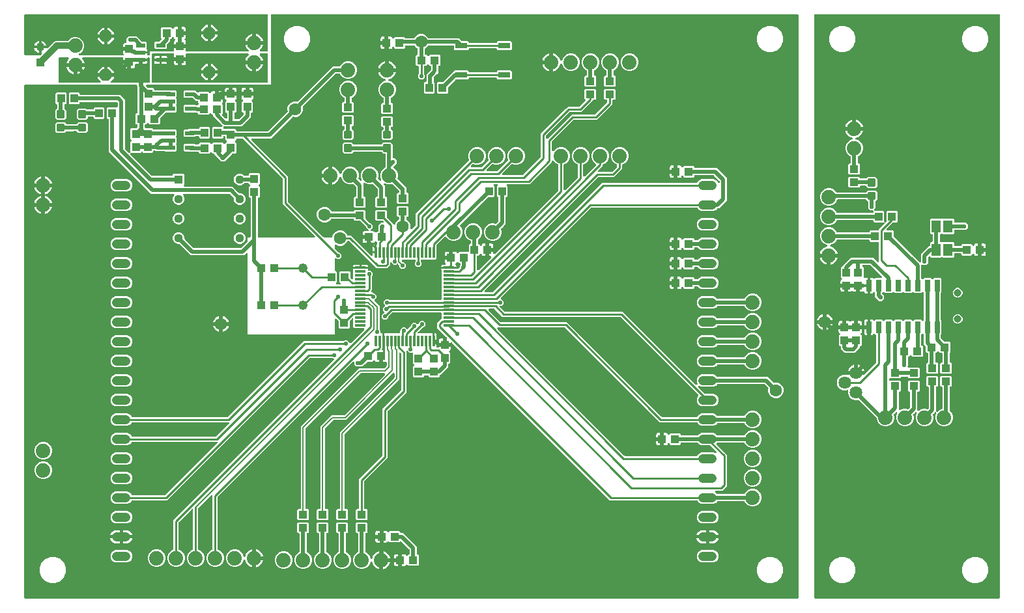
<source format=gtl>
G04 EAGLE Gerber RS-274X export*
G04 #@! %TF.Part,Single*
G04 #@! %TF.FileFunction,Copper,L1,Top,Mixed*
G04 #@! %TF.FilePolarity,Positive*
G04 #@! %TF.GenerationSoftware,Autodesk,EAGLE,9.6.2*
G04 #@! %TF.CreationDate,2022-03-11T18:21:18Z*
G75*
%MOMM*%
%FSLAX34Y34*%
%LPD*%
%INTop Copper*%
%IPPOS*%
%AMOC8*
5,1,8,0,0,1.08239X$1,22.5*%
G01*
%ADD10R,1.100000X1.000000*%
%ADD11R,1.000000X1.100000*%
%ADD12P,1.732040X8X112.500000*%
%ADD13R,1.475000X0.300000*%
%ADD14R,0.300000X1.475000*%
%ADD15R,1.150000X0.600000*%
%ADD16R,0.700000X1.525000*%
%ADD17R,1.130000X1.130000*%
%ADD18C,1.130000*%
%ADD19C,1.879600*%
%ADD20R,1.100000X1.100000*%
%ADD21C,1.100000*%
%ADD22C,0.300000*%
%ADD23C,1.635000*%
%ADD24C,1.219200*%
%ADD25R,1.524000X0.762000*%
%ADD26R,1.168400X1.600200*%
%ADD27C,1.219200*%
%ADD28C,1.600000*%
%ADD29R,1.200000X0.550000*%
%ADD30C,0.508000*%
%ADD31C,0.553200*%
%ADD32C,0.254000*%
%ADD33C,0.203200*%
%ADD34C,0.900000*%
%ADD35C,0.975000*%
%ADD36C,0.812800*%

G36*
X1005958Y1016D02*
X1005958Y1016D01*
X1006077Y1023D01*
X1006115Y1036D01*
X1006156Y1041D01*
X1006266Y1084D01*
X1006379Y1121D01*
X1006414Y1143D01*
X1006451Y1158D01*
X1006547Y1227D01*
X1006648Y1291D01*
X1006676Y1321D01*
X1006709Y1344D01*
X1006785Y1436D01*
X1006866Y1523D01*
X1006886Y1558D01*
X1006911Y1589D01*
X1006962Y1697D01*
X1007020Y1801D01*
X1007030Y1841D01*
X1007047Y1877D01*
X1007069Y1994D01*
X1007099Y2109D01*
X1007103Y2169D01*
X1007107Y2189D01*
X1007105Y2210D01*
X1007109Y2270D01*
X1007109Y759730D01*
X1007094Y759848D01*
X1007087Y759967D01*
X1007074Y760005D01*
X1007069Y760046D01*
X1007026Y760156D01*
X1006989Y760269D01*
X1006967Y760304D01*
X1006952Y760341D01*
X1006883Y760437D01*
X1006819Y760538D01*
X1006789Y760566D01*
X1006766Y760599D01*
X1006674Y760675D01*
X1006587Y760756D01*
X1006552Y760776D01*
X1006521Y760801D01*
X1006413Y760852D01*
X1006309Y760910D01*
X1006269Y760920D01*
X1006233Y760937D01*
X1006116Y760959D01*
X1006001Y760989D01*
X1005941Y760993D01*
X1005921Y760997D01*
X1005900Y760995D01*
X1005840Y760999D01*
X322580Y760999D01*
X322462Y760984D01*
X322343Y760977D01*
X322305Y760964D01*
X322264Y760959D01*
X322154Y760916D01*
X322041Y760879D01*
X322006Y760857D01*
X321969Y760842D01*
X321873Y760773D01*
X321772Y760709D01*
X321744Y760679D01*
X321711Y760656D01*
X321636Y760564D01*
X321554Y760477D01*
X321534Y760442D01*
X321509Y760411D01*
X321458Y760303D01*
X321400Y760199D01*
X321390Y760159D01*
X321373Y760123D01*
X321351Y760006D01*
X321321Y759891D01*
X321317Y759831D01*
X321313Y759811D01*
X321315Y759790D01*
X321311Y759730D01*
X321311Y669289D01*
X160272Y669289D01*
X160134Y669272D01*
X159995Y669259D01*
X159976Y669252D01*
X159956Y669249D01*
X159827Y669198D01*
X159696Y669151D01*
X159679Y669140D01*
X159661Y669132D01*
X159548Y669051D01*
X159433Y668973D01*
X159420Y668957D01*
X159403Y668946D01*
X159314Y668838D01*
X159223Y668734D01*
X159213Y668716D01*
X159200Y668701D01*
X159141Y668575D01*
X159078Y668451D01*
X159073Y668431D01*
X159065Y668413D01*
X159039Y668277D01*
X159008Y668141D01*
X159009Y668120D01*
X159005Y668101D01*
X159014Y667962D01*
X159018Y667823D01*
X159024Y667803D01*
X159025Y667783D01*
X159068Y667651D01*
X159106Y667517D01*
X159117Y667500D01*
X159123Y667481D01*
X159197Y667363D01*
X159268Y667243D01*
X159287Y667222D01*
X159293Y667212D01*
X159308Y667198D01*
X159374Y667123D01*
X161154Y665342D01*
X161233Y665282D01*
X161305Y665214D01*
X161358Y665185D01*
X161406Y665148D01*
X161497Y665108D01*
X161583Y665060D01*
X161642Y665045D01*
X161697Y665021D01*
X161795Y665006D01*
X161891Y664981D01*
X161991Y664975D01*
X162012Y664971D01*
X162024Y664973D01*
X162052Y664971D01*
X168389Y664971D01*
X169561Y663799D01*
X169561Y663312D01*
X169576Y663194D01*
X169583Y663075D01*
X169596Y663037D01*
X169601Y662996D01*
X169644Y662886D01*
X169681Y662773D01*
X169703Y662738D01*
X169718Y662701D01*
X169787Y662605D01*
X169851Y662504D01*
X169881Y662476D01*
X169904Y662443D01*
X169996Y662367D01*
X170083Y662286D01*
X170118Y662266D01*
X170149Y662241D01*
X170257Y662190D01*
X170361Y662132D01*
X170401Y662122D01*
X170437Y662105D01*
X170554Y662083D01*
X170669Y662053D01*
X170729Y662049D01*
X170749Y662045D01*
X170770Y662047D01*
X170830Y662043D01*
X183438Y662043D01*
X183536Y662055D01*
X183635Y662058D01*
X183693Y662075D01*
X183753Y662083D01*
X183845Y662119D01*
X183940Y662147D01*
X183993Y662177D01*
X184049Y662200D01*
X184050Y662201D01*
X197279Y662201D01*
X198451Y661029D01*
X198451Y653371D01*
X198427Y653348D01*
X198354Y653253D01*
X198275Y653164D01*
X198257Y653128D01*
X198232Y653096D01*
X198185Y652987D01*
X198131Y652881D01*
X198122Y652841D01*
X198106Y652804D01*
X198087Y652687D01*
X198061Y652571D01*
X198062Y652530D01*
X198056Y652490D01*
X198067Y652372D01*
X198071Y652253D01*
X198082Y652214D01*
X198086Y652174D01*
X198126Y652061D01*
X198159Y651947D01*
X198179Y651913D01*
X198193Y651874D01*
X198260Y651776D01*
X198321Y651673D01*
X198360Y651628D01*
X198372Y651611D01*
X198387Y651598D01*
X198427Y651553D01*
X198451Y651529D01*
X198451Y643871D01*
X198427Y643848D01*
X198354Y643753D01*
X198275Y643664D01*
X198257Y643628D01*
X198232Y643596D01*
X198185Y643487D01*
X198131Y643381D01*
X198122Y643341D01*
X198106Y643304D01*
X198087Y643187D01*
X198061Y643071D01*
X198062Y643030D01*
X198056Y642990D01*
X198067Y642872D01*
X198071Y642753D01*
X198082Y642714D01*
X198086Y642674D01*
X198126Y642561D01*
X198159Y642447D01*
X198179Y642413D01*
X198193Y642374D01*
X198260Y642276D01*
X198321Y642173D01*
X198360Y642128D01*
X198372Y642111D01*
X198387Y642098D01*
X198427Y642053D01*
X198451Y642029D01*
X198451Y634371D01*
X197279Y633199D01*
X185142Y633199D01*
X185044Y633187D01*
X184945Y633184D01*
X184886Y633167D01*
X184826Y633159D01*
X184734Y633123D01*
X184639Y633095D01*
X184587Y633065D01*
X184531Y633042D01*
X184451Y632984D01*
X184365Y632934D01*
X184290Y632868D01*
X184273Y632856D01*
X184265Y632846D01*
X184244Y632828D01*
X177662Y626246D01*
X177602Y626167D01*
X177534Y626095D01*
X177505Y626042D01*
X177468Y625994D01*
X177428Y625903D01*
X177380Y625817D01*
X177365Y625758D01*
X177341Y625703D01*
X177326Y625605D01*
X177301Y625509D01*
X177295Y625409D01*
X177291Y625388D01*
X177293Y625376D01*
X177291Y625348D01*
X177291Y619011D01*
X176119Y617839D01*
X163461Y617839D01*
X162187Y619113D01*
X162093Y619186D01*
X162004Y619265D01*
X161968Y619283D01*
X161936Y619308D01*
X161827Y619355D01*
X161721Y619409D01*
X161682Y619418D01*
X161644Y619434D01*
X161527Y619453D01*
X161411Y619479D01*
X161370Y619478D01*
X161330Y619484D01*
X161212Y619473D01*
X161093Y619469D01*
X161054Y619458D01*
X161014Y619454D01*
X160902Y619414D01*
X160787Y619381D01*
X160752Y619360D01*
X160714Y619347D01*
X160616Y619280D01*
X160513Y619219D01*
X160468Y619180D01*
X160451Y619168D01*
X160438Y619153D01*
X160392Y619113D01*
X159119Y617839D01*
X158632Y617839D01*
X158514Y617824D01*
X158395Y617817D01*
X158357Y617804D01*
X158316Y617799D01*
X158206Y617756D01*
X158093Y617719D01*
X158058Y617697D01*
X158021Y617682D01*
X157925Y617613D01*
X157824Y617549D01*
X157796Y617519D01*
X157763Y617496D01*
X157687Y617404D01*
X157606Y617317D01*
X157586Y617282D01*
X157561Y617251D01*
X157510Y617143D01*
X157452Y617039D01*
X157442Y616999D01*
X157425Y616963D01*
X157403Y616846D01*
X157373Y616731D01*
X157369Y616671D01*
X157365Y616651D01*
X157367Y616630D01*
X157363Y616570D01*
X157363Y614170D01*
X157378Y614052D01*
X157385Y613933D01*
X157398Y613895D01*
X157403Y613854D01*
X157446Y613744D01*
X157483Y613631D01*
X157505Y613596D01*
X157520Y613559D01*
X157589Y613463D01*
X157653Y613362D01*
X157683Y613334D01*
X157706Y613301D01*
X157798Y613225D01*
X157885Y613144D01*
X157920Y613124D01*
X157951Y613099D01*
X158059Y613048D01*
X158163Y612990D01*
X158203Y612980D01*
X158239Y612963D01*
X158356Y612941D01*
X158471Y612911D01*
X158531Y612907D01*
X158551Y612903D01*
X158572Y612905D01*
X158632Y612901D01*
X167119Y612901D01*
X168574Y611446D01*
X168581Y611434D01*
X168611Y611406D01*
X168634Y611373D01*
X168726Y611297D01*
X168813Y611216D01*
X168848Y611196D01*
X168879Y611171D01*
X168987Y611120D01*
X169091Y611062D01*
X169131Y611052D01*
X169167Y611035D01*
X169284Y611013D01*
X169399Y610983D01*
X169459Y610979D01*
X169479Y610975D01*
X169500Y610977D01*
X169560Y610973D01*
X183168Y610973D01*
X183266Y610985D01*
X183365Y610988D01*
X183423Y611005D01*
X183483Y611013D01*
X183575Y611049D01*
X183670Y611077D01*
X183723Y611107D01*
X183779Y611130D01*
X183859Y611188D01*
X183944Y611238D01*
X184020Y611304D01*
X184036Y611316D01*
X184044Y611326D01*
X184065Y611345D01*
X184121Y611401D01*
X197279Y611401D01*
X198451Y610229D01*
X198451Y602571D01*
X198427Y602548D01*
X198354Y602453D01*
X198275Y602364D01*
X198257Y602328D01*
X198232Y602296D01*
X198185Y602187D01*
X198131Y602081D01*
X198122Y602041D01*
X198106Y602004D01*
X198087Y601887D01*
X198061Y601771D01*
X198062Y601730D01*
X198056Y601690D01*
X198067Y601572D01*
X198071Y601453D01*
X198082Y601414D01*
X198086Y601374D01*
X198126Y601261D01*
X198159Y601147D01*
X198179Y601113D01*
X198193Y601074D01*
X198260Y600976D01*
X198321Y600873D01*
X198360Y600828D01*
X198372Y600811D01*
X198387Y600798D01*
X198427Y600753D01*
X198451Y600729D01*
X198451Y593071D01*
X198427Y593048D01*
X198354Y592953D01*
X198275Y592864D01*
X198257Y592828D01*
X198232Y592796D01*
X198185Y592687D01*
X198131Y592581D01*
X198122Y592541D01*
X198106Y592504D01*
X198087Y592387D01*
X198061Y592271D01*
X198062Y592230D01*
X198056Y592190D01*
X198067Y592072D01*
X198071Y591953D01*
X198082Y591914D01*
X198086Y591874D01*
X198126Y591761D01*
X198159Y591647D01*
X198179Y591613D01*
X198193Y591574D01*
X198260Y591476D01*
X198321Y591373D01*
X198360Y591328D01*
X198372Y591311D01*
X198387Y591298D01*
X198427Y591253D01*
X198451Y591229D01*
X198451Y583571D01*
X197279Y582399D01*
X184121Y582399D01*
X184065Y582456D01*
X183987Y582516D01*
X183915Y582584D01*
X183862Y582613D01*
X183814Y582650D01*
X183723Y582690D01*
X183636Y582738D01*
X183578Y582753D01*
X183522Y582777D01*
X183424Y582792D01*
X183328Y582817D01*
X183228Y582823D01*
X183208Y582827D01*
X183196Y582825D01*
X183168Y582827D01*
X171436Y582827D01*
X171198Y583065D01*
X171198Y583066D01*
X170808Y583456D01*
X170729Y583516D01*
X170657Y583584D01*
X170604Y583613D01*
X170556Y583650D01*
X170465Y583690D01*
X170379Y583738D01*
X170320Y583753D01*
X170265Y583777D01*
X170167Y583792D01*
X170071Y583817D01*
X169971Y583823D01*
X169950Y583827D01*
X169938Y583825D01*
X169910Y583827D01*
X169560Y583827D01*
X169442Y583812D01*
X169323Y583805D01*
X169285Y583792D01*
X169244Y583787D01*
X169134Y583744D01*
X169021Y583707D01*
X168986Y583685D01*
X168949Y583670D01*
X168853Y583601D01*
X168752Y583537D01*
X168724Y583507D01*
X168691Y583484D01*
X168615Y583392D01*
X168534Y583305D01*
X168514Y583270D01*
X168489Y583239D01*
X168438Y583131D01*
X168380Y583027D01*
X168370Y582987D01*
X168353Y582951D01*
X168331Y582834D01*
X168301Y582719D01*
X168297Y582659D01*
X168293Y582639D01*
X168295Y582618D01*
X168291Y582558D01*
X168291Y582071D01*
X167119Y580899D01*
X155461Y580899D01*
X154567Y581793D01*
X154473Y581866D01*
X154384Y581945D01*
X154348Y581963D01*
X154316Y581988D01*
X154207Y582035D01*
X154101Y582089D01*
X154062Y582098D01*
X154024Y582114D01*
X153907Y582133D01*
X153791Y582159D01*
X153750Y582158D01*
X153710Y582164D01*
X153592Y582153D01*
X153473Y582149D01*
X153434Y582138D01*
X153394Y582134D01*
X153282Y582094D01*
X153167Y582061D01*
X153132Y582040D01*
X153094Y582027D01*
X152996Y581960D01*
X152893Y581899D01*
X152848Y581860D01*
X152831Y581848D01*
X152818Y581833D01*
X152772Y581793D01*
X151879Y580899D01*
X139832Y580899D01*
X139694Y580882D01*
X139555Y580869D01*
X139536Y580862D01*
X139516Y580859D01*
X139387Y580808D01*
X139256Y580761D01*
X139239Y580750D01*
X139221Y580742D01*
X139108Y580661D01*
X138993Y580583D01*
X138980Y580567D01*
X138963Y580556D01*
X138875Y580448D01*
X138783Y580344D01*
X138773Y580326D01*
X138760Y580311D01*
X138701Y580185D01*
X138638Y580061D01*
X138633Y580041D01*
X138625Y580023D01*
X138599Y579887D01*
X138568Y579751D01*
X138569Y579730D01*
X138565Y579711D01*
X138574Y579572D01*
X138578Y579433D01*
X138584Y579413D01*
X138585Y579393D01*
X138628Y579261D01*
X138666Y579127D01*
X138677Y579110D01*
X138683Y579091D01*
X138757Y578973D01*
X138828Y578853D01*
X138846Y578832D01*
X138853Y578822D01*
X138868Y578808D01*
X138934Y578733D01*
X166622Y551044D01*
X166701Y550984D01*
X166773Y550916D01*
X166826Y550887D01*
X166874Y550850D01*
X166965Y550810D01*
X167051Y550762D01*
X167110Y550747D01*
X167165Y550723D01*
X167263Y550708D01*
X167359Y550683D01*
X167459Y550677D01*
X167480Y550673D01*
X167492Y550675D01*
X167520Y550673D01*
X192680Y550673D01*
X192798Y550688D01*
X192917Y550695D01*
X192955Y550708D01*
X192996Y550713D01*
X193106Y550756D01*
X193219Y550793D01*
X193254Y550815D01*
X193291Y550830D01*
X193387Y550899D01*
X193488Y550963D01*
X193516Y550993D01*
X193549Y551016D01*
X193625Y551108D01*
X193706Y551195D01*
X193726Y551230D01*
X193751Y551261D01*
X193802Y551369D01*
X193860Y551473D01*
X193870Y551513D01*
X193887Y551549D01*
X193909Y551666D01*
X193939Y551781D01*
X193943Y551841D01*
X193947Y551861D01*
X193945Y551882D01*
X193949Y551942D01*
X193949Y552579D01*
X195121Y553751D01*
X208079Y553751D01*
X209251Y552579D01*
X209251Y539621D01*
X208499Y538869D01*
X208414Y538760D01*
X208325Y538653D01*
X208316Y538634D01*
X208304Y538618D01*
X208249Y538491D01*
X208190Y538365D01*
X208186Y538345D01*
X208178Y538326D01*
X208156Y538188D01*
X208130Y538052D01*
X208131Y538032D01*
X208128Y538012D01*
X208141Y537873D01*
X208149Y537735D01*
X208156Y537716D01*
X208158Y537696D01*
X208205Y537564D01*
X208248Y537433D01*
X208258Y537415D01*
X208265Y537396D01*
X208343Y537281D01*
X208418Y537164D01*
X208432Y537150D01*
X208444Y537133D01*
X208548Y537041D01*
X208649Y536946D01*
X208667Y536936D01*
X208682Y536923D01*
X208806Y536860D01*
X208928Y536792D01*
X208947Y536787D01*
X208965Y536778D01*
X209101Y536748D01*
X209236Y536713D01*
X209264Y536711D01*
X209276Y536708D01*
X209296Y536709D01*
X209396Y536703D01*
X271464Y536703D01*
X279444Y528722D01*
X279523Y528662D01*
X279595Y528594D01*
X279648Y528565D01*
X279696Y528528D01*
X279787Y528488D01*
X279873Y528440D01*
X279932Y528425D01*
X279987Y528401D01*
X280085Y528386D01*
X280181Y528361D01*
X280281Y528355D01*
X280302Y528351D01*
X280314Y528353D01*
X280342Y528351D01*
X282522Y528351D01*
X285334Y527186D01*
X287486Y525034D01*
X288651Y522222D01*
X288651Y519178D01*
X287486Y516366D01*
X285334Y514214D01*
X282522Y513049D01*
X279478Y513049D01*
X276666Y514214D01*
X274514Y516366D01*
X273349Y519178D01*
X273349Y521358D01*
X273337Y521456D01*
X273334Y521555D01*
X273317Y521614D01*
X273309Y521674D01*
X273273Y521766D01*
X273245Y521861D01*
X273215Y521913D01*
X273192Y521969D01*
X273134Y522049D01*
X273084Y522135D01*
X273018Y522210D01*
X273006Y522227D01*
X272996Y522235D01*
X272978Y522256D01*
X268048Y527186D01*
X267969Y527246D01*
X267897Y527314D01*
X267844Y527343D01*
X267796Y527380D01*
X267705Y527420D01*
X267619Y527468D01*
X267560Y527483D01*
X267505Y527507D01*
X267407Y527522D01*
X267311Y527547D01*
X267211Y527553D01*
X267190Y527557D01*
X267178Y527555D01*
X267150Y527557D01*
X208627Y527557D01*
X208489Y527540D01*
X208350Y527527D01*
X208331Y527520D01*
X208311Y527517D01*
X208182Y527466D01*
X208051Y527419D01*
X208034Y527408D01*
X208015Y527400D01*
X207903Y527319D01*
X207788Y527241D01*
X207775Y527225D01*
X207758Y527214D01*
X207669Y527106D01*
X207577Y527002D01*
X207568Y526984D01*
X207555Y526969D01*
X207496Y526843D01*
X207433Y526719D01*
X207428Y526699D01*
X207420Y526681D01*
X207394Y526545D01*
X207363Y526409D01*
X207364Y526388D01*
X207360Y526369D01*
X207369Y526230D01*
X207373Y526091D01*
X207379Y526071D01*
X207380Y526051D01*
X207423Y525919D01*
X207461Y525785D01*
X207472Y525768D01*
X207478Y525749D01*
X207552Y525631D01*
X207623Y525511D01*
X207641Y525490D01*
X207648Y525480D01*
X207663Y525466D01*
X207729Y525390D01*
X208086Y525034D01*
X209251Y522222D01*
X209251Y519178D01*
X208086Y516366D01*
X205934Y514214D01*
X203122Y513049D01*
X200078Y513049D01*
X197266Y514214D01*
X195114Y516366D01*
X193949Y519178D01*
X193949Y522222D01*
X195114Y525034D01*
X195471Y525390D01*
X195556Y525500D01*
X195645Y525607D01*
X195653Y525626D01*
X195666Y525642D01*
X195721Y525770D01*
X195780Y525895D01*
X195784Y525915D01*
X195792Y525934D01*
X195814Y526072D01*
X195840Y526208D01*
X195839Y526228D01*
X195842Y526248D01*
X195829Y526387D01*
X195820Y526525D01*
X195814Y526544D01*
X195812Y526564D01*
X195765Y526695D01*
X195722Y526827D01*
X195711Y526845D01*
X195705Y526864D01*
X195627Y526978D01*
X195552Y527096D01*
X195537Y527110D01*
X195526Y527127D01*
X195422Y527219D01*
X195320Y527314D01*
X195303Y527324D01*
X195288Y527337D01*
X195164Y527400D01*
X195042Y527468D01*
X195022Y527473D01*
X195004Y527482D01*
X194868Y527512D01*
X194734Y527547D01*
X194706Y527549D01*
X194694Y527552D01*
X194673Y527551D01*
X194573Y527557D01*
X165746Y527557D01*
X110607Y582696D01*
X110607Y623690D01*
X110592Y623808D01*
X110585Y623927D01*
X110572Y623965D01*
X110567Y624006D01*
X110524Y624116D01*
X110487Y624229D01*
X110465Y624264D01*
X110450Y624301D01*
X110381Y624397D01*
X110317Y624498D01*
X110287Y624526D01*
X110264Y624559D01*
X110172Y624635D01*
X110085Y624716D01*
X110050Y624736D01*
X110019Y624761D01*
X109911Y624812D01*
X109807Y624870D01*
X109767Y624880D01*
X109731Y624897D01*
X109614Y624919D01*
X109499Y624949D01*
X109439Y624953D01*
X109419Y624957D01*
X109398Y624955D01*
X109352Y624958D01*
X108179Y626131D01*
X108179Y638789D01*
X109351Y639961D01*
X121158Y639961D01*
X121276Y639976D01*
X121395Y639983D01*
X121433Y639996D01*
X121474Y640001D01*
X121584Y640044D01*
X121697Y640081D01*
X121732Y640103D01*
X121769Y640118D01*
X121865Y640187D01*
X121966Y640251D01*
X121994Y640281D01*
X122027Y640304D01*
X122103Y640396D01*
X122184Y640483D01*
X122204Y640518D01*
X122229Y640549D01*
X122280Y640657D01*
X122338Y640761D01*
X122348Y640801D01*
X122365Y640837D01*
X122387Y640954D01*
X122417Y641069D01*
X122421Y641129D01*
X122425Y641149D01*
X122423Y641170D01*
X122427Y641230D01*
X122427Y645280D01*
X122415Y645378D01*
X122412Y645477D01*
X122395Y645536D01*
X122387Y645596D01*
X122351Y645688D01*
X122323Y645783D01*
X122293Y645835D01*
X122270Y645891D01*
X122212Y645971D01*
X122162Y646057D01*
X122096Y646132D01*
X122084Y646149D01*
X122074Y646157D01*
X122056Y646178D01*
X121668Y646566D01*
X121589Y646626D01*
X121517Y646694D01*
X121464Y646723D01*
X121416Y646760D01*
X121325Y646800D01*
X121239Y646848D01*
X121180Y646863D01*
X121125Y646887D01*
X121027Y646902D01*
X120931Y646927D01*
X120831Y646933D01*
X120810Y646937D01*
X120798Y646935D01*
X120770Y646937D01*
X73920Y646937D01*
X73802Y646922D01*
X73683Y646915D01*
X73645Y646902D01*
X73604Y646897D01*
X73494Y646854D01*
X73381Y646817D01*
X73346Y646795D01*
X73309Y646780D01*
X73213Y646711D01*
X73112Y646647D01*
X73084Y646617D01*
X73051Y646594D01*
X72975Y646502D01*
X72894Y646415D01*
X72874Y646380D01*
X72849Y646349D01*
X72798Y646241D01*
X72740Y646137D01*
X72730Y646097D01*
X72713Y646061D01*
X72691Y645944D01*
X72661Y645829D01*
X72657Y645769D01*
X72653Y645749D01*
X72655Y645728D01*
X72651Y645668D01*
X72651Y645181D01*
X71479Y644009D01*
X59821Y644009D01*
X58649Y645181D01*
X58649Y657839D01*
X59821Y659011D01*
X71479Y659011D01*
X72651Y657839D01*
X72651Y657352D01*
X72666Y657234D01*
X72673Y657115D01*
X72686Y657077D01*
X72691Y657036D01*
X72734Y656926D01*
X72771Y656813D01*
X72793Y656778D01*
X72808Y656741D01*
X72877Y656645D01*
X72941Y656544D01*
X72971Y656516D01*
X72994Y656483D01*
X73086Y656407D01*
X73173Y656326D01*
X73208Y656306D01*
X73239Y656281D01*
X73347Y656230D01*
X73451Y656172D01*
X73491Y656162D01*
X73527Y656145D01*
X73644Y656123D01*
X73759Y656093D01*
X73819Y656089D01*
X73839Y656085D01*
X73860Y656087D01*
X73920Y656083D01*
X125084Y656083D01*
X131573Y649594D01*
X131573Y586620D01*
X131585Y586522D01*
X131588Y586423D01*
X131605Y586364D01*
X131613Y586304D01*
X131649Y586212D01*
X131677Y586117D01*
X131707Y586065D01*
X131730Y586009D01*
X131788Y585929D01*
X131838Y585843D01*
X131904Y585768D01*
X131916Y585751D01*
X131926Y585743D01*
X131944Y585722D01*
X136883Y580784D01*
X136992Y580699D01*
X137099Y580610D01*
X137118Y580602D01*
X137134Y580589D01*
X137262Y580534D01*
X137387Y580475D01*
X137407Y580471D01*
X137426Y580463D01*
X137564Y580441D01*
X137700Y580415D01*
X137720Y580416D01*
X137740Y580413D01*
X137879Y580426D01*
X138017Y580435D01*
X138036Y580441D01*
X138056Y580443D01*
X138188Y580490D01*
X138319Y580533D01*
X138337Y580544D01*
X138356Y580551D01*
X138471Y580629D01*
X138588Y580703D01*
X138602Y580718D01*
X138619Y580729D01*
X138711Y580833D01*
X138806Y580935D01*
X138816Y580952D01*
X138829Y580968D01*
X138893Y581092D01*
X138960Y581213D01*
X138965Y581233D01*
X138974Y581251D01*
X139004Y581387D01*
X139039Y581521D01*
X139041Y581549D01*
X139044Y581561D01*
X139043Y581582D01*
X139049Y581682D01*
X139049Y594729D01*
X140323Y596003D01*
X140396Y596097D01*
X140475Y596186D01*
X140493Y596222D01*
X140518Y596254D01*
X140565Y596363D01*
X140619Y596469D01*
X140628Y596508D01*
X140644Y596546D01*
X140663Y596663D01*
X140689Y596779D01*
X140688Y596820D01*
X140694Y596860D01*
X140683Y596978D01*
X140679Y597097D01*
X140668Y597136D01*
X140664Y597176D01*
X140624Y597288D01*
X140591Y597403D01*
X140570Y597438D01*
X140557Y597476D01*
X140490Y597574D01*
X140429Y597677D01*
X140390Y597722D01*
X140378Y597739D01*
X140363Y597752D01*
X140323Y597798D01*
X139049Y599071D01*
X139049Y611729D01*
X140221Y612901D01*
X146558Y612901D01*
X146656Y612913D01*
X146755Y612916D01*
X146814Y612933D01*
X146874Y612941D01*
X146966Y612977D01*
X147061Y613005D01*
X147113Y613035D01*
X147169Y613058D01*
X147249Y613116D01*
X147335Y613166D01*
X147410Y613232D01*
X147427Y613244D01*
X147435Y613254D01*
X147456Y613272D01*
X147846Y613662D01*
X147906Y613741D01*
X147974Y613813D01*
X148003Y613866D01*
X148040Y613914D01*
X148080Y614005D01*
X148128Y614091D01*
X148143Y614150D01*
X148167Y614205D01*
X148182Y614303D01*
X148207Y614399D01*
X148213Y614499D01*
X148217Y614520D01*
X148215Y614532D01*
X148217Y614560D01*
X148217Y616570D01*
X148202Y616688D01*
X148195Y616807D01*
X148182Y616845D01*
X148177Y616886D01*
X148134Y616996D01*
X148097Y617109D01*
X148075Y617144D01*
X148060Y617181D01*
X147991Y617277D01*
X147927Y617378D01*
X147897Y617406D01*
X147874Y617439D01*
X147782Y617515D01*
X147695Y617596D01*
X147660Y617616D01*
X147629Y617641D01*
X147521Y617692D01*
X147417Y617750D01*
X147377Y617760D01*
X147341Y617777D01*
X147224Y617799D01*
X147109Y617829D01*
X147049Y617833D01*
X147029Y617837D01*
X147008Y617835D01*
X146948Y617839D01*
X146461Y617839D01*
X145289Y619011D01*
X145289Y630669D01*
X146461Y631841D01*
X146948Y631841D01*
X147066Y631856D01*
X147185Y631863D01*
X147223Y631876D01*
X147264Y631881D01*
X147374Y631924D01*
X147487Y631961D01*
X147522Y631983D01*
X147559Y631998D01*
X147655Y632067D01*
X147756Y632131D01*
X147784Y632161D01*
X147817Y632184D01*
X147893Y632276D01*
X147974Y632363D01*
X147994Y632398D01*
X148019Y632429D01*
X148070Y632537D01*
X148128Y632641D01*
X148138Y632681D01*
X148155Y632717D01*
X148177Y632834D01*
X148207Y632949D01*
X148211Y633009D01*
X148215Y633029D01*
X148213Y633050D01*
X148217Y633110D01*
X148217Y664820D01*
X148205Y664918D01*
X148202Y665017D01*
X148196Y665037D01*
X148195Y665055D01*
X148183Y665093D01*
X148177Y665136D01*
X148141Y665228D01*
X148113Y665323D01*
X148102Y665342D01*
X148097Y665358D01*
X148077Y665389D01*
X148060Y665431D01*
X148002Y665511D01*
X147952Y665597D01*
X147929Y665622D01*
X147927Y665627D01*
X147921Y665632D01*
X147886Y665672D01*
X147874Y665689D01*
X147864Y665697D01*
X147845Y665718D01*
X147526Y666037D01*
X147526Y668020D01*
X147511Y668138D01*
X147504Y668257D01*
X147491Y668295D01*
X147486Y668336D01*
X147443Y668446D01*
X147406Y668559D01*
X147384Y668594D01*
X147369Y668631D01*
X147300Y668727D01*
X147236Y668828D01*
X147206Y668856D01*
X147183Y668889D01*
X147091Y668965D01*
X147004Y669046D01*
X146969Y669066D01*
X146938Y669091D01*
X146830Y669142D01*
X146726Y669200D01*
X146686Y669210D01*
X146650Y669227D01*
X146533Y669249D01*
X146418Y669279D01*
X146358Y669283D01*
X146338Y669287D01*
X146317Y669285D01*
X146257Y669289D01*
X2270Y669289D01*
X2152Y669274D01*
X2033Y669267D01*
X1995Y669254D01*
X1954Y669249D01*
X1844Y669206D01*
X1731Y669169D01*
X1696Y669147D01*
X1659Y669132D01*
X1563Y669063D01*
X1462Y668999D01*
X1434Y668969D01*
X1401Y668946D01*
X1325Y668854D01*
X1244Y668767D01*
X1224Y668732D01*
X1199Y668701D01*
X1148Y668593D01*
X1090Y668489D01*
X1080Y668449D01*
X1063Y668413D01*
X1041Y668296D01*
X1011Y668181D01*
X1007Y668121D01*
X1003Y668101D01*
X1005Y668080D01*
X1001Y668020D01*
X1001Y2270D01*
X1016Y2152D01*
X1023Y2033D01*
X1036Y1995D01*
X1041Y1954D01*
X1084Y1844D01*
X1121Y1731D01*
X1143Y1696D01*
X1158Y1659D01*
X1227Y1563D01*
X1291Y1462D01*
X1321Y1434D01*
X1344Y1401D01*
X1436Y1325D01*
X1523Y1244D01*
X1558Y1224D01*
X1589Y1199D01*
X1697Y1148D01*
X1801Y1090D01*
X1841Y1080D01*
X1877Y1063D01*
X1994Y1041D01*
X2109Y1011D01*
X2169Y1007D01*
X2189Y1003D01*
X2210Y1005D01*
X2270Y1001D01*
X1005840Y1001D01*
X1005958Y1016D01*
G37*
G36*
X1267848Y1016D02*
X1267848Y1016D01*
X1267967Y1023D01*
X1268005Y1036D01*
X1268046Y1041D01*
X1268156Y1084D01*
X1268269Y1121D01*
X1268304Y1143D01*
X1268341Y1158D01*
X1268437Y1227D01*
X1268538Y1291D01*
X1268566Y1321D01*
X1268599Y1344D01*
X1268675Y1436D01*
X1268756Y1523D01*
X1268776Y1558D01*
X1268801Y1589D01*
X1268852Y1697D01*
X1268910Y1801D01*
X1268920Y1841D01*
X1268937Y1877D01*
X1268959Y1994D01*
X1268989Y2109D01*
X1268993Y2169D01*
X1268997Y2189D01*
X1268995Y2210D01*
X1268999Y2270D01*
X1268999Y759730D01*
X1268984Y759848D01*
X1268977Y759967D01*
X1268964Y760005D01*
X1268959Y760046D01*
X1268916Y760156D01*
X1268879Y760269D01*
X1268857Y760304D01*
X1268842Y760341D01*
X1268773Y760437D01*
X1268709Y760538D01*
X1268679Y760566D01*
X1268656Y760599D01*
X1268564Y760675D01*
X1268477Y760756D01*
X1268442Y760776D01*
X1268411Y760801D01*
X1268303Y760852D01*
X1268199Y760910D01*
X1268159Y760920D01*
X1268123Y760937D01*
X1268006Y760959D01*
X1267891Y760989D01*
X1267831Y760993D01*
X1267811Y760997D01*
X1267790Y760995D01*
X1267730Y760999D01*
X1028700Y760999D01*
X1028582Y760984D01*
X1028463Y760977D01*
X1028425Y760964D01*
X1028384Y760959D01*
X1028274Y760916D01*
X1028161Y760879D01*
X1028126Y760857D01*
X1028089Y760842D01*
X1027993Y760773D01*
X1027892Y760709D01*
X1027864Y760679D01*
X1027831Y760656D01*
X1027755Y760564D01*
X1027674Y760477D01*
X1027654Y760442D01*
X1027629Y760411D01*
X1027578Y760303D01*
X1027520Y760199D01*
X1027510Y760159D01*
X1027493Y760123D01*
X1027471Y760006D01*
X1027441Y759891D01*
X1027437Y759831D01*
X1027433Y759811D01*
X1027435Y759790D01*
X1027431Y759730D01*
X1027431Y2270D01*
X1027446Y2152D01*
X1027453Y2033D01*
X1027466Y1995D01*
X1027471Y1954D01*
X1027514Y1844D01*
X1027551Y1731D01*
X1027573Y1696D01*
X1027588Y1659D01*
X1027658Y1563D01*
X1027721Y1462D01*
X1027751Y1434D01*
X1027774Y1401D01*
X1027866Y1325D01*
X1027953Y1244D01*
X1027988Y1224D01*
X1028019Y1199D01*
X1028127Y1148D01*
X1028231Y1090D01*
X1028271Y1080D01*
X1028307Y1063D01*
X1028424Y1041D01*
X1028539Y1011D01*
X1028600Y1007D01*
X1028620Y1003D01*
X1028640Y1005D01*
X1028700Y1001D01*
X1267730Y1001D01*
X1267848Y1016D01*
G37*
%LPC*%
G36*
X195853Y41941D02*
X195853Y41941D01*
X191663Y43677D01*
X188457Y46883D01*
X186721Y51073D01*
X186721Y55607D01*
X188457Y59797D01*
X191663Y63003D01*
X194034Y63985D01*
X194059Y64000D01*
X194087Y64009D01*
X194197Y64078D01*
X194310Y64143D01*
X194331Y64163D01*
X194356Y64179D01*
X194445Y64274D01*
X194538Y64364D01*
X194554Y64389D01*
X194574Y64411D01*
X194637Y64525D01*
X194705Y64635D01*
X194713Y64663D01*
X194728Y64689D01*
X194760Y64815D01*
X194798Y64939D01*
X194800Y64969D01*
X194807Y64997D01*
X194817Y65158D01*
X194817Y102968D01*
X197124Y105274D01*
X403146Y311297D01*
X403231Y311406D01*
X403320Y311513D01*
X403328Y311532D01*
X403341Y311548D01*
X403396Y311676D01*
X403455Y311801D01*
X403459Y311821D01*
X403467Y311840D01*
X403489Y311978D01*
X403515Y312114D01*
X403514Y312134D01*
X403517Y312154D01*
X403504Y312293D01*
X403495Y312431D01*
X403489Y312450D01*
X403487Y312470D01*
X403440Y312602D01*
X403397Y312733D01*
X403386Y312751D01*
X403379Y312770D01*
X403301Y312885D01*
X403227Y313002D01*
X403212Y313016D01*
X403201Y313033D01*
X403097Y313125D01*
X402995Y313220D01*
X402978Y313230D01*
X402962Y313243D01*
X402839Y313306D01*
X402717Y313374D01*
X402697Y313379D01*
X402679Y313388D01*
X402543Y313418D01*
X402409Y313453D01*
X402381Y313455D01*
X402369Y313458D01*
X402348Y313457D01*
X402248Y313463D01*
X402188Y313463D01*
X401826Y313826D01*
X401747Y313886D01*
X401675Y313954D01*
X401622Y313983D01*
X401574Y314020D01*
X401483Y314060D01*
X401397Y314108D01*
X401338Y314123D01*
X401283Y314147D01*
X401185Y314162D01*
X401089Y314187D01*
X400989Y314193D01*
X400968Y314197D01*
X400956Y314195D01*
X400928Y314197D01*
X372734Y314197D01*
X372636Y314185D01*
X372537Y314182D01*
X372478Y314165D01*
X372418Y314157D01*
X372326Y314121D01*
X372231Y314093D01*
X372179Y314063D01*
X372123Y314040D01*
X372043Y313982D01*
X371957Y313932D01*
X371882Y313866D01*
X371865Y313854D01*
X371857Y313844D01*
X371836Y313826D01*
X186788Y128777D01*
X141340Y128777D01*
X141311Y128774D01*
X141281Y128776D01*
X141153Y128754D01*
X141024Y128737D01*
X140997Y128727D01*
X140968Y128722D01*
X140849Y128668D01*
X140729Y128620D01*
X140705Y128603D01*
X140678Y128591D01*
X140576Y128510D01*
X140471Y128434D01*
X140452Y128411D01*
X140429Y128392D01*
X140351Y128289D01*
X140269Y128189D01*
X140256Y128162D01*
X140238Y128138D01*
X140167Y127994D01*
X139960Y127494D01*
X137682Y125216D01*
X134707Y123983D01*
X119293Y123983D01*
X116318Y125216D01*
X114040Y127494D01*
X112807Y130469D01*
X112807Y133691D01*
X114040Y136666D01*
X116318Y138944D01*
X119293Y140177D01*
X134707Y140177D01*
X137682Y138944D01*
X139960Y136666D01*
X140167Y136166D01*
X140182Y136141D01*
X140191Y136113D01*
X140260Y136003D01*
X140325Y135890D01*
X140345Y135869D01*
X140361Y135844D01*
X140456Y135755D01*
X140546Y135662D01*
X140571Y135646D01*
X140593Y135626D01*
X140706Y135563D01*
X140817Y135495D01*
X140845Y135487D01*
X140871Y135472D01*
X140997Y135440D01*
X141121Y135402D01*
X141151Y135400D01*
X141179Y135393D01*
X141340Y135383D01*
X183526Y135383D01*
X183624Y135395D01*
X183723Y135398D01*
X183782Y135415D01*
X183842Y135423D01*
X183934Y135459D01*
X184029Y135487D01*
X184081Y135517D01*
X184137Y135540D01*
X184217Y135598D01*
X184303Y135648D01*
X184378Y135714D01*
X184395Y135726D01*
X184403Y135736D01*
X184424Y135754D01*
X251480Y202811D01*
X251565Y202920D01*
X251654Y203027D01*
X251662Y203046D01*
X251675Y203062D01*
X251730Y203190D01*
X251789Y203315D01*
X251793Y203335D01*
X251801Y203354D01*
X251823Y203492D01*
X251849Y203628D01*
X251848Y203648D01*
X251851Y203668D01*
X251838Y203807D01*
X251829Y203945D01*
X251823Y203964D01*
X251821Y203984D01*
X251774Y204116D01*
X251731Y204247D01*
X251720Y204265D01*
X251713Y204284D01*
X251635Y204399D01*
X251561Y204516D01*
X251546Y204530D01*
X251535Y204547D01*
X251431Y204639D01*
X251329Y204734D01*
X251312Y204744D01*
X251296Y204757D01*
X251173Y204820D01*
X251051Y204888D01*
X251031Y204893D01*
X251013Y204902D01*
X250877Y204932D01*
X250743Y204967D01*
X250715Y204969D01*
X250703Y204972D01*
X250682Y204971D01*
X250582Y204977D01*
X141340Y204977D01*
X141311Y204974D01*
X141281Y204976D01*
X141153Y204954D01*
X141024Y204937D01*
X140997Y204927D01*
X140968Y204922D01*
X140849Y204868D01*
X140729Y204820D01*
X140705Y204803D01*
X140678Y204791D01*
X140576Y204710D01*
X140471Y204634D01*
X140452Y204611D01*
X140429Y204592D01*
X140351Y204489D01*
X140269Y204389D01*
X140256Y204362D01*
X140238Y204338D01*
X140167Y204194D01*
X139960Y203694D01*
X137682Y201416D01*
X134707Y200183D01*
X119293Y200183D01*
X116318Y201416D01*
X114040Y203694D01*
X112807Y206669D01*
X112807Y209891D01*
X114040Y212866D01*
X116318Y215144D01*
X119293Y216377D01*
X134707Y216377D01*
X137682Y215144D01*
X139960Y212866D01*
X140167Y212366D01*
X140182Y212341D01*
X140191Y212313D01*
X140260Y212203D01*
X140325Y212090D01*
X140345Y212069D01*
X140361Y212044D01*
X140456Y211955D01*
X140546Y211862D01*
X140571Y211846D01*
X140593Y211826D01*
X140706Y211763D01*
X140817Y211695D01*
X140845Y211687D01*
X140871Y211672D01*
X140997Y211640D01*
X141121Y211602D01*
X141151Y211600D01*
X141179Y211593D01*
X141340Y211583D01*
X249566Y211583D01*
X249664Y211595D01*
X249763Y211598D01*
X249822Y211615D01*
X249882Y211623D01*
X249974Y211659D01*
X250069Y211687D01*
X250121Y211717D01*
X250177Y211740D01*
X250257Y211798D01*
X250343Y211848D01*
X250418Y211914D01*
X250435Y211926D01*
X250443Y211936D01*
X250464Y211954D01*
X266720Y228211D01*
X266805Y228320D01*
X266894Y228427D01*
X266902Y228446D01*
X266915Y228462D01*
X266970Y228590D01*
X267029Y228715D01*
X267033Y228735D01*
X267041Y228754D01*
X267063Y228892D01*
X267089Y229028D01*
X267088Y229048D01*
X267091Y229068D01*
X267078Y229207D01*
X267069Y229345D01*
X267063Y229364D01*
X267061Y229384D01*
X267014Y229516D01*
X266971Y229647D01*
X266960Y229665D01*
X266953Y229684D01*
X266875Y229799D01*
X266801Y229916D01*
X266786Y229930D01*
X266775Y229947D01*
X266671Y230039D01*
X266569Y230134D01*
X266552Y230144D01*
X266536Y230157D01*
X266413Y230220D01*
X266291Y230288D01*
X266271Y230293D01*
X266253Y230302D01*
X266117Y230332D01*
X265983Y230367D01*
X265955Y230369D01*
X265943Y230372D01*
X265922Y230371D01*
X265822Y230377D01*
X141340Y230377D01*
X141311Y230374D01*
X141281Y230376D01*
X141153Y230354D01*
X141024Y230337D01*
X140997Y230327D01*
X140968Y230322D01*
X140849Y230268D01*
X140729Y230220D01*
X140705Y230203D01*
X140678Y230191D01*
X140576Y230110D01*
X140471Y230034D01*
X140452Y230011D01*
X140429Y229992D01*
X140351Y229889D01*
X140269Y229789D01*
X140256Y229762D01*
X140238Y229738D01*
X140167Y229594D01*
X139960Y229094D01*
X137682Y226816D01*
X134707Y225583D01*
X119293Y225583D01*
X116318Y226816D01*
X114040Y229094D01*
X112807Y232069D01*
X112807Y235291D01*
X114040Y238266D01*
X116318Y240544D01*
X119293Y241777D01*
X134707Y241777D01*
X137682Y240544D01*
X139960Y238266D01*
X140167Y237766D01*
X140182Y237741D01*
X140191Y237713D01*
X140260Y237603D01*
X140325Y237490D01*
X140345Y237469D01*
X140361Y237444D01*
X140456Y237355D01*
X140546Y237262D01*
X140571Y237246D01*
X140593Y237226D01*
X140706Y237163D01*
X140817Y237095D01*
X140845Y237087D01*
X140871Y237072D01*
X140997Y237040D01*
X141121Y237002D01*
X141151Y237000D01*
X141179Y236993D01*
X141340Y236983D01*
X264806Y236983D01*
X264904Y236995D01*
X265003Y236998D01*
X265062Y237015D01*
X265122Y237023D01*
X265214Y237059D01*
X265309Y237087D01*
X265361Y237117D01*
X265417Y237140D01*
X265497Y237198D01*
X265583Y237248D01*
X265658Y237314D01*
X265675Y237326D01*
X265683Y237336D01*
X265704Y237354D01*
X364392Y336043D01*
X416168Y336043D01*
X416266Y336055D01*
X416365Y336058D01*
X416424Y336075D01*
X416484Y336083D01*
X416576Y336119D01*
X416671Y336147D01*
X416723Y336177D01*
X416779Y336200D01*
X416859Y336258D01*
X416945Y336308D01*
X417020Y336374D01*
X417037Y336386D01*
X417045Y336396D01*
X417066Y336414D01*
X417428Y336777D01*
X420772Y336777D01*
X423137Y334412D01*
X423137Y334352D01*
X423154Y334214D01*
X423167Y334075D01*
X423174Y334056D01*
X423177Y334036D01*
X423228Y333907D01*
X423275Y333776D01*
X423286Y333759D01*
X423294Y333741D01*
X423375Y333628D01*
X423453Y333513D01*
X423469Y333500D01*
X423480Y333483D01*
X423588Y333394D01*
X423692Y333302D01*
X423710Y333293D01*
X423725Y333280D01*
X423851Y333221D01*
X423975Y333158D01*
X423995Y333153D01*
X424013Y333145D01*
X424149Y333119D01*
X424285Y333088D01*
X424306Y333089D01*
X424325Y333085D01*
X424464Y333094D01*
X424603Y333098D01*
X424623Y333104D01*
X424643Y333105D01*
X424775Y333148D01*
X424909Y333186D01*
X424926Y333197D01*
X424945Y333203D01*
X425063Y333277D01*
X425183Y333348D01*
X425204Y333366D01*
X425214Y333373D01*
X425228Y333388D01*
X425303Y333454D01*
X442382Y350533D01*
X442467Y350642D01*
X442556Y350749D01*
X442564Y350768D01*
X442577Y350784D01*
X442632Y350912D01*
X442691Y351037D01*
X442695Y351057D01*
X442703Y351076D01*
X442725Y351214D01*
X442751Y351350D01*
X442750Y351370D01*
X442753Y351390D01*
X442740Y351529D01*
X442731Y351667D01*
X442725Y351686D01*
X442723Y351706D01*
X442676Y351837D01*
X442633Y351969D01*
X442622Y351987D01*
X442615Y352006D01*
X442537Y352121D01*
X442463Y352238D01*
X442448Y352252D01*
X442437Y352269D01*
X442333Y352361D01*
X442231Y352456D01*
X442214Y352466D01*
X442198Y352479D01*
X442075Y352542D01*
X441953Y352610D01*
X441933Y352615D01*
X441915Y352624D01*
X441779Y352654D01*
X441645Y352689D01*
X441617Y352691D01*
X441605Y352694D01*
X441584Y352693D01*
X441484Y352699D01*
X429716Y352699D01*
X428544Y353871D01*
X428544Y364049D01*
X428527Y364187D01*
X428523Y364232D01*
X428522Y364243D01*
X428521Y364245D01*
X428514Y364326D01*
X428507Y364345D01*
X428504Y364365D01*
X428453Y364494D01*
X428406Y364625D01*
X428395Y364642D01*
X428387Y364660D01*
X428306Y364773D01*
X428228Y364888D01*
X428212Y364901D01*
X428201Y364918D01*
X428093Y365007D01*
X427989Y365099D01*
X427971Y365108D01*
X427956Y365121D01*
X427830Y365180D01*
X427706Y365243D01*
X427686Y365248D01*
X427668Y365256D01*
X427532Y365282D01*
X427396Y365313D01*
X427375Y365312D01*
X427356Y365316D01*
X427217Y365307D01*
X427078Y365303D01*
X427058Y365297D01*
X427038Y365296D01*
X426906Y365253D01*
X426772Y365215D01*
X426755Y365204D01*
X426736Y365198D01*
X426618Y365124D01*
X426498Y365053D01*
X426477Y365035D01*
X426467Y365028D01*
X426453Y365013D01*
X426378Y364947D01*
X423932Y362502D01*
X423872Y362423D01*
X423804Y362351D01*
X423775Y362298D01*
X423738Y362250D01*
X423698Y362159D01*
X423650Y362073D01*
X423635Y362014D01*
X423611Y361959D01*
X423596Y361861D01*
X423571Y361765D01*
X423565Y361665D01*
X423561Y361644D01*
X423563Y361632D01*
X423561Y361604D01*
X423561Y353471D01*
X422389Y352299D01*
X410731Y352299D01*
X409559Y353471D01*
X409559Y361604D01*
X409547Y361702D01*
X409544Y361801D01*
X409527Y361860D01*
X409519Y361920D01*
X409483Y362012D01*
X409455Y362107D01*
X409425Y362159D01*
X409402Y362215D01*
X409344Y362295D01*
X409294Y362381D01*
X409228Y362456D01*
X409216Y362473D01*
X409206Y362481D01*
X409188Y362502D01*
X406789Y364900D01*
X406680Y364985D01*
X406573Y365074D01*
X406554Y365082D01*
X406538Y365095D01*
X406410Y365150D01*
X406285Y365209D01*
X406265Y365213D01*
X406246Y365221D01*
X406108Y365243D01*
X405972Y365269D01*
X405952Y365268D01*
X405932Y365271D01*
X405793Y365258D01*
X405655Y365249D01*
X405636Y365243D01*
X405616Y365241D01*
X405484Y365194D01*
X405353Y365151D01*
X405335Y365140D01*
X405316Y365133D01*
X405201Y365055D01*
X405084Y364981D01*
X405070Y364966D01*
X405053Y364955D01*
X404961Y364851D01*
X404866Y364749D01*
X404856Y364732D01*
X404843Y364716D01*
X404779Y364593D01*
X404712Y364471D01*
X404707Y364451D01*
X404698Y364433D01*
X404668Y364297D01*
X404633Y364163D01*
X404631Y364135D01*
X404628Y364123D01*
X404629Y364102D01*
X404623Y364002D01*
X404623Y345124D01*
X404176Y344677D01*
X291784Y344677D01*
X291337Y345124D01*
X291337Y449446D01*
X291320Y449584D01*
X291307Y449723D01*
X291300Y449742D01*
X291297Y449762D01*
X291246Y449891D01*
X291199Y450022D01*
X291188Y450039D01*
X291180Y450057D01*
X291099Y450170D01*
X291021Y450285D01*
X291005Y450298D01*
X290994Y450315D01*
X290886Y450404D01*
X290782Y450495D01*
X290764Y450505D01*
X290749Y450518D01*
X290623Y450577D01*
X290499Y450640D01*
X290479Y450645D01*
X290461Y450653D01*
X290325Y450679D01*
X290189Y450710D01*
X290168Y450709D01*
X290149Y450713D01*
X290010Y450704D01*
X289871Y450700D01*
X289851Y450694D01*
X289831Y450693D01*
X289699Y450650D01*
X289565Y450612D01*
X289548Y450601D01*
X289529Y450595D01*
X289411Y450521D01*
X289291Y450450D01*
X289270Y450432D01*
X289260Y450425D01*
X289246Y450410D01*
X289171Y450344D01*
X286374Y447547D01*
X217486Y447547D01*
X203156Y461878D01*
X203077Y461938D01*
X203005Y462006D01*
X202952Y462035D01*
X202904Y462072D01*
X202813Y462112D01*
X202727Y462160D01*
X202668Y462175D01*
X202613Y462199D01*
X202515Y462214D01*
X202419Y462239D01*
X202319Y462245D01*
X202298Y462249D01*
X202286Y462247D01*
X202258Y462249D01*
X200078Y462249D01*
X197266Y463414D01*
X195114Y465566D01*
X193949Y468378D01*
X193949Y471422D01*
X195114Y474234D01*
X197266Y476386D01*
X200078Y477551D01*
X203122Y477551D01*
X205934Y476386D01*
X208086Y474234D01*
X209251Y471422D01*
X209251Y469242D01*
X209263Y469144D01*
X209266Y469045D01*
X209283Y468986D01*
X209291Y468926D01*
X209327Y468834D01*
X209355Y468739D01*
X209385Y468687D01*
X209408Y468631D01*
X209466Y468550D01*
X209516Y468465D01*
X209582Y468390D01*
X209594Y468373D01*
X209604Y468365D01*
X209622Y468344D01*
X220902Y457064D01*
X220981Y457004D01*
X221053Y456936D01*
X221106Y456907D01*
X221154Y456870D01*
X221245Y456830D01*
X221331Y456782D01*
X221390Y456767D01*
X221445Y456743D01*
X221543Y456728D01*
X221639Y456703D01*
X221739Y456697D01*
X221760Y456693D01*
X221772Y456695D01*
X221800Y456693D01*
X282060Y456693D01*
X282158Y456705D01*
X282257Y456708D01*
X282316Y456725D01*
X282376Y456733D01*
X282468Y456769D01*
X282563Y456797D01*
X282615Y456827D01*
X282671Y456850D01*
X282751Y456908D01*
X282837Y456958D01*
X282912Y457024D01*
X282929Y457036D01*
X282937Y457046D01*
X282958Y457064D01*
X290966Y465072D01*
X291026Y465150D01*
X291094Y465223D01*
X291123Y465276D01*
X291160Y465324D01*
X291200Y465415D01*
X291248Y465501D01*
X291263Y465560D01*
X291287Y465615D01*
X291302Y465713D01*
X291327Y465809D01*
X291333Y465909D01*
X291337Y465930D01*
X291335Y465942D01*
X291337Y465970D01*
X291337Y470216D01*
X291784Y470663D01*
X293878Y470663D01*
X293996Y470678D01*
X294115Y470685D01*
X294153Y470698D01*
X294194Y470703D01*
X294304Y470746D01*
X294417Y470783D01*
X294452Y470805D01*
X294489Y470820D01*
X294585Y470889D01*
X294686Y470953D01*
X294714Y470983D01*
X294747Y471006D01*
X294823Y471098D01*
X294904Y471185D01*
X294924Y471220D01*
X294949Y471251D01*
X295000Y471359D01*
X295058Y471463D01*
X295068Y471503D01*
X295085Y471539D01*
X295107Y471656D01*
X295137Y471771D01*
X295141Y471831D01*
X295145Y471851D01*
X295143Y471872D01*
X295147Y471932D01*
X295147Y521210D01*
X295132Y521328D01*
X295125Y521447D01*
X295112Y521485D01*
X295107Y521526D01*
X295064Y521636D01*
X295027Y521749D01*
X295005Y521784D01*
X294990Y521821D01*
X294921Y521917D01*
X294857Y522018D01*
X294827Y522046D01*
X294804Y522079D01*
X294712Y522155D01*
X294625Y522236D01*
X294590Y522256D01*
X294559Y522281D01*
X294451Y522332D01*
X294347Y522390D01*
X294307Y522400D01*
X294271Y522417D01*
X294154Y522439D01*
X294039Y522469D01*
X293979Y522473D01*
X293959Y522477D01*
X293938Y522475D01*
X293892Y522478D01*
X292719Y523651D01*
X292719Y536309D01*
X293993Y537583D01*
X294066Y537677D01*
X294145Y537766D01*
X294163Y537802D01*
X294188Y537834D01*
X294235Y537943D01*
X294289Y538049D01*
X294298Y538088D01*
X294314Y538126D01*
X294333Y538243D01*
X294359Y538359D01*
X294358Y538400D01*
X294364Y538440D01*
X294353Y538558D01*
X294349Y538677D01*
X294338Y538716D01*
X294334Y538756D01*
X294294Y538868D01*
X294261Y538983D01*
X294240Y539018D01*
X294227Y539056D01*
X294160Y539154D01*
X294099Y539257D01*
X294060Y539302D01*
X294048Y539319D01*
X294033Y539332D01*
X293993Y539378D01*
X292611Y540759D01*
X292599Y540797D01*
X292577Y540832D01*
X292562Y540869D01*
X292493Y540965D01*
X292429Y541066D01*
X292399Y541094D01*
X292376Y541127D01*
X292284Y541203D01*
X292197Y541284D01*
X292162Y541304D01*
X292131Y541329D01*
X292023Y541380D01*
X291919Y541438D01*
X291879Y541448D01*
X291843Y541465D01*
X291726Y541487D01*
X291611Y541517D01*
X291551Y541521D01*
X291531Y541525D01*
X291510Y541523D01*
X291450Y541527D01*
X287773Y541527D01*
X287675Y541515D01*
X287575Y541512D01*
X287517Y541495D01*
X287457Y541487D01*
X287365Y541451D01*
X287270Y541423D01*
X287218Y541393D01*
X287162Y541370D01*
X287081Y541312D01*
X286996Y541262D01*
X286921Y541196D01*
X286904Y541184D01*
X286896Y541174D01*
X286875Y541156D01*
X285334Y539614D01*
X282522Y538449D01*
X279478Y538449D01*
X276666Y539614D01*
X274514Y541766D01*
X273349Y544578D01*
X273349Y547622D01*
X274514Y550434D01*
X276666Y552586D01*
X279478Y553751D01*
X282522Y553751D01*
X285334Y552586D01*
X286875Y551044D01*
X286954Y550984D01*
X287026Y550916D01*
X287079Y550887D01*
X287127Y550850D01*
X287217Y550810D01*
X287304Y550762D01*
X287363Y550747D01*
X287418Y550723D01*
X287516Y550708D01*
X287612Y550683D01*
X287712Y550677D01*
X287732Y550673D01*
X287745Y550675D01*
X287773Y550673D01*
X291450Y550673D01*
X291568Y550688D01*
X291687Y550695D01*
X291725Y550708D01*
X291766Y550713D01*
X291876Y550756D01*
X291989Y550793D01*
X292024Y550815D01*
X292061Y550830D01*
X292157Y550899D01*
X292258Y550963D01*
X292286Y550993D01*
X292319Y551016D01*
X292395Y551108D01*
X292476Y551195D01*
X292496Y551230D01*
X292521Y551261D01*
X292572Y551369D01*
X292630Y551473D01*
X292640Y551513D01*
X292657Y551549D01*
X292679Y551666D01*
X292709Y551781D01*
X292713Y551841D01*
X292717Y551861D01*
X292715Y551882D01*
X292719Y551942D01*
X292719Y553309D01*
X293891Y554481D01*
X305549Y554481D01*
X306721Y553309D01*
X306721Y540651D01*
X305447Y539378D01*
X305374Y539283D01*
X305295Y539194D01*
X305277Y539158D01*
X305252Y539126D01*
X305205Y539017D01*
X305151Y538911D01*
X305142Y538872D01*
X305126Y538834D01*
X305107Y538717D01*
X305081Y538601D01*
X305082Y538560D01*
X305076Y538520D01*
X305087Y538402D01*
X305091Y538283D01*
X305102Y538244D01*
X305106Y538204D01*
X305146Y538091D01*
X305179Y537977D01*
X305200Y537943D01*
X305213Y537904D01*
X305280Y537806D01*
X305341Y537703D01*
X305380Y537658D01*
X305392Y537641D01*
X305407Y537628D01*
X305447Y537583D01*
X306721Y536309D01*
X306721Y523651D01*
X305547Y522477D01*
X305444Y522464D01*
X305325Y522457D01*
X305287Y522444D01*
X305246Y522439D01*
X305136Y522396D01*
X305023Y522359D01*
X304988Y522337D01*
X304951Y522322D01*
X304855Y522253D01*
X304754Y522189D01*
X304726Y522159D01*
X304693Y522136D01*
X304617Y522044D01*
X304536Y521957D01*
X304516Y521922D01*
X304491Y521891D01*
X304440Y521783D01*
X304382Y521679D01*
X304372Y521639D01*
X304355Y521603D01*
X304333Y521486D01*
X304303Y521371D01*
X304299Y521311D01*
X304295Y521291D01*
X304297Y521270D01*
X304293Y521210D01*
X304293Y471932D01*
X304308Y471814D01*
X304315Y471695D01*
X304328Y471657D01*
X304333Y471616D01*
X304376Y471506D01*
X304413Y471393D01*
X304435Y471358D01*
X304450Y471321D01*
X304519Y471225D01*
X304583Y471124D01*
X304613Y471096D01*
X304636Y471063D01*
X304728Y470987D01*
X304815Y470906D01*
X304850Y470886D01*
X304881Y470861D01*
X304989Y470810D01*
X305093Y470752D01*
X305133Y470742D01*
X305169Y470725D01*
X305286Y470703D01*
X305401Y470673D01*
X305461Y470669D01*
X305481Y470665D01*
X305502Y470667D01*
X305562Y470663D01*
X377582Y470663D01*
X377720Y470680D01*
X377859Y470693D01*
X377878Y470700D01*
X377898Y470703D01*
X378027Y470754D01*
X378158Y470801D01*
X378175Y470812D01*
X378193Y470820D01*
X378306Y470901D01*
X378421Y470979D01*
X378434Y470995D01*
X378451Y471006D01*
X378539Y471114D01*
X378632Y471218D01*
X378641Y471236D01*
X378654Y471251D01*
X378713Y471377D01*
X378776Y471501D01*
X378781Y471521D01*
X378789Y471539D01*
X378815Y471675D01*
X378846Y471811D01*
X378845Y471832D01*
X378849Y471851D01*
X378840Y471990D01*
X378836Y472129D01*
X378830Y472149D01*
X378829Y472169D01*
X378786Y472301D01*
X378748Y472435D01*
X378737Y472452D01*
X378731Y472471D01*
X378657Y472589D01*
X378586Y472709D01*
X378568Y472730D01*
X378561Y472740D01*
X378546Y472754D01*
X378480Y472829D01*
X339364Y511946D01*
X337057Y514252D01*
X337057Y546746D01*
X337045Y546844D01*
X337042Y546943D01*
X337025Y547002D01*
X337017Y547062D01*
X336981Y547154D01*
X336953Y547249D01*
X336923Y547301D01*
X336900Y547357D01*
X336842Y547437D01*
X336792Y547523D01*
X336726Y547598D01*
X336714Y547615D01*
X336704Y547623D01*
X336686Y547644D01*
X285144Y599186D01*
X285065Y599246D01*
X284993Y599314D01*
X284940Y599343D01*
X284892Y599380D01*
X284801Y599420D01*
X284715Y599468D01*
X284656Y599483D01*
X284601Y599507D01*
X284503Y599522D01*
X284407Y599547D01*
X284307Y599553D01*
X284286Y599557D01*
X284274Y599555D01*
X284246Y599557D01*
X277510Y599557D01*
X277392Y599542D01*
X277273Y599535D01*
X277235Y599522D01*
X277194Y599517D01*
X277084Y599474D01*
X276971Y599437D01*
X276936Y599415D01*
X276899Y599400D01*
X276803Y599331D01*
X276702Y599267D01*
X276674Y599237D01*
X276641Y599214D01*
X276565Y599122D01*
X276484Y599035D01*
X276464Y599000D01*
X276439Y598969D01*
X276388Y598861D01*
X276330Y598757D01*
X276320Y598717D01*
X276303Y598681D01*
X276281Y598564D01*
X276251Y598449D01*
X276247Y598389D01*
X276243Y598369D01*
X276245Y598348D01*
X276241Y598288D01*
X276241Y597801D01*
X274967Y596528D01*
X274894Y596433D01*
X274815Y596344D01*
X274797Y596308D01*
X274772Y596276D01*
X274725Y596167D01*
X274671Y596061D01*
X274662Y596022D01*
X274646Y595984D01*
X274627Y595867D01*
X274601Y595751D01*
X274602Y595710D01*
X274596Y595670D01*
X274607Y595552D01*
X274611Y595433D01*
X274622Y595394D01*
X274626Y595354D01*
X274666Y595241D01*
X274699Y595127D01*
X274720Y595093D01*
X274733Y595054D01*
X274800Y594956D01*
X274861Y594853D01*
X274900Y594808D01*
X274912Y594791D01*
X274927Y594778D01*
X274967Y594733D01*
X276241Y593459D01*
X276241Y580801D01*
X275069Y579629D01*
X271662Y579629D01*
X271564Y579617D01*
X271465Y579614D01*
X271406Y579597D01*
X271346Y579589D01*
X271254Y579553D01*
X271159Y579525D01*
X271107Y579495D01*
X271051Y579472D01*
X270971Y579414D01*
X270885Y579364D01*
X270810Y579298D01*
X270793Y579286D01*
X270785Y579276D01*
X270764Y579258D01*
X260974Y569467D01*
X257186Y569467D01*
X248154Y578500D01*
X248142Y578588D01*
X248135Y578707D01*
X248122Y578745D01*
X248117Y578786D01*
X248074Y578896D01*
X248037Y579009D01*
X248015Y579044D01*
X248000Y579081D01*
X247931Y579177D01*
X247867Y579278D01*
X247837Y579306D01*
X247814Y579339D01*
X247722Y579415D01*
X247635Y579496D01*
X247600Y579516D01*
X247569Y579541D01*
X247461Y579592D01*
X247357Y579650D01*
X247317Y579660D01*
X247281Y579677D01*
X247164Y579699D01*
X247049Y579729D01*
X246989Y579733D01*
X246969Y579737D01*
X246948Y579735D01*
X246888Y579739D01*
X246011Y579739D01*
X244738Y581013D01*
X244643Y581086D01*
X244554Y581165D01*
X244518Y581183D01*
X244486Y581208D01*
X244377Y581255D01*
X244271Y581309D01*
X244232Y581318D01*
X244194Y581334D01*
X244077Y581353D01*
X243961Y581379D01*
X243920Y581378D01*
X243880Y581384D01*
X243762Y581373D01*
X243643Y581369D01*
X243604Y581358D01*
X243564Y581354D01*
X243451Y581314D01*
X243337Y581281D01*
X243303Y581260D01*
X243264Y581247D01*
X243166Y581180D01*
X243063Y581119D01*
X243018Y581080D01*
X243001Y581068D01*
X242988Y581053D01*
X242943Y581013D01*
X241669Y579739D01*
X229011Y579739D01*
X227837Y580913D01*
X227824Y581016D01*
X227817Y581135D01*
X227804Y581173D01*
X227799Y581214D01*
X227756Y581324D01*
X227719Y581437D01*
X227697Y581472D01*
X227682Y581509D01*
X227613Y581605D01*
X227549Y581706D01*
X227519Y581734D01*
X227496Y581767D01*
X227404Y581843D01*
X227317Y581924D01*
X227282Y581944D01*
X227251Y581969D01*
X227143Y582020D01*
X227039Y582078D01*
X226999Y582088D01*
X226963Y582105D01*
X226846Y582127D01*
X226731Y582157D01*
X226671Y582161D01*
X226651Y582165D01*
X226630Y582163D01*
X226570Y582167D01*
X214435Y582167D01*
X214402Y582185D01*
X214354Y582222D01*
X214263Y582262D01*
X214177Y582310D01*
X214118Y582325D01*
X214063Y582349D01*
X213965Y582364D01*
X213869Y582389D01*
X213769Y582395D01*
X213748Y582399D01*
X213736Y582397D01*
X213708Y582399D01*
X209121Y582399D01*
X207949Y583571D01*
X207949Y591229D01*
X209121Y592401D01*
X222279Y592401D01*
X222995Y591685D01*
X223073Y591624D01*
X223145Y591556D01*
X223198Y591527D01*
X223246Y591490D01*
X223337Y591450D01*
X223424Y591402D01*
X223482Y591387D01*
X223538Y591363D01*
X223636Y591348D01*
X223732Y591323D01*
X223832Y591317D01*
X223852Y591313D01*
X223864Y591315D01*
X223892Y591313D01*
X226570Y591313D01*
X226688Y591328D01*
X226807Y591335D01*
X226845Y591348D01*
X226886Y591353D01*
X226996Y591396D01*
X227109Y591433D01*
X227144Y591455D01*
X227181Y591470D01*
X227277Y591539D01*
X227378Y591603D01*
X227406Y591633D01*
X227439Y591656D01*
X227515Y591748D01*
X227596Y591835D01*
X227616Y591870D01*
X227641Y591901D01*
X227692Y592009D01*
X227750Y592113D01*
X227760Y592153D01*
X227777Y592189D01*
X227799Y592306D01*
X227829Y592421D01*
X227833Y592481D01*
X227837Y592501D01*
X227835Y592522D01*
X227838Y592568D01*
X229011Y593741D01*
X241669Y593741D01*
X242943Y592467D01*
X243037Y592394D01*
X243126Y592315D01*
X243162Y592297D01*
X243194Y592272D01*
X243303Y592225D01*
X243409Y592171D01*
X243448Y592162D01*
X243486Y592146D01*
X243603Y592127D01*
X243719Y592101D01*
X243760Y592102D01*
X243800Y592096D01*
X243918Y592107D01*
X244037Y592111D01*
X244076Y592122D01*
X244116Y592126D01*
X244228Y592166D01*
X244343Y592199D01*
X244378Y592220D01*
X244416Y592233D01*
X244514Y592300D01*
X244617Y592361D01*
X244662Y592400D01*
X244679Y592412D01*
X244692Y592427D01*
X244738Y592467D01*
X246011Y593741D01*
X258669Y593741D01*
X260073Y592337D01*
X260182Y592252D01*
X260289Y592163D01*
X260308Y592154D01*
X260324Y592142D01*
X260452Y592087D01*
X260577Y592028D01*
X260597Y592024D01*
X260616Y592016D01*
X260754Y591994D01*
X260890Y591968D01*
X260910Y591969D01*
X260930Y591966D01*
X261069Y591979D01*
X261207Y591987D01*
X261226Y591994D01*
X261246Y591996D01*
X261378Y592043D01*
X261509Y592086D01*
X261527Y592096D01*
X261546Y592103D01*
X261661Y592181D01*
X261778Y592256D01*
X261792Y592270D01*
X261809Y592282D01*
X261901Y592386D01*
X261996Y592487D01*
X262006Y592505D01*
X262019Y592520D01*
X262083Y592644D01*
X262150Y592766D01*
X262155Y592785D01*
X262164Y592803D01*
X262194Y592939D01*
X262229Y593074D01*
X262231Y593102D01*
X262234Y593114D01*
X262233Y593134D01*
X262239Y593234D01*
X262239Y593459D01*
X263513Y594733D01*
X263586Y594827D01*
X263665Y594916D01*
X263683Y594952D01*
X263708Y594984D01*
X263755Y595093D01*
X263809Y595199D01*
X263818Y595238D01*
X263834Y595276D01*
X263853Y595393D01*
X263879Y595509D01*
X263878Y595550D01*
X263884Y595590D01*
X263873Y595708D01*
X263869Y595827D01*
X263858Y595866D01*
X263854Y595906D01*
X263814Y596018D01*
X263781Y596133D01*
X263760Y596168D01*
X263747Y596206D01*
X263680Y596304D01*
X263619Y596407D01*
X263580Y596452D01*
X263568Y596469D01*
X263553Y596482D01*
X263513Y596528D01*
X262239Y597801D01*
X262239Y601218D01*
X262224Y601336D01*
X262217Y601455D01*
X262204Y601493D01*
X262199Y601534D01*
X262156Y601644D01*
X262119Y601757D01*
X262097Y601792D01*
X262082Y601829D01*
X262013Y601925D01*
X261949Y602026D01*
X261919Y602054D01*
X261896Y602087D01*
X261804Y602163D01*
X261717Y602244D01*
X261682Y602264D01*
X261651Y602289D01*
X261543Y602340D01*
X261439Y602398D01*
X261399Y602408D01*
X261363Y602425D01*
X261246Y602447D01*
X261131Y602477D01*
X261071Y602481D01*
X261051Y602485D01*
X261030Y602483D01*
X260970Y602487D01*
X260610Y602487D01*
X260492Y602472D01*
X260373Y602465D01*
X260335Y602452D01*
X260294Y602447D01*
X260184Y602404D01*
X260071Y602367D01*
X260036Y602345D01*
X259999Y602330D01*
X259903Y602261D01*
X259802Y602197D01*
X259774Y602167D01*
X259741Y602144D01*
X259665Y602052D01*
X259584Y601965D01*
X259564Y601930D01*
X259539Y601899D01*
X259488Y601791D01*
X259430Y601687D01*
X259420Y601647D01*
X259403Y601611D01*
X259381Y601494D01*
X259351Y601379D01*
X259347Y601319D01*
X259343Y601299D01*
X259345Y601278D01*
X259341Y601218D01*
X259341Y600731D01*
X258169Y599559D01*
X246511Y599559D01*
X245339Y600731D01*
X245339Y613389D01*
X246511Y614561D01*
X257288Y614561D01*
X257426Y614578D01*
X257565Y614591D01*
X257584Y614598D01*
X257604Y614601D01*
X257733Y614652D01*
X257864Y614699D01*
X257881Y614710D01*
X257899Y614718D01*
X258012Y614799D01*
X258127Y614877D01*
X258140Y614893D01*
X258157Y614904D01*
X258245Y615012D01*
X258337Y615116D01*
X258347Y615134D01*
X258360Y615149D01*
X258419Y615275D01*
X258482Y615399D01*
X258487Y615419D01*
X258495Y615437D01*
X258521Y615573D01*
X258552Y615709D01*
X258551Y615730D01*
X258555Y615749D01*
X258546Y615888D01*
X258542Y616027D01*
X258536Y616047D01*
X258535Y616067D01*
X258492Y616199D01*
X258454Y616333D01*
X258443Y616350D01*
X258437Y616369D01*
X258363Y616487D01*
X258292Y616607D01*
X258274Y616628D01*
X258267Y616638D01*
X258252Y616652D01*
X258186Y616727D01*
X246497Y628416D01*
X246497Y629270D01*
X246482Y629388D01*
X246475Y629507D01*
X246462Y629545D01*
X246457Y629586D01*
X246414Y629696D01*
X246377Y629809D01*
X246355Y629844D01*
X246340Y629881D01*
X246271Y629977D01*
X246207Y630078D01*
X246177Y630106D01*
X246154Y630139D01*
X246062Y630215D01*
X245975Y630296D01*
X245940Y630316D01*
X245909Y630341D01*
X245801Y630392D01*
X245697Y630450D01*
X245657Y630460D01*
X245621Y630477D01*
X245504Y630499D01*
X245389Y630529D01*
X245329Y630533D01*
X245309Y630537D01*
X245288Y630535D01*
X245228Y630539D01*
X244741Y630539D01*
X243468Y631813D01*
X243373Y631886D01*
X243284Y631965D01*
X243248Y631983D01*
X243216Y632008D01*
X243107Y632055D01*
X243001Y632109D01*
X242962Y632118D01*
X242924Y632134D01*
X242807Y632153D01*
X242691Y632179D01*
X242650Y632178D01*
X242610Y632184D01*
X242492Y632173D01*
X242373Y632169D01*
X242334Y632158D01*
X242294Y632154D01*
X242181Y632114D01*
X242067Y632081D01*
X242033Y632060D01*
X241994Y632047D01*
X241896Y631980D01*
X241793Y631919D01*
X241748Y631880D01*
X241731Y631868D01*
X241718Y631853D01*
X241673Y631813D01*
X240399Y630539D01*
X227741Y630539D01*
X226567Y631713D01*
X226554Y631816D01*
X226547Y631935D01*
X226534Y631973D01*
X226529Y632014D01*
X226486Y632124D01*
X226449Y632237D01*
X226427Y632272D01*
X226412Y632309D01*
X226343Y632405D01*
X226279Y632506D01*
X226249Y632534D01*
X226226Y632567D01*
X226134Y632643D01*
X226047Y632724D01*
X226012Y632744D01*
X225981Y632769D01*
X225873Y632820D01*
X225769Y632878D01*
X225729Y632888D01*
X225693Y632905D01*
X225576Y632927D01*
X225461Y632957D01*
X225401Y632961D01*
X225381Y632965D01*
X225360Y632963D01*
X225300Y632967D01*
X222865Y632967D01*
X222832Y632985D01*
X222784Y633022D01*
X222693Y633062D01*
X222607Y633110D01*
X222548Y633125D01*
X222493Y633149D01*
X222395Y633164D01*
X222299Y633189D01*
X222199Y633195D01*
X222178Y633199D01*
X222166Y633197D01*
X222138Y633199D01*
X209121Y633199D01*
X207949Y634371D01*
X207949Y642029D01*
X209121Y643201D01*
X222279Y643201D01*
X222335Y643144D01*
X222413Y643084D01*
X222485Y643016D01*
X222538Y642987D01*
X222586Y642950D01*
X222677Y642910D01*
X222764Y642862D01*
X222822Y642847D01*
X222878Y642823D01*
X222976Y642808D01*
X223072Y642783D01*
X223172Y642777D01*
X223192Y642773D01*
X223204Y642775D01*
X223232Y642773D01*
X225448Y642773D01*
X225546Y642785D01*
X225645Y642788D01*
X225703Y642805D01*
X225763Y642813D01*
X225855Y642849D01*
X225950Y642877D01*
X226002Y642907D01*
X226059Y642930D01*
X226139Y642988D01*
X226224Y643038D01*
X226300Y643104D01*
X226316Y643116D01*
X226324Y643126D01*
X226345Y643144D01*
X227463Y644263D01*
X227536Y644357D01*
X227615Y644446D01*
X227633Y644482D01*
X227658Y644514D01*
X227705Y644623D01*
X227759Y644729D01*
X227768Y644768D01*
X227784Y644806D01*
X227803Y644923D01*
X227829Y645039D01*
X227828Y645080D01*
X227834Y645120D01*
X227823Y645238D01*
X227819Y645357D01*
X227808Y645396D01*
X227804Y645436D01*
X227764Y645548D01*
X227731Y645663D01*
X227710Y645698D01*
X227697Y645736D01*
X227630Y645834D01*
X227569Y645937D01*
X227530Y645982D01*
X227518Y645999D01*
X227503Y646012D01*
X227463Y646058D01*
X227069Y646451D01*
X227069Y646938D01*
X227054Y647056D01*
X227047Y647175D01*
X227034Y647213D01*
X227029Y647254D01*
X226986Y647364D01*
X226949Y647477D01*
X226927Y647512D01*
X226912Y647549D01*
X226843Y647645D01*
X226779Y647746D01*
X226749Y647774D01*
X226726Y647807D01*
X226634Y647883D01*
X226547Y647964D01*
X226512Y647984D01*
X226481Y648009D01*
X226373Y648060D01*
X226269Y648118D01*
X226229Y648128D01*
X226193Y648145D01*
X226076Y648167D01*
X225961Y648197D01*
X225901Y648201D01*
X225881Y648205D01*
X225860Y648203D01*
X225800Y648207D01*
X224166Y648207D01*
X220546Y651828D01*
X220467Y651888D01*
X220395Y651956D01*
X220342Y651985D01*
X220294Y652022D01*
X220203Y652062D01*
X220117Y652110D01*
X220058Y652125D01*
X220003Y652149D01*
X219905Y652164D01*
X219809Y652189D01*
X219709Y652195D01*
X219688Y652199D01*
X219676Y652197D01*
X219648Y652199D01*
X209121Y652199D01*
X207949Y653371D01*
X207949Y661029D01*
X209121Y662201D01*
X222279Y662201D01*
X222335Y662145D01*
X222413Y662084D01*
X222485Y662016D01*
X222538Y661987D01*
X222586Y661950D01*
X222677Y661910D01*
X222764Y661862D01*
X222823Y661847D01*
X222878Y661823D01*
X222976Y661808D01*
X223072Y661783D01*
X223172Y661777D01*
X223192Y661773D01*
X223204Y661775D01*
X223232Y661773D01*
X223534Y661773D01*
X225736Y659571D01*
X225830Y659498D01*
X225919Y659419D01*
X225955Y659401D01*
X225987Y659376D01*
X226097Y659328D01*
X226203Y659274D01*
X226242Y659265D01*
X226279Y659249D01*
X226397Y659231D01*
X226513Y659205D01*
X226553Y659206D01*
X226593Y659199D01*
X226712Y659211D01*
X226831Y659214D01*
X226870Y659226D01*
X226910Y659229D01*
X227022Y659270D01*
X227136Y659303D01*
X227171Y659323D01*
X227209Y659337D01*
X227308Y659404D01*
X227410Y659464D01*
X227456Y659504D01*
X227472Y659515D01*
X227486Y659531D01*
X227531Y659571D01*
X228241Y660281D01*
X239899Y660281D01*
X241071Y659109D01*
X241071Y659080D01*
X241090Y658929D01*
X241107Y658777D01*
X241110Y658771D01*
X241111Y658764D01*
X241166Y658623D01*
X241221Y658480D01*
X241225Y658475D01*
X241228Y658469D01*
X241317Y658346D01*
X241405Y658221D01*
X241410Y658217D01*
X241414Y658211D01*
X241533Y658113D01*
X241648Y658016D01*
X241654Y658013D01*
X241659Y658009D01*
X241797Y657944D01*
X241934Y657877D01*
X241941Y657876D01*
X241947Y657873D01*
X242095Y657845D01*
X242246Y657814D01*
X242253Y657814D01*
X242259Y657813D01*
X242411Y657823D01*
X242564Y657831D01*
X242570Y657833D01*
X242577Y657833D01*
X242721Y657880D01*
X242867Y657925D01*
X242873Y657929D01*
X242879Y657931D01*
X243008Y658012D01*
X243138Y658093D01*
X243142Y658098D01*
X243148Y658101D01*
X243253Y658212D01*
X243358Y658322D01*
X243361Y658328D01*
X243366Y658333D01*
X243440Y658466D01*
X243515Y658599D01*
X243517Y658607D01*
X243520Y658611D01*
X243522Y658622D01*
X243566Y658751D01*
X243702Y659261D01*
X244037Y659840D01*
X244510Y660313D01*
X245089Y660648D01*
X245736Y660821D01*
X248571Y660821D01*
X248571Y654010D01*
X248586Y653892D01*
X248593Y653773D01*
X248605Y653735D01*
X248611Y653695D01*
X248654Y653584D01*
X248691Y653471D01*
X248713Y653437D01*
X248728Y653399D01*
X248797Y653303D01*
X248861Y653202D01*
X248891Y653174D01*
X248914Y653142D01*
X249006Y653066D01*
X249093Y652984D01*
X249128Y652965D01*
X249159Y652939D01*
X249267Y652888D01*
X249371Y652831D01*
X249411Y652821D01*
X249447Y652803D01*
X249564Y652781D01*
X249679Y652751D01*
X249739Y652747D01*
X249759Y652744D01*
X249780Y652745D01*
X249840Y652741D01*
X251031Y652741D01*
X251031Y651550D01*
X251046Y651432D01*
X251053Y651313D01*
X251066Y651275D01*
X251071Y651234D01*
X251115Y651124D01*
X251151Y651011D01*
X251173Y650976D01*
X251188Y650939D01*
X251258Y650842D01*
X251321Y650742D01*
X251351Y650714D01*
X251375Y650681D01*
X251466Y650605D01*
X251553Y650524D01*
X251588Y650504D01*
X251620Y650479D01*
X251727Y650428D01*
X251832Y650370D01*
X251871Y650360D01*
X251907Y650343D01*
X252024Y650321D01*
X252140Y650291D01*
X252200Y650287D01*
X252220Y650283D01*
X252240Y650285D01*
X252300Y650281D01*
X258611Y650281D01*
X258611Y646946D01*
X258438Y646299D01*
X258103Y645720D01*
X258059Y645676D01*
X257986Y645582D01*
X257907Y645492D01*
X257889Y645456D01*
X257864Y645424D01*
X257816Y645315D01*
X257762Y645209D01*
X257754Y645170D01*
X257738Y645133D01*
X257719Y645015D01*
X257693Y644899D01*
X257694Y644858D01*
X257688Y644819D01*
X257699Y644700D01*
X257702Y644581D01*
X257714Y644542D01*
X257717Y644502D01*
X257758Y644390D01*
X257791Y644275D01*
X257811Y644241D01*
X257825Y644203D01*
X257892Y644104D01*
X257952Y644001D01*
X257992Y643956D01*
X258004Y643939D01*
X258019Y643926D01*
X258059Y643881D01*
X258571Y643369D01*
X258571Y631711D01*
X258251Y631391D01*
X258178Y631297D01*
X258099Y631208D01*
X258080Y631172D01*
X258056Y631140D01*
X258008Y631031D01*
X257954Y630925D01*
X257945Y630885D01*
X257929Y630848D01*
X257911Y630730D01*
X257885Y630614D01*
X257886Y630574D01*
X257879Y630534D01*
X257891Y630415D01*
X257894Y630296D01*
X257906Y630258D01*
X257909Y630217D01*
X257950Y630105D01*
X257983Y629991D01*
X258003Y629956D01*
X258017Y629918D01*
X258084Y629820D01*
X258144Y629717D01*
X258184Y629672D01*
X258195Y629655D01*
X258211Y629641D01*
X258251Y629596D01*
X262501Y625346D01*
X262610Y625261D01*
X262717Y625172D01*
X262736Y625164D01*
X262752Y625151D01*
X262880Y625096D01*
X263005Y625037D01*
X263025Y625033D01*
X263044Y625025D01*
X263182Y625003D01*
X263318Y624977D01*
X263338Y624978D01*
X263358Y624975D01*
X263497Y624988D01*
X263635Y624997D01*
X263654Y625003D01*
X263674Y625005D01*
X263806Y625052D01*
X263937Y625095D01*
X263955Y625106D01*
X263974Y625113D01*
X264089Y625191D01*
X264206Y625265D01*
X264220Y625280D01*
X264237Y625291D01*
X264329Y625395D01*
X264424Y625497D01*
X264434Y625514D01*
X264447Y625530D01*
X264511Y625653D01*
X264578Y625775D01*
X264583Y625795D01*
X264592Y625813D01*
X264622Y625949D01*
X264657Y626083D01*
X264659Y626111D01*
X264662Y626123D01*
X264661Y626144D01*
X264667Y626244D01*
X264667Y631700D01*
X264652Y631818D01*
X264645Y631937D01*
X264632Y631975D01*
X264627Y632016D01*
X264584Y632126D01*
X264547Y632239D01*
X264525Y632274D01*
X264510Y632311D01*
X264441Y632407D01*
X264377Y632508D01*
X264347Y632536D01*
X264324Y632569D01*
X264232Y632645D01*
X264145Y632726D01*
X264110Y632746D01*
X264079Y632771D01*
X263971Y632822D01*
X263867Y632880D01*
X263827Y632890D01*
X263791Y632907D01*
X263674Y632929D01*
X263559Y632959D01*
X263499Y632963D01*
X263479Y632967D01*
X263458Y632965D01*
X263412Y632968D01*
X262239Y634141D01*
X262239Y646799D01*
X263220Y647780D01*
X263298Y647879D01*
X263380Y647974D01*
X263395Y648005D01*
X263415Y648031D01*
X263465Y648146D01*
X263521Y648259D01*
X263528Y648292D01*
X263542Y648323D01*
X263561Y648447D01*
X263588Y648570D01*
X263586Y648604D01*
X263592Y648637D01*
X263580Y648763D01*
X263575Y648888D01*
X263565Y648920D01*
X263562Y648954D01*
X263519Y649072D01*
X263483Y649192D01*
X263466Y649221D01*
X263454Y649253D01*
X263384Y649357D01*
X263319Y649465D01*
X263295Y649488D01*
X263276Y649516D01*
X263181Y649599D01*
X263092Y649687D01*
X263051Y649714D01*
X263037Y649727D01*
X263018Y649737D01*
X262958Y649777D01*
X262680Y649937D01*
X262207Y650410D01*
X261872Y650989D01*
X261699Y651636D01*
X261699Y654971D01*
X268010Y654971D01*
X268128Y654986D01*
X268247Y654993D01*
X268285Y655005D01*
X268325Y655011D01*
X268436Y655054D01*
X268549Y655091D01*
X268583Y655113D01*
X268621Y655128D01*
X268717Y655197D01*
X268818Y655261D01*
X268846Y655291D01*
X268878Y655314D01*
X268954Y655406D01*
X269036Y655493D01*
X269055Y655528D01*
X269081Y655559D01*
X269132Y655667D01*
X269189Y655771D01*
X269199Y655811D01*
X269217Y655847D01*
X269237Y655954D01*
X269241Y655924D01*
X269285Y655814D01*
X269321Y655701D01*
X269343Y655666D01*
X269358Y655629D01*
X269428Y655532D01*
X269491Y655432D01*
X269521Y655404D01*
X269545Y655371D01*
X269636Y655295D01*
X269723Y655214D01*
X269758Y655194D01*
X269790Y655169D01*
X269897Y655118D01*
X270002Y655060D01*
X270041Y655050D01*
X270077Y655033D01*
X270194Y655011D01*
X270310Y654981D01*
X270370Y654977D01*
X270390Y654973D01*
X270410Y654975D01*
X270470Y654971D01*
X276781Y654971D01*
X276781Y651636D01*
X276608Y650989D01*
X276273Y650410D01*
X275800Y649937D01*
X275522Y649777D01*
X275422Y649701D01*
X275318Y649630D01*
X275296Y649605D01*
X275269Y649584D01*
X275191Y649486D01*
X275108Y649392D01*
X275092Y649362D01*
X275072Y649335D01*
X275020Y649220D01*
X274963Y649108D01*
X274956Y649075D01*
X274942Y649045D01*
X274921Y648921D01*
X274894Y648798D01*
X274895Y648764D01*
X274889Y648731D01*
X274899Y648606D01*
X274903Y648480D01*
X274913Y648448D01*
X274915Y648414D01*
X274957Y648296D01*
X274992Y648175D01*
X275009Y648146D01*
X275020Y648114D01*
X275089Y648009D01*
X275153Y647901D01*
X275185Y647864D01*
X275196Y647849D01*
X275212Y647834D01*
X275260Y647780D01*
X276241Y646799D01*
X276241Y634141D01*
X275067Y632967D01*
X274964Y632954D01*
X274845Y632947D01*
X274807Y632934D01*
X274766Y632929D01*
X274656Y632886D01*
X274543Y632849D01*
X274508Y632827D01*
X274471Y632812D01*
X274375Y632743D01*
X274274Y632679D01*
X274246Y632649D01*
X274213Y632626D01*
X274137Y632534D01*
X274056Y632447D01*
X274036Y632412D01*
X274011Y632381D01*
X273960Y632273D01*
X273902Y632169D01*
X273892Y632129D01*
X273875Y632093D01*
X273853Y631976D01*
X273823Y631861D01*
X273819Y631801D01*
X273815Y631781D01*
X273817Y631760D01*
X273813Y631700D01*
X273813Y625602D01*
X273828Y625484D01*
X273835Y625365D01*
X273848Y625327D01*
X273853Y625286D01*
X273896Y625176D01*
X273933Y625063D01*
X273955Y625028D01*
X273970Y624991D01*
X274039Y624895D01*
X274103Y624794D01*
X274133Y624766D01*
X274156Y624733D01*
X274248Y624657D01*
X274335Y624576D01*
X274370Y624556D01*
X274401Y624531D01*
X274509Y624480D01*
X274613Y624422D01*
X274653Y624412D01*
X274689Y624395D01*
X274806Y624373D01*
X274921Y624343D01*
X274981Y624339D01*
X275001Y624335D01*
X275022Y624337D01*
X275082Y624333D01*
X279520Y624333D01*
X279618Y624345D01*
X279717Y624348D01*
X279776Y624365D01*
X279836Y624373D01*
X279928Y624409D01*
X280023Y624437D01*
X280075Y624467D01*
X280131Y624490D01*
X280211Y624548D01*
X280297Y624598D01*
X280372Y624664D01*
X280389Y624676D01*
X280397Y624686D01*
X280418Y624704D01*
X285886Y630172D01*
X285946Y630251D01*
X286014Y630323D01*
X286043Y630376D01*
X286080Y630424D01*
X286120Y630515D01*
X286168Y630601D01*
X286183Y630660D01*
X286207Y630715D01*
X286222Y630813D01*
X286247Y630909D01*
X286253Y631009D01*
X286257Y631030D01*
X286255Y631042D01*
X286257Y631070D01*
X286257Y631700D01*
X286242Y631818D01*
X286235Y631937D01*
X286222Y631975D01*
X286217Y632016D01*
X286174Y632126D01*
X286137Y632239D01*
X286115Y632274D01*
X286100Y632311D01*
X286031Y632407D01*
X285967Y632508D01*
X285937Y632536D01*
X285914Y632569D01*
X285822Y632645D01*
X285735Y632726D01*
X285700Y632746D01*
X285669Y632771D01*
X285561Y632822D01*
X285457Y632880D01*
X285417Y632890D01*
X285381Y632907D01*
X285264Y632929D01*
X285149Y632959D01*
X285089Y632963D01*
X285069Y632967D01*
X285048Y632965D01*
X285002Y632968D01*
X283829Y634141D01*
X283829Y646799D01*
X284810Y647780D01*
X284888Y647879D01*
X284970Y647974D01*
X284985Y648005D01*
X285005Y648031D01*
X285055Y648146D01*
X285111Y648259D01*
X285118Y648292D01*
X285132Y648323D01*
X285151Y648447D01*
X285178Y648570D01*
X285176Y648604D01*
X285182Y648637D01*
X285170Y648763D01*
X285165Y648888D01*
X285155Y648920D01*
X285152Y648954D01*
X285109Y649072D01*
X285073Y649192D01*
X285056Y649221D01*
X285044Y649253D01*
X284974Y649357D01*
X284909Y649465D01*
X284885Y649488D01*
X284866Y649516D01*
X284771Y649599D01*
X284682Y649687D01*
X284641Y649714D01*
X284627Y649727D01*
X284608Y649737D01*
X284548Y649777D01*
X284270Y649937D01*
X283797Y650410D01*
X283462Y650989D01*
X283289Y651636D01*
X283289Y654971D01*
X289600Y654971D01*
X289718Y654986D01*
X289837Y654993D01*
X289875Y655005D01*
X289915Y655011D01*
X290026Y655054D01*
X290139Y655091D01*
X290173Y655113D01*
X290211Y655128D01*
X290307Y655197D01*
X290408Y655261D01*
X290436Y655291D01*
X290468Y655314D01*
X290544Y655406D01*
X290626Y655493D01*
X290645Y655528D01*
X290671Y655559D01*
X290722Y655667D01*
X290779Y655771D01*
X290789Y655811D01*
X290807Y655847D01*
X290827Y655954D01*
X290831Y655924D01*
X290875Y655814D01*
X290911Y655701D01*
X290933Y655666D01*
X290948Y655629D01*
X291018Y655532D01*
X291081Y655432D01*
X291111Y655404D01*
X291135Y655371D01*
X291226Y655295D01*
X291313Y655214D01*
X291348Y655194D01*
X291380Y655169D01*
X291487Y655118D01*
X291592Y655060D01*
X291631Y655050D01*
X291667Y655033D01*
X291784Y655011D01*
X291900Y654981D01*
X291960Y654977D01*
X291980Y654973D01*
X292000Y654975D01*
X292060Y654971D01*
X298371Y654971D01*
X298371Y651636D01*
X298198Y650989D01*
X297863Y650410D01*
X297390Y649937D01*
X297112Y649777D01*
X297012Y649701D01*
X296908Y649630D01*
X296886Y649605D01*
X296859Y649584D01*
X296781Y649486D01*
X296698Y649392D01*
X296682Y649362D01*
X296662Y649335D01*
X296610Y649220D01*
X296553Y649108D01*
X296546Y649075D01*
X296532Y649045D01*
X296511Y648921D01*
X296484Y648798D01*
X296485Y648764D01*
X296479Y648731D01*
X296489Y648606D01*
X296493Y648480D01*
X296503Y648448D01*
X296505Y648414D01*
X296547Y648296D01*
X296582Y648175D01*
X296599Y648146D01*
X296610Y648114D01*
X296679Y648009D01*
X296743Y647901D01*
X296775Y647864D01*
X296786Y647849D01*
X296802Y647834D01*
X296850Y647780D01*
X297831Y646799D01*
X297831Y634141D01*
X296657Y632967D01*
X296554Y632954D01*
X296435Y632947D01*
X296397Y632934D01*
X296356Y632929D01*
X296246Y632886D01*
X296133Y632849D01*
X296098Y632827D01*
X296061Y632812D01*
X295965Y632743D01*
X295864Y632679D01*
X295836Y632649D01*
X295803Y632626D01*
X295727Y632534D01*
X295646Y632447D01*
X295626Y632412D01*
X295601Y632381D01*
X295550Y632273D01*
X295492Y632169D01*
X295482Y632129D01*
X295465Y632093D01*
X295443Y631976D01*
X295413Y631861D01*
X295409Y631801D01*
X295405Y631781D01*
X295407Y631760D01*
X295403Y631700D01*
X295403Y626756D01*
X283834Y615187D01*
X260606Y615187D01*
X260466Y615169D01*
X260402Y615163D01*
X260373Y615161D01*
X260368Y615160D01*
X260325Y615156D01*
X260308Y615150D01*
X260291Y615147D01*
X260159Y615095D01*
X260081Y615067D01*
X260071Y615063D01*
X260069Y615062D01*
X260026Y615047D01*
X260011Y615037D01*
X259995Y615030D01*
X259880Y614947D01*
X259763Y614867D01*
X259752Y614854D01*
X259738Y614844D01*
X259647Y614734D01*
X259554Y614628D01*
X259546Y614612D01*
X259535Y614599D01*
X259475Y614471D01*
X259432Y614386D01*
X259430Y614383D01*
X259430Y614382D01*
X259411Y614344D01*
X259407Y614327D01*
X259400Y614311D01*
X259373Y614172D01*
X259356Y614093D01*
X259351Y614075D01*
X259351Y614071D01*
X259342Y614033D01*
X259343Y614016D01*
X259340Y613999D01*
X259343Y613948D01*
X259341Y613914D01*
X259341Y612902D01*
X259356Y612784D01*
X259363Y612665D01*
X259376Y612627D01*
X259381Y612586D01*
X259424Y612476D01*
X259461Y612363D01*
X259483Y612328D01*
X259498Y612291D01*
X259567Y612195D01*
X259631Y612094D01*
X259661Y612066D01*
X259684Y612033D01*
X259776Y611957D01*
X259863Y611876D01*
X259898Y611856D01*
X259929Y611831D01*
X260037Y611780D01*
X260141Y611722D01*
X260181Y611712D01*
X260217Y611695D01*
X260334Y611673D01*
X260449Y611643D01*
X260509Y611639D01*
X260529Y611635D01*
X260550Y611637D01*
X260610Y611633D01*
X268676Y611633D01*
X268682Y611632D01*
X268693Y611633D01*
X268700Y611633D01*
X268732Y611631D01*
X275069Y611631D01*
X276241Y610459D01*
X276241Y609972D01*
X276256Y609854D01*
X276263Y609735D01*
X276276Y609697D01*
X276281Y609656D01*
X276324Y609546D01*
X276361Y609433D01*
X276383Y609398D01*
X276398Y609361D01*
X276467Y609265D01*
X276531Y609164D01*
X276561Y609136D01*
X276584Y609103D01*
X276676Y609027D01*
X276763Y608946D01*
X276798Y608926D01*
X276829Y608901D01*
X276937Y608850D01*
X277041Y608792D01*
X277081Y608782D01*
X277117Y608765D01*
X277234Y608743D01*
X277349Y608713D01*
X277409Y608709D01*
X277429Y608705D01*
X277450Y608707D01*
X277510Y608703D01*
X317230Y608703D01*
X317328Y608715D01*
X317427Y608718D01*
X317486Y608735D01*
X317546Y608743D01*
X317638Y608779D01*
X317733Y608807D01*
X317785Y608837D01*
X317841Y608860D01*
X317921Y608918D01*
X318007Y608968D01*
X318082Y609034D01*
X318099Y609046D01*
X318107Y609056D01*
X318128Y609074D01*
X342912Y633859D01*
X342930Y633882D01*
X342953Y633901D01*
X343027Y634007D01*
X343107Y634110D01*
X343119Y634137D01*
X343136Y634161D01*
X343182Y634283D01*
X343233Y634402D01*
X343238Y634431D01*
X343248Y634459D01*
X343263Y634588D01*
X343283Y634716D01*
X343280Y634745D01*
X343284Y634775D01*
X343266Y634903D01*
X343253Y635033D01*
X343243Y635060D01*
X343239Y635090D01*
X343187Y635242D01*
X343059Y635551D01*
X343059Y639529D01*
X344582Y643205D01*
X347395Y646018D01*
X351071Y647541D01*
X355049Y647541D01*
X355358Y647413D01*
X355386Y647405D01*
X355413Y647392D01*
X355539Y647363D01*
X355665Y647329D01*
X355694Y647328D01*
X355723Y647322D01*
X355853Y647326D01*
X355983Y647324D01*
X356011Y647331D01*
X356041Y647332D01*
X356166Y647368D01*
X356292Y647398D01*
X356318Y647412D01*
X356346Y647420D01*
X356458Y647486D01*
X356573Y647547D01*
X356595Y647567D01*
X356620Y647582D01*
X356741Y647688D01*
X398916Y689862D01*
X401966Y692913D01*
X410348Y692913D01*
X410377Y692916D01*
X410407Y692914D01*
X410535Y692936D01*
X410664Y692953D01*
X410691Y692963D01*
X410720Y692968D01*
X410839Y693022D01*
X410959Y693070D01*
X410983Y693087D01*
X411010Y693099D01*
X411111Y693180D01*
X411217Y693256D01*
X411236Y693279D01*
X411259Y693298D01*
X411336Y693401D01*
X411419Y693501D01*
X411432Y693528D01*
X411450Y693552D01*
X411521Y693696D01*
X411977Y694797D01*
X415183Y698003D01*
X419373Y699739D01*
X423907Y699739D01*
X428097Y698003D01*
X431303Y694797D01*
X433039Y690607D01*
X433039Y686073D01*
X431303Y681883D01*
X428097Y678677D01*
X423907Y676941D01*
X419373Y676941D01*
X415183Y678677D01*
X411977Y681883D01*
X411521Y682984D01*
X411506Y683009D01*
X411497Y683037D01*
X411428Y683147D01*
X411363Y683260D01*
X411343Y683281D01*
X411327Y683306D01*
X411232Y683395D01*
X411142Y683488D01*
X411117Y683504D01*
X411095Y683524D01*
X410981Y683587D01*
X410871Y683655D01*
X410843Y683663D01*
X410817Y683678D01*
X410691Y683710D01*
X410567Y683748D01*
X410537Y683750D01*
X410509Y683757D01*
X410348Y683767D01*
X406280Y683767D01*
X406182Y683755D01*
X406083Y683752D01*
X406024Y683735D01*
X405964Y683727D01*
X405872Y683691D01*
X405777Y683663D01*
X405725Y683633D01*
X405669Y683610D01*
X405589Y683552D01*
X405503Y683502D01*
X405428Y683436D01*
X405411Y683424D01*
X405403Y683414D01*
X405382Y683396D01*
X363208Y641221D01*
X363190Y641198D01*
X363167Y641179D01*
X363093Y641073D01*
X363013Y640970D01*
X363001Y640943D01*
X362984Y640919D01*
X362938Y640797D01*
X362887Y640678D01*
X362882Y640649D01*
X362872Y640621D01*
X362857Y640492D01*
X362837Y640364D01*
X362840Y640335D01*
X362836Y640305D01*
X362854Y640177D01*
X362867Y640047D01*
X362877Y640020D01*
X362881Y639990D01*
X362933Y639838D01*
X363061Y639529D01*
X363061Y635551D01*
X361538Y631875D01*
X358725Y629062D01*
X355049Y627539D01*
X351071Y627539D01*
X350762Y627667D01*
X350734Y627675D01*
X350707Y627688D01*
X350581Y627717D01*
X350455Y627751D01*
X350426Y627752D01*
X350397Y627758D01*
X350267Y627754D01*
X350137Y627756D01*
X350109Y627749D01*
X350079Y627748D01*
X349954Y627712D01*
X349828Y627682D01*
X349802Y627668D01*
X349774Y627660D01*
X349662Y627594D01*
X349547Y627533D01*
X349525Y627513D01*
X349500Y627498D01*
X349379Y627392D01*
X321544Y599557D01*
X297178Y599557D01*
X297040Y599540D01*
X296901Y599527D01*
X296882Y599520D01*
X296862Y599517D01*
X296733Y599466D01*
X296602Y599419D01*
X296585Y599408D01*
X296567Y599400D01*
X296454Y599319D01*
X296339Y599241D01*
X296326Y599225D01*
X296309Y599214D01*
X296221Y599106D01*
X296128Y599002D01*
X296119Y598984D01*
X296106Y598969D01*
X296047Y598843D01*
X295984Y598719D01*
X295979Y598699D01*
X295971Y598681D01*
X295945Y598545D01*
X295914Y598409D01*
X295915Y598388D01*
X295911Y598369D01*
X295920Y598230D01*
X295924Y598091D01*
X295930Y598071D01*
X295931Y598051D01*
X295974Y597919D01*
X296012Y597785D01*
X296023Y597768D01*
X296029Y597749D01*
X296103Y597631D01*
X296174Y597511D01*
X296192Y597490D01*
X296199Y597480D01*
X296214Y597466D01*
X296280Y597391D01*
X343663Y550008D01*
X343663Y517514D01*
X343675Y517416D01*
X343678Y517317D01*
X343695Y517258D01*
X343703Y517198D01*
X343739Y517106D01*
X343767Y517011D01*
X343797Y516959D01*
X343820Y516903D01*
X343878Y516823D01*
X343928Y516737D01*
X343994Y516662D01*
X344006Y516645D01*
X344016Y516637D01*
X344034Y516616D01*
X389616Y471034D01*
X389695Y470974D01*
X389767Y470906D01*
X389820Y470877D01*
X389868Y470840D01*
X389959Y470800D01*
X390045Y470752D01*
X390104Y470737D01*
X390159Y470713D01*
X390257Y470698D01*
X390353Y470673D01*
X390453Y470667D01*
X390473Y470663D01*
X390486Y470665D01*
X390514Y470663D01*
X400210Y470663D01*
X400328Y470678D01*
X400447Y470685D01*
X400485Y470698D01*
X400526Y470703D01*
X400636Y470746D01*
X400749Y470783D01*
X400784Y470805D01*
X400821Y470820D01*
X400917Y470889D01*
X401018Y470953D01*
X401046Y470983D01*
X401079Y471006D01*
X401155Y471098D01*
X401236Y471185D01*
X401256Y471220D01*
X401281Y471251D01*
X401332Y471359D01*
X401390Y471463D01*
X401400Y471503D01*
X401417Y471539D01*
X401439Y471656D01*
X401469Y471771D01*
X401473Y471831D01*
X401477Y471851D01*
X401475Y471872D01*
X401476Y471882D01*
X403002Y475565D01*
X405815Y478378D01*
X409491Y479901D01*
X413469Y479901D01*
X417145Y478378D01*
X419958Y475565D01*
X420612Y473986D01*
X420627Y473961D01*
X420636Y473933D01*
X420705Y473823D01*
X420770Y473710D01*
X420790Y473689D01*
X420806Y473664D01*
X420901Y473575D01*
X420991Y473482D01*
X421016Y473466D01*
X421038Y473446D01*
X421151Y473383D01*
X421262Y473315D01*
X421290Y473307D01*
X421316Y473292D01*
X421442Y473260D01*
X421566Y473222D01*
X421595Y473220D01*
X421624Y473213D01*
X421785Y473203D01*
X425548Y473203D01*
X451593Y447158D01*
X451702Y447073D01*
X451809Y446984D01*
X451828Y446976D01*
X451844Y446963D01*
X451972Y446908D01*
X452097Y446849D01*
X452117Y446845D01*
X452136Y446837D01*
X452274Y446815D01*
X452410Y446789D01*
X452430Y446790D01*
X452450Y446787D01*
X452589Y446800D01*
X452727Y446809D01*
X452746Y446815D01*
X452766Y446817D01*
X452898Y446864D01*
X453029Y446907D01*
X453047Y446918D01*
X453066Y446925D01*
X453181Y447003D01*
X453298Y447077D01*
X453312Y447092D01*
X453329Y447103D01*
X453421Y447207D01*
X453516Y447309D01*
X453526Y447326D01*
X453539Y447342D01*
X453603Y447465D01*
X453670Y447587D01*
X453675Y447607D01*
X453684Y447625D01*
X453714Y447761D01*
X453749Y447895D01*
X453751Y447923D01*
X453754Y447935D01*
X453753Y447956D01*
X453759Y448056D01*
X453759Y449811D01*
X457800Y449811D01*
X457918Y449826D01*
X458037Y449833D01*
X458075Y449845D01*
X458115Y449850D01*
X458226Y449894D01*
X458339Y449931D01*
X458373Y449953D01*
X458411Y449967D01*
X458507Y450037D01*
X458608Y450101D01*
X458636Y450131D01*
X458668Y450154D01*
X458669Y450155D01*
X458745Y450247D01*
X458826Y450333D01*
X458846Y450369D01*
X458872Y450400D01*
X458922Y450507D01*
X458980Y450612D01*
X458990Y450651D01*
X459007Y450687D01*
X459029Y450804D01*
X459059Y450920D01*
X459063Y450980D01*
X459067Y451000D01*
X459066Y451020D01*
X459069Y451080D01*
X459069Y461320D01*
X459097Y461339D01*
X459173Y461431D01*
X459254Y461518D01*
X459274Y461553D01*
X459299Y461584D01*
X459350Y461692D01*
X459408Y461796D01*
X459418Y461836D01*
X459435Y461872D01*
X459457Y461989D01*
X459487Y462104D01*
X459491Y462164D01*
X459495Y462184D01*
X459493Y462205D01*
X459497Y462265D01*
X459497Y463518D01*
X459485Y463616D01*
X459482Y463715D01*
X459465Y463773D01*
X459457Y463833D01*
X459421Y463925D01*
X459393Y464020D01*
X459363Y464072D01*
X459340Y464129D01*
X459282Y464209D01*
X459232Y464294D01*
X459166Y464369D01*
X459154Y464386D01*
X459144Y464394D01*
X459126Y464415D01*
X458390Y465150D01*
X458291Y465228D01*
X458196Y465310D01*
X458165Y465325D01*
X458139Y465345D01*
X458023Y465395D01*
X457911Y465451D01*
X457878Y465458D01*
X457847Y465472D01*
X457723Y465492D01*
X457600Y465518D01*
X457566Y465516D01*
X457533Y465522D01*
X457407Y465510D01*
X457282Y465505D01*
X457250Y465495D01*
X457216Y465492D01*
X457098Y465449D01*
X456978Y465413D01*
X456949Y465396D01*
X456917Y465384D01*
X456813Y465314D01*
X456705Y465249D01*
X456682Y465225D01*
X456654Y465206D01*
X456571Y465111D01*
X456483Y465022D01*
X456455Y464981D01*
X456443Y464967D01*
X456434Y464948D01*
X456393Y464888D01*
X456233Y464610D01*
X455760Y464137D01*
X455181Y463802D01*
X454534Y463629D01*
X451199Y463629D01*
X451199Y469940D01*
X451184Y470058D01*
X451177Y470177D01*
X451164Y470215D01*
X451159Y470255D01*
X451116Y470366D01*
X451079Y470479D01*
X451057Y470513D01*
X451042Y470551D01*
X450973Y470647D01*
X450909Y470748D01*
X450879Y470776D01*
X450856Y470808D01*
X450764Y470884D01*
X450677Y470966D01*
X450642Y470985D01*
X450611Y471011D01*
X450503Y471062D01*
X450399Y471119D01*
X450359Y471129D01*
X450323Y471147D01*
X450206Y471169D01*
X450091Y471199D01*
X450031Y471203D01*
X450011Y471206D01*
X449990Y471205D01*
X449930Y471209D01*
X448739Y471209D01*
X448739Y472400D01*
X448724Y472518D01*
X448717Y472637D01*
X448704Y472675D01*
X448699Y472716D01*
X448655Y472826D01*
X448619Y472939D01*
X448597Y472974D01*
X448582Y473011D01*
X448512Y473107D01*
X448449Y473208D01*
X448419Y473236D01*
X448395Y473269D01*
X448304Y473345D01*
X448217Y473426D01*
X448182Y473446D01*
X448150Y473471D01*
X448043Y473522D01*
X447938Y473580D01*
X447899Y473590D01*
X447863Y473607D01*
X447746Y473629D01*
X447630Y473659D01*
X447570Y473663D01*
X447550Y473667D01*
X447530Y473665D01*
X447470Y473669D01*
X440659Y473669D01*
X440659Y476504D01*
X440832Y477151D01*
X441167Y477730D01*
X441640Y478203D01*
X442219Y478538D01*
X442866Y478711D01*
X447236Y478711D01*
X447374Y478728D01*
X447513Y478741D01*
X447532Y478748D01*
X447552Y478751D01*
X447681Y478802D01*
X447812Y478849D01*
X447829Y478860D01*
X447847Y478868D01*
X447960Y478949D01*
X448075Y479027D01*
X448088Y479043D01*
X448105Y479054D01*
X448194Y479162D01*
X448285Y479266D01*
X448295Y479284D01*
X448308Y479299D01*
X448367Y479425D01*
X448430Y479549D01*
X448435Y479569D01*
X448443Y479587D01*
X448469Y479723D01*
X448500Y479859D01*
X448499Y479880D01*
X448503Y479899D01*
X448494Y480038D01*
X448490Y480177D01*
X448484Y480197D01*
X448483Y480217D01*
X448440Y480349D01*
X448402Y480483D01*
X448391Y480500D01*
X448385Y480519D01*
X448311Y480637D01*
X448240Y480757D01*
X448222Y480778D01*
X448215Y480788D01*
X448200Y480802D01*
X448134Y480877D01*
X445543Y483468D01*
X445543Y483980D01*
X445531Y484078D01*
X445528Y484177D01*
X445511Y484236D01*
X445503Y484296D01*
X445467Y484388D01*
X445439Y484483D01*
X445409Y484535D01*
X445386Y484591D01*
X445328Y484671D01*
X445278Y484757D01*
X445212Y484832D01*
X445200Y484849D01*
X445190Y484857D01*
X445172Y484878D01*
X437922Y492128D01*
X437843Y492188D01*
X437771Y492256D01*
X437718Y492285D01*
X437670Y492322D01*
X437579Y492362D01*
X437493Y492410D01*
X437434Y492425D01*
X437379Y492449D01*
X437281Y492464D01*
X437185Y492489D01*
X437085Y492495D01*
X437065Y492499D01*
X437052Y492497D01*
X437024Y492499D01*
X430551Y492499D01*
X429377Y493673D01*
X429364Y493776D01*
X429357Y493895D01*
X429344Y493933D01*
X429339Y493974D01*
X429296Y494084D01*
X429259Y494197D01*
X429237Y494232D01*
X429222Y494269D01*
X429153Y494365D01*
X429089Y494466D01*
X429059Y494494D01*
X429036Y494527D01*
X428944Y494603D01*
X428857Y494684D01*
X428822Y494704D01*
X428791Y494729D01*
X428683Y494780D01*
X428579Y494838D01*
X428539Y494848D01*
X428503Y494865D01*
X428386Y494887D01*
X428271Y494917D01*
X428211Y494921D01*
X428191Y494925D01*
X428170Y494923D01*
X428110Y494927D01*
X400376Y494927D01*
X400278Y494915D01*
X400179Y494912D01*
X400121Y494895D01*
X400061Y494887D01*
X399969Y494851D01*
X399873Y494823D01*
X399821Y494793D01*
X399765Y494770D01*
X399685Y494712D01*
X399600Y494662D01*
X399524Y494596D01*
X399508Y494584D01*
X399500Y494574D01*
X399479Y494556D01*
X396825Y491902D01*
X393149Y490379D01*
X389171Y490379D01*
X385495Y491902D01*
X382682Y494715D01*
X381159Y498391D01*
X381159Y502369D01*
X382682Y506045D01*
X385495Y508858D01*
X389171Y510381D01*
X393149Y510381D01*
X396825Y508858D01*
X399638Y506045D01*
X400131Y504856D01*
X400145Y504831D01*
X400154Y504803D01*
X400224Y504693D01*
X400288Y504580D01*
X400309Y504559D01*
X400324Y504534D01*
X400419Y504445D01*
X400509Y504352D01*
X400535Y504336D01*
X400556Y504316D01*
X400670Y504253D01*
X400781Y504185D01*
X400809Y504177D01*
X400835Y504162D01*
X400960Y504130D01*
X401084Y504092D01*
X401114Y504090D01*
X401143Y504083D01*
X401303Y504073D01*
X428110Y504073D01*
X428228Y504088D01*
X428347Y504095D01*
X428385Y504108D01*
X428426Y504113D01*
X428536Y504156D01*
X428649Y504193D01*
X428684Y504215D01*
X428721Y504230D01*
X428817Y504299D01*
X428918Y504363D01*
X428946Y504393D01*
X428979Y504416D01*
X429055Y504508D01*
X429136Y504595D01*
X429156Y504630D01*
X429181Y504661D01*
X429232Y504769D01*
X429290Y504873D01*
X429300Y504913D01*
X429317Y504949D01*
X429339Y505066D01*
X429369Y505181D01*
X429373Y505241D01*
X429377Y505261D01*
X429375Y505282D01*
X429378Y505328D01*
X430551Y506501D01*
X443209Y506501D01*
X444381Y505329D01*
X444381Y495536D01*
X444393Y495438D01*
X444396Y495339D01*
X444413Y495280D01*
X444421Y495220D01*
X444457Y495128D01*
X444485Y495033D01*
X444515Y494981D01*
X444538Y494925D01*
X444596Y494844D01*
X444646Y494759D01*
X444712Y494684D01*
X444724Y494667D01*
X444734Y494659D01*
X444752Y494638D01*
X449842Y489548D01*
X449921Y489488D01*
X449993Y489420D01*
X450046Y489391D01*
X450094Y489354D01*
X450185Y489314D01*
X450271Y489266D01*
X450330Y489251D01*
X450385Y489227D01*
X450483Y489212D01*
X450579Y489187D01*
X450679Y489181D01*
X450700Y489177D01*
X450712Y489179D01*
X450740Y489177D01*
X451252Y489177D01*
X453617Y486812D01*
X453617Y483468D01*
X451026Y480877D01*
X450941Y480768D01*
X450852Y480661D01*
X450844Y480642D01*
X450831Y480626D01*
X450776Y480498D01*
X450717Y480373D01*
X450713Y480353D01*
X450705Y480334D01*
X450683Y480196D01*
X450657Y480060D01*
X450658Y480040D01*
X450655Y480020D01*
X450668Y479881D01*
X450677Y479743D01*
X450683Y479724D01*
X450685Y479704D01*
X450732Y479572D01*
X450775Y479441D01*
X450786Y479423D01*
X450793Y479404D01*
X450871Y479289D01*
X450945Y479172D01*
X450960Y479158D01*
X450971Y479141D01*
X451075Y479049D01*
X451177Y478954D01*
X451194Y478944D01*
X451210Y478931D01*
X451334Y478867D01*
X451455Y478800D01*
X451475Y478795D01*
X451493Y478786D01*
X451629Y478756D01*
X451763Y478721D01*
X451791Y478719D01*
X451803Y478716D01*
X451824Y478717D01*
X451924Y478711D01*
X454534Y478711D01*
X455181Y478538D01*
X455760Y478203D01*
X456233Y477730D01*
X456393Y477452D01*
X456469Y477352D01*
X456540Y477248D01*
X456565Y477226D01*
X456586Y477199D01*
X456684Y477121D01*
X456778Y477038D01*
X456808Y477022D01*
X456835Y477002D01*
X456950Y476950D01*
X457062Y476893D01*
X457095Y476886D01*
X457125Y476872D01*
X457249Y476851D01*
X457372Y476824D01*
X457406Y476825D01*
X457439Y476819D01*
X457564Y476829D01*
X457690Y476833D01*
X457722Y476843D01*
X457756Y476845D01*
X457874Y476887D01*
X457995Y476922D01*
X458024Y476939D01*
X458056Y476950D01*
X458161Y477019D01*
X458269Y477083D01*
X458306Y477115D01*
X458321Y477126D01*
X458336Y477142D01*
X458390Y477190D01*
X459371Y478171D01*
X459858Y478171D01*
X459976Y478186D01*
X460095Y478193D01*
X460133Y478206D01*
X460174Y478211D01*
X460284Y478254D01*
X460397Y478291D01*
X460432Y478313D01*
X460469Y478328D01*
X460565Y478397D01*
X460666Y478461D01*
X460694Y478491D01*
X460727Y478514D01*
X460803Y478606D01*
X460884Y478693D01*
X460904Y478728D01*
X460929Y478759D01*
X460980Y478867D01*
X461038Y478971D01*
X461048Y479011D01*
X461065Y479047D01*
X461087Y479164D01*
X461117Y479279D01*
X461121Y479339D01*
X461125Y479359D01*
X461123Y479380D01*
X461127Y479440D01*
X461127Y486644D01*
X464196Y489713D01*
X466872Y489713D01*
X467010Y489730D01*
X467149Y489743D01*
X467168Y489750D01*
X467188Y489753D01*
X467317Y489804D01*
X467448Y489851D01*
X467465Y489862D01*
X467483Y489870D01*
X467596Y489951D01*
X467711Y490029D01*
X467724Y490045D01*
X467741Y490056D01*
X467830Y490164D01*
X467922Y490268D01*
X467931Y490286D01*
X467944Y490301D01*
X468003Y490427D01*
X468066Y490551D01*
X468071Y490571D01*
X468079Y490589D01*
X468105Y490725D01*
X468136Y490861D01*
X468135Y490882D01*
X468139Y490901D01*
X468130Y491040D01*
X468126Y491179D01*
X468120Y491199D01*
X468119Y491219D01*
X468076Y491351D01*
X468038Y491485D01*
X468027Y491502D01*
X468021Y491521D01*
X467947Y491639D01*
X467876Y491759D01*
X467858Y491780D01*
X467851Y491790D01*
X467836Y491804D01*
X467770Y491879D01*
X467522Y492128D01*
X467443Y492188D01*
X467371Y492256D01*
X467318Y492285D01*
X467270Y492322D01*
X467179Y492362D01*
X467093Y492410D01*
X467034Y492425D01*
X466979Y492449D01*
X466881Y492464D01*
X466785Y492489D01*
X466685Y492495D01*
X466665Y492499D01*
X466652Y492497D01*
X466624Y492499D01*
X458491Y492499D01*
X457319Y493671D01*
X457319Y505329D01*
X458491Y506501D01*
X471149Y506501D01*
X472321Y505329D01*
X472321Y497196D01*
X472333Y497098D01*
X472336Y496999D01*
X472353Y496940D01*
X472361Y496880D01*
X472397Y496788D01*
X472425Y496693D01*
X472455Y496641D01*
X472478Y496585D01*
X472536Y496504D01*
X472586Y496419D01*
X472652Y496344D01*
X472664Y496327D01*
X472674Y496319D01*
X472692Y496298D01*
X478516Y490474D01*
X481153Y487838D01*
X481192Y487807D01*
X481226Y487770D01*
X481318Y487710D01*
X481404Y487643D01*
X481450Y487623D01*
X481491Y487596D01*
X481595Y487560D01*
X481696Y487516D01*
X481745Y487509D01*
X481792Y487492D01*
X481902Y487484D01*
X482010Y487467D01*
X482060Y487471D01*
X482109Y487467D01*
X482218Y487486D01*
X482327Y487496D01*
X482374Y487513D01*
X482423Y487522D01*
X482523Y487567D01*
X482626Y487604D01*
X482667Y487632D01*
X482713Y487652D01*
X482798Y487721D01*
X482889Y487783D01*
X482922Y487820D01*
X482961Y487851D01*
X483027Y487939D01*
X483100Y488021D01*
X483122Y488065D01*
X483152Y488105D01*
X483223Y488249D01*
X484282Y490805D01*
X487095Y493618D01*
X487404Y493746D01*
X487429Y493761D01*
X487457Y493770D01*
X487567Y493839D01*
X487680Y493904D01*
X487701Y493924D01*
X487726Y493940D01*
X487815Y494035D01*
X487908Y494125D01*
X487924Y494150D01*
X487944Y494172D01*
X488007Y494285D01*
X488075Y494396D01*
X488083Y494424D01*
X488098Y494450D01*
X488130Y494576D01*
X488168Y494700D01*
X488170Y494729D01*
X488177Y494758D01*
X488187Y494919D01*
X488187Y496310D01*
X488172Y496428D01*
X488165Y496547D01*
X488152Y496585D01*
X488147Y496626D01*
X488104Y496736D01*
X488067Y496849D01*
X488045Y496884D01*
X488030Y496921D01*
X487961Y497017D01*
X487897Y497118D01*
X487867Y497146D01*
X487844Y497179D01*
X487752Y497255D01*
X487665Y497336D01*
X487630Y497356D01*
X487599Y497381D01*
X487491Y497432D01*
X487387Y497490D01*
X487347Y497500D01*
X487311Y497517D01*
X487194Y497539D01*
X487079Y497569D01*
X487019Y497573D01*
X486999Y497577D01*
X486978Y497575D01*
X486918Y497579D01*
X486431Y497579D01*
X485259Y498751D01*
X485259Y510409D01*
X486431Y511581D01*
X499089Y511581D01*
X500261Y510409D01*
X500261Y498751D01*
X499089Y497579D01*
X498602Y497579D01*
X498484Y497564D01*
X498365Y497557D01*
X498327Y497544D01*
X498286Y497539D01*
X498176Y497496D01*
X498063Y497459D01*
X498028Y497437D01*
X497991Y497422D01*
X497895Y497353D01*
X497794Y497289D01*
X497766Y497259D01*
X497733Y497236D01*
X497657Y497144D01*
X497576Y497057D01*
X497556Y497022D01*
X497531Y496991D01*
X497480Y496883D01*
X497422Y496779D01*
X497412Y496739D01*
X497395Y496703D01*
X497373Y496586D01*
X497343Y496471D01*
X497339Y496411D01*
X497335Y496391D01*
X497337Y496370D01*
X497333Y496310D01*
X497333Y494919D01*
X497336Y494889D01*
X497334Y494860D01*
X497356Y494732D01*
X497373Y494603D01*
X497383Y494576D01*
X497389Y494547D01*
X497442Y494428D01*
X497490Y494307D01*
X497507Y494284D01*
X497519Y494257D01*
X497600Y494155D01*
X497676Y494050D01*
X497699Y494031D01*
X497718Y494008D01*
X497821Y493930D01*
X497921Y493847D01*
X497948Y493835D01*
X497972Y493817D01*
X498116Y493746D01*
X498425Y493618D01*
X501238Y490805D01*
X502761Y487129D01*
X502761Y483151D01*
X502615Y482799D01*
X502597Y482732D01*
X502569Y482668D01*
X502555Y482579D01*
X502531Y482493D01*
X502530Y482423D01*
X502519Y482354D01*
X502528Y482264D01*
X502526Y482175D01*
X502542Y482107D01*
X502549Y482037D01*
X502579Y481953D01*
X502600Y481865D01*
X502633Y481804D01*
X502657Y481738D01*
X502707Y481664D01*
X502749Y481584D01*
X502796Y481533D01*
X502835Y481475D01*
X502903Y481415D01*
X502963Y481349D01*
X503021Y481310D01*
X503074Y481264D01*
X503154Y481223D01*
X503229Y481174D01*
X503295Y481151D01*
X503357Y481120D01*
X503444Y481100D01*
X503529Y481071D01*
X503599Y481065D01*
X503667Y481050D01*
X503757Y481053D01*
X503847Y481046D01*
X503915Y481058D01*
X503985Y481060D01*
X504071Y481085D01*
X504160Y481100D01*
X504224Y481129D01*
X504291Y481148D01*
X504368Y481194D01*
X504450Y481231D01*
X504504Y481274D01*
X504564Y481310D01*
X504685Y481416D01*
X509406Y486136D01*
X509466Y486215D01*
X509534Y486287D01*
X509563Y486340D01*
X509600Y486388D01*
X509640Y486479D01*
X509688Y486565D01*
X509703Y486624D01*
X509727Y486679D01*
X509742Y486777D01*
X509767Y486873D01*
X509773Y486973D01*
X509777Y486994D01*
X509775Y487006D01*
X509777Y487034D01*
X509777Y501748D01*
X578588Y570559D01*
X578606Y570582D01*
X578629Y570601D01*
X578703Y570707D01*
X578783Y570810D01*
X578795Y570837D01*
X578812Y570861D01*
X578858Y570983D01*
X578909Y571102D01*
X578914Y571131D01*
X578924Y571159D01*
X578939Y571288D01*
X578959Y571416D01*
X578956Y571446D01*
X578960Y571475D01*
X578942Y571603D01*
X578929Y571733D01*
X578919Y571761D01*
X578915Y571790D01*
X578863Y571942D01*
X577881Y574313D01*
X577881Y578847D01*
X579617Y583037D01*
X582823Y586243D01*
X587013Y587979D01*
X591547Y587979D01*
X595737Y586243D01*
X598943Y583037D01*
X600679Y578847D01*
X600679Y574313D01*
X598943Y570123D01*
X595737Y566917D01*
X591547Y565181D01*
X587013Y565181D01*
X584642Y566163D01*
X584614Y566171D01*
X584587Y566184D01*
X584460Y566213D01*
X584335Y566247D01*
X584306Y566248D01*
X584277Y566254D01*
X584147Y566250D01*
X584017Y566252D01*
X583989Y566245D01*
X583959Y566244D01*
X583835Y566208D01*
X583708Y566178D01*
X583682Y566164D01*
X583654Y566156D01*
X583542Y566090D01*
X583427Y566029D01*
X583405Y566010D01*
X583380Y565994D01*
X583259Y565888D01*
X581640Y564269D01*
X581555Y564160D01*
X581466Y564053D01*
X581458Y564034D01*
X581445Y564018D01*
X581390Y563890D01*
X581331Y563765D01*
X581327Y563745D01*
X581319Y563726D01*
X581297Y563588D01*
X581271Y563452D01*
X581272Y563432D01*
X581269Y563412D01*
X581282Y563273D01*
X581291Y563135D01*
X581297Y563116D01*
X581299Y563096D01*
X581346Y562964D01*
X581389Y562833D01*
X581400Y562815D01*
X581407Y562796D01*
X581485Y562681D01*
X581559Y562564D01*
X581574Y562550D01*
X581585Y562533D01*
X581689Y562441D01*
X581791Y562346D01*
X581808Y562336D01*
X581824Y562323D01*
X581948Y562259D01*
X582069Y562192D01*
X582089Y562187D01*
X582107Y562178D01*
X582243Y562148D01*
X582377Y562113D01*
X582405Y562111D01*
X582417Y562108D01*
X582438Y562109D01*
X582538Y562103D01*
X595006Y562103D01*
X595104Y562115D01*
X595203Y562118D01*
X595262Y562135D01*
X595322Y562143D01*
X595414Y562179D01*
X595509Y562207D01*
X595561Y562237D01*
X595617Y562260D01*
X595697Y562318D01*
X595783Y562368D01*
X595858Y562434D01*
X595875Y562446D01*
X595883Y562456D01*
X595904Y562474D01*
X603988Y570559D01*
X604006Y570582D01*
X604029Y570601D01*
X604103Y570707D01*
X604183Y570810D01*
X604195Y570837D01*
X604212Y570861D01*
X604258Y570983D01*
X604309Y571102D01*
X604314Y571131D01*
X604324Y571159D01*
X604339Y571288D01*
X604359Y571416D01*
X604356Y571445D01*
X604360Y571475D01*
X604342Y571603D01*
X604329Y571733D01*
X604319Y571760D01*
X604315Y571790D01*
X604263Y571942D01*
X603281Y574313D01*
X603281Y578847D01*
X605017Y583037D01*
X608223Y586243D01*
X612413Y587979D01*
X616947Y587979D01*
X621137Y586243D01*
X624343Y583037D01*
X626079Y578847D01*
X626079Y574313D01*
X624343Y570123D01*
X621137Y566917D01*
X616947Y565181D01*
X612413Y565181D01*
X610042Y566163D01*
X610014Y566171D01*
X609987Y566184D01*
X609860Y566213D01*
X609735Y566247D01*
X609706Y566248D01*
X609677Y566254D01*
X609547Y566250D01*
X609417Y566252D01*
X609389Y566245D01*
X609359Y566244D01*
X609234Y566208D01*
X609108Y566178D01*
X609082Y566164D01*
X609054Y566156D01*
X608942Y566090D01*
X608827Y566029D01*
X608805Y566010D01*
X608780Y565994D01*
X608659Y565888D01*
X601960Y559189D01*
X601875Y559080D01*
X601786Y558973D01*
X601778Y558954D01*
X601765Y558938D01*
X601710Y558810D01*
X601651Y558685D01*
X601647Y558665D01*
X601639Y558646D01*
X601617Y558508D01*
X601591Y558372D01*
X601592Y558352D01*
X601589Y558332D01*
X601602Y558193D01*
X601611Y558055D01*
X601617Y558036D01*
X601619Y558016D01*
X601666Y557884D01*
X601709Y557753D01*
X601720Y557735D01*
X601727Y557716D01*
X601805Y557601D01*
X601879Y557484D01*
X601894Y557470D01*
X601905Y557453D01*
X602009Y557361D01*
X602111Y557266D01*
X602128Y557256D01*
X602144Y557243D01*
X602267Y557179D01*
X602389Y557112D01*
X602409Y557107D01*
X602427Y557098D01*
X602563Y557068D01*
X602697Y557033D01*
X602725Y557031D01*
X602737Y557028D01*
X602758Y557029D01*
X602858Y557023D01*
X615326Y557023D01*
X615424Y557035D01*
X615523Y557038D01*
X615582Y557055D01*
X615642Y557063D01*
X615734Y557099D01*
X615829Y557127D01*
X615881Y557157D01*
X615937Y557180D01*
X616017Y557238D01*
X616103Y557288D01*
X616178Y557354D01*
X616195Y557366D01*
X616203Y557376D01*
X616224Y557394D01*
X629388Y570559D01*
X629406Y570582D01*
X629429Y570601D01*
X629503Y570707D01*
X629583Y570810D01*
X629595Y570837D01*
X629612Y570861D01*
X629658Y570983D01*
X629709Y571102D01*
X629714Y571131D01*
X629724Y571159D01*
X629739Y571288D01*
X629759Y571416D01*
X629756Y571445D01*
X629760Y571475D01*
X629742Y571603D01*
X629729Y571733D01*
X629719Y571760D01*
X629715Y571790D01*
X629663Y571942D01*
X628681Y574313D01*
X628681Y578847D01*
X630417Y583037D01*
X633623Y586243D01*
X637813Y587979D01*
X642347Y587979D01*
X646537Y586243D01*
X649743Y583037D01*
X651479Y578847D01*
X651479Y574313D01*
X649743Y570123D01*
X646537Y566917D01*
X642347Y565181D01*
X637813Y565181D01*
X635442Y566163D01*
X635414Y566171D01*
X635387Y566184D01*
X635260Y566213D01*
X635135Y566247D01*
X635106Y566248D01*
X635077Y566254D01*
X634947Y566250D01*
X634817Y566252D01*
X634789Y566245D01*
X634759Y566244D01*
X634634Y566208D01*
X634508Y566178D01*
X634482Y566164D01*
X634454Y566156D01*
X634342Y566090D01*
X634227Y566029D01*
X634205Y566010D01*
X634180Y565994D01*
X634059Y565888D01*
X622280Y554109D01*
X622195Y554000D01*
X622106Y553893D01*
X622098Y553874D01*
X622085Y553858D01*
X622030Y553730D01*
X621971Y553605D01*
X621967Y553585D01*
X621959Y553566D01*
X621937Y553428D01*
X621911Y553292D01*
X621912Y553272D01*
X621909Y553252D01*
X621922Y553113D01*
X621931Y552975D01*
X621937Y552956D01*
X621939Y552936D01*
X621986Y552804D01*
X622029Y552673D01*
X622040Y552655D01*
X622047Y552636D01*
X622125Y552521D01*
X622199Y552404D01*
X622214Y552390D01*
X622225Y552373D01*
X622329Y552281D01*
X622431Y552186D01*
X622448Y552176D01*
X622464Y552163D01*
X622587Y552099D01*
X622709Y552032D01*
X622729Y552027D01*
X622747Y552018D01*
X622883Y551988D01*
X623017Y551953D01*
X623045Y551951D01*
X623057Y551948D01*
X623078Y551949D01*
X623178Y551943D01*
X648346Y551943D01*
X648444Y551955D01*
X648543Y551958D01*
X648602Y551975D01*
X648662Y551983D01*
X648754Y552019D01*
X648849Y552047D01*
X648901Y552077D01*
X648957Y552100D01*
X649037Y552158D01*
X649123Y552208D01*
X649198Y552274D01*
X649215Y552286D01*
X649223Y552296D01*
X649244Y552314D01*
X671966Y575036D01*
X672026Y575115D01*
X672094Y575187D01*
X672123Y575240D01*
X672160Y575288D01*
X672200Y575379D01*
X672248Y575465D01*
X672263Y575524D01*
X672287Y575579D01*
X672302Y575677D01*
X672327Y575773D01*
X672333Y575873D01*
X672337Y575894D01*
X672335Y575906D01*
X672337Y575934D01*
X672337Y605888D01*
X674643Y608194D01*
X674644Y608194D01*
X704986Y638536D01*
X707292Y640843D01*
X722006Y640843D01*
X722104Y640855D01*
X722203Y640858D01*
X722262Y640875D01*
X722322Y640883D01*
X722414Y640919D01*
X722509Y640947D01*
X722561Y640977D01*
X722617Y641000D01*
X722697Y641058D01*
X722783Y641108D01*
X722858Y641174D01*
X722875Y641186D01*
X722883Y641196D01*
X722904Y641214D01*
X730072Y648383D01*
X730145Y648477D01*
X730224Y648566D01*
X730243Y648602D01*
X730267Y648634D01*
X730315Y648744D01*
X730369Y648850D01*
X730378Y648889D01*
X730394Y648926D01*
X730412Y649044D01*
X730438Y649160D01*
X730437Y649200D01*
X730444Y649240D01*
X730432Y649359D01*
X730429Y649478D01*
X730417Y649517D01*
X730414Y649557D01*
X730373Y649669D01*
X730340Y649783D01*
X730320Y649818D01*
X730306Y649856D01*
X730239Y649955D01*
X730179Y650057D01*
X730139Y650103D01*
X730128Y650119D01*
X730112Y650133D01*
X730072Y650178D01*
X729099Y651151D01*
X729099Y662809D01*
X730271Y663981D01*
X742929Y663981D01*
X744101Y662809D01*
X744101Y651151D01*
X742929Y649979D01*
X741172Y649979D01*
X741054Y649964D01*
X740935Y649957D01*
X740897Y649944D01*
X740856Y649939D01*
X740746Y649896D01*
X740633Y649859D01*
X740598Y649837D01*
X740561Y649822D01*
X740465Y649753D01*
X740364Y649689D01*
X740336Y649659D01*
X740303Y649636D01*
X740227Y649544D01*
X740146Y649457D01*
X740126Y649422D01*
X740101Y649391D01*
X740050Y649283D01*
X739992Y649179D01*
X739982Y649139D01*
X739965Y649103D01*
X739943Y648986D01*
X739917Y648886D01*
X725268Y634237D01*
X710554Y634237D01*
X710456Y634225D01*
X710357Y634222D01*
X710298Y634205D01*
X710238Y634197D01*
X710146Y634161D01*
X710051Y634133D01*
X709999Y634103D01*
X709943Y634080D01*
X709863Y634022D01*
X709777Y633972D01*
X709702Y633906D01*
X709685Y633894D01*
X709677Y633884D01*
X709656Y633866D01*
X679314Y603524D01*
X679254Y603445D01*
X679186Y603373D01*
X679165Y603335D01*
X679141Y603306D01*
X679133Y603290D01*
X679120Y603272D01*
X679080Y603181D01*
X679032Y603095D01*
X679022Y603053D01*
X679005Y603018D01*
X679002Y603000D01*
X678993Y602981D01*
X678978Y602883D01*
X678953Y602787D01*
X678949Y602725D01*
X678945Y602706D01*
X678947Y602686D01*
X678943Y602667D01*
X678945Y602654D01*
X678943Y602626D01*
X678943Y600318D01*
X678960Y600180D01*
X678973Y600041D01*
X678980Y600022D01*
X678983Y600002D01*
X679034Y599873D01*
X679081Y599742D01*
X679092Y599725D01*
X679100Y599707D01*
X679181Y599594D01*
X679259Y599479D01*
X679275Y599466D01*
X679286Y599449D01*
X679394Y599361D01*
X679498Y599268D01*
X679516Y599259D01*
X679531Y599246D01*
X679657Y599187D01*
X679781Y599124D01*
X679801Y599119D01*
X679819Y599111D01*
X679955Y599085D01*
X680091Y599054D01*
X680112Y599055D01*
X680131Y599051D01*
X680270Y599060D01*
X680409Y599064D01*
X680429Y599070D01*
X680449Y599071D01*
X680581Y599114D01*
X680715Y599152D01*
X680732Y599163D01*
X680751Y599169D01*
X680869Y599243D01*
X680989Y599314D01*
X681010Y599332D01*
X681020Y599339D01*
X681034Y599354D01*
X681109Y599420D01*
X710066Y628376D01*
X712372Y630683D01*
X742326Y630683D01*
X742424Y630695D01*
X742523Y630698D01*
X742582Y630715D01*
X742642Y630723D01*
X742734Y630759D01*
X742829Y630787D01*
X742881Y630817D01*
X742937Y630840D01*
X743017Y630898D01*
X743103Y630948D01*
X743178Y631014D01*
X743195Y631026D01*
X743203Y631036D01*
X743224Y631054D01*
X758326Y646156D01*
X758386Y646235D01*
X758454Y646307D01*
X758475Y646345D01*
X758495Y646368D01*
X758502Y646383D01*
X758520Y646408D01*
X758560Y646499D01*
X758608Y646585D01*
X758621Y646636D01*
X758630Y646656D01*
X758632Y646665D01*
X758647Y646699D01*
X758662Y646797D01*
X758687Y646893D01*
X758693Y646993D01*
X758697Y647014D01*
X758695Y647026D01*
X758697Y647054D01*
X758697Y648710D01*
X758682Y648828D01*
X758675Y648947D01*
X758662Y648985D01*
X758657Y649026D01*
X758614Y649136D01*
X758577Y649249D01*
X758555Y649284D01*
X758540Y649321D01*
X758471Y649417D01*
X758407Y649518D01*
X758377Y649546D01*
X758354Y649579D01*
X758262Y649655D01*
X758175Y649736D01*
X758140Y649756D01*
X758109Y649781D01*
X758001Y649832D01*
X757897Y649890D01*
X757857Y649900D01*
X757821Y649917D01*
X757704Y649939D01*
X757589Y649969D01*
X757529Y649973D01*
X757509Y649977D01*
X757488Y649975D01*
X757428Y649979D01*
X755671Y649979D01*
X754499Y651151D01*
X754499Y662809D01*
X755671Y663981D01*
X768329Y663981D01*
X769501Y662809D01*
X769501Y651151D01*
X768329Y649979D01*
X766572Y649979D01*
X766454Y649964D01*
X766335Y649957D01*
X766297Y649944D01*
X766256Y649939D01*
X766146Y649896D01*
X766033Y649859D01*
X765998Y649837D01*
X765961Y649822D01*
X765865Y649753D01*
X765764Y649689D01*
X765736Y649659D01*
X765703Y649636D01*
X765627Y649544D01*
X765546Y649457D01*
X765526Y649422D01*
X765501Y649391D01*
X765450Y649283D01*
X765392Y649179D01*
X765382Y649139D01*
X765365Y649103D01*
X765343Y648986D01*
X765313Y648871D01*
X765309Y648811D01*
X765305Y648791D01*
X765307Y648770D01*
X765303Y648710D01*
X765303Y643792D01*
X745588Y624077D01*
X715634Y624077D01*
X715536Y624065D01*
X715437Y624062D01*
X715378Y624045D01*
X715318Y624037D01*
X715226Y624001D01*
X715131Y623973D01*
X715079Y623943D01*
X715023Y623920D01*
X714943Y623862D01*
X714857Y623812D01*
X714782Y623746D01*
X714765Y623734D01*
X714757Y623724D01*
X714736Y623706D01*
X686934Y595904D01*
X686874Y595825D01*
X686806Y595753D01*
X686785Y595716D01*
X686764Y595690D01*
X686757Y595675D01*
X686740Y595652D01*
X686700Y595561D01*
X686652Y595475D01*
X686640Y595427D01*
X686629Y595403D01*
X686626Y595391D01*
X686613Y595361D01*
X686598Y595263D01*
X686573Y595167D01*
X686567Y595067D01*
X686563Y595046D01*
X686565Y595034D01*
X686563Y595006D01*
X686563Y583827D01*
X686580Y583689D01*
X686593Y583551D01*
X686600Y583532D01*
X686603Y583512D01*
X686654Y583383D01*
X686701Y583252D01*
X686712Y583235D01*
X686720Y583216D01*
X686801Y583103D01*
X686879Y582988D01*
X686895Y582975D01*
X686906Y582959D01*
X687014Y582870D01*
X687118Y582778D01*
X687136Y582769D01*
X687151Y582756D01*
X687277Y582697D01*
X687401Y582633D01*
X687421Y582629D01*
X687439Y582620D01*
X687575Y582594D01*
X687711Y582564D01*
X687732Y582564D01*
X687751Y582560D01*
X687890Y582569D01*
X688029Y582573D01*
X688049Y582579D01*
X688069Y582580D01*
X688201Y582623D01*
X688335Y582662D01*
X688352Y582672D01*
X688371Y582678D01*
X688489Y582753D01*
X688609Y582823D01*
X688630Y582842D01*
X688640Y582848D01*
X688654Y582863D01*
X688729Y582930D01*
X692043Y586243D01*
X696233Y587979D01*
X700767Y587979D01*
X704957Y586243D01*
X708163Y583037D01*
X709899Y578847D01*
X709899Y574313D01*
X708163Y570123D01*
X704957Y566917D01*
X702586Y565935D01*
X702561Y565920D01*
X702533Y565911D01*
X702423Y565842D01*
X702310Y565777D01*
X702289Y565757D01*
X702264Y565741D01*
X702175Y565646D01*
X702082Y565556D01*
X702066Y565531D01*
X702046Y565509D01*
X701983Y565395D01*
X701915Y565285D01*
X701907Y565257D01*
X701892Y565231D01*
X701860Y565105D01*
X701822Y564981D01*
X701820Y564951D01*
X701813Y564923D01*
X701803Y564762D01*
X701803Y533008D01*
X701820Y532870D01*
X701833Y532731D01*
X701840Y532712D01*
X701843Y532692D01*
X701894Y532563D01*
X701941Y532432D01*
X701952Y532415D01*
X701960Y532397D01*
X702041Y532284D01*
X702119Y532169D01*
X702135Y532156D01*
X702146Y532139D01*
X702254Y532051D01*
X702358Y531958D01*
X702376Y531949D01*
X702391Y531936D01*
X702517Y531877D01*
X702641Y531814D01*
X702661Y531809D01*
X702679Y531801D01*
X702815Y531775D01*
X702951Y531744D01*
X702972Y531745D01*
X702991Y531741D01*
X703130Y531750D01*
X703269Y531754D01*
X703289Y531760D01*
X703309Y531761D01*
X703441Y531804D01*
X703575Y531842D01*
X703592Y531853D01*
X703611Y531859D01*
X703729Y531933D01*
X703849Y532004D01*
X703870Y532022D01*
X703880Y532029D01*
X703894Y532044D01*
X703969Y532110D01*
X720226Y548366D01*
X720286Y548445D01*
X720354Y548517D01*
X720383Y548570D01*
X720420Y548618D01*
X720460Y548709D01*
X720508Y548795D01*
X720523Y548854D01*
X720547Y548909D01*
X720562Y549007D01*
X720587Y549103D01*
X720593Y549203D01*
X720597Y549224D01*
X720595Y549236D01*
X720597Y549264D01*
X720597Y564762D01*
X720594Y564791D01*
X720596Y564821D01*
X720574Y564949D01*
X720557Y565078D01*
X720547Y565105D01*
X720542Y565134D01*
X720488Y565253D01*
X720440Y565373D01*
X720423Y565397D01*
X720411Y565424D01*
X720330Y565526D01*
X720254Y565631D01*
X720231Y565649D01*
X720212Y565673D01*
X720109Y565751D01*
X720009Y565833D01*
X719982Y565846D01*
X719958Y565864D01*
X719814Y565935D01*
X717443Y566917D01*
X714237Y570123D01*
X712501Y574313D01*
X712501Y578847D01*
X714237Y583037D01*
X717443Y586243D01*
X721633Y587979D01*
X726167Y587979D01*
X730357Y586243D01*
X733563Y583037D01*
X735299Y578847D01*
X735299Y574313D01*
X733563Y570123D01*
X730357Y566917D01*
X727986Y565935D01*
X727961Y565920D01*
X727933Y565911D01*
X727823Y565842D01*
X727710Y565777D01*
X727689Y565757D01*
X727664Y565741D01*
X727575Y565646D01*
X727482Y565556D01*
X727466Y565531D01*
X727446Y565509D01*
X727383Y565395D01*
X727315Y565285D01*
X727307Y565257D01*
X727292Y565231D01*
X727260Y565105D01*
X727222Y564981D01*
X727220Y564951D01*
X727213Y564923D01*
X727203Y564762D01*
X727203Y550788D01*
X727220Y550650D01*
X727233Y550511D01*
X727240Y550492D01*
X727243Y550472D01*
X727294Y550343D01*
X727341Y550212D01*
X727352Y550195D01*
X727360Y550177D01*
X727441Y550064D01*
X727519Y549949D01*
X727535Y549936D01*
X727546Y549919D01*
X727654Y549830D01*
X727758Y549738D01*
X727776Y549729D01*
X727791Y549716D01*
X727917Y549657D01*
X728041Y549594D01*
X728061Y549589D01*
X728079Y549581D01*
X728215Y549555D01*
X728351Y549524D01*
X728372Y549525D01*
X728391Y549521D01*
X728530Y549530D01*
X728669Y549534D01*
X728689Y549540D01*
X728709Y549541D01*
X728841Y549584D01*
X728975Y549622D01*
X728992Y549633D01*
X729011Y549639D01*
X729129Y549713D01*
X729249Y549784D01*
X729270Y549802D01*
X729280Y549809D01*
X729294Y549824D01*
X729369Y549890D01*
X744012Y564533D01*
X744043Y564572D01*
X744079Y564606D01*
X744140Y564697D01*
X744207Y564784D01*
X744227Y564830D01*
X744254Y564871D01*
X744290Y564975D01*
X744333Y565076D01*
X744341Y565125D01*
X744357Y565172D01*
X744366Y565281D01*
X744383Y565390D01*
X744379Y565440D01*
X744383Y565489D01*
X744364Y565597D01*
X744353Y565707D01*
X744337Y565753D01*
X744328Y565802D01*
X744283Y565903D01*
X744246Y566006D01*
X744218Y566047D01*
X744198Y566092D01*
X744129Y566178D01*
X744067Y566269D01*
X744030Y566302D01*
X743999Y566341D01*
X743911Y566407D01*
X743829Y566480D01*
X743785Y566502D01*
X743745Y566532D01*
X743600Y566603D01*
X742843Y566917D01*
X739637Y570123D01*
X737901Y574313D01*
X737901Y578847D01*
X739637Y583037D01*
X742843Y586243D01*
X747033Y587979D01*
X751567Y587979D01*
X755757Y586243D01*
X758963Y583037D01*
X760699Y578847D01*
X760699Y574313D01*
X758963Y570123D01*
X755757Y566917D01*
X753386Y565935D01*
X753361Y565920D01*
X753333Y565911D01*
X753223Y565842D01*
X753110Y565777D01*
X753089Y565757D01*
X753064Y565741D01*
X752975Y565646D01*
X752882Y565556D01*
X752866Y565531D01*
X752846Y565509D01*
X752783Y565395D01*
X752715Y565285D01*
X752707Y565257D01*
X752692Y565231D01*
X752660Y565105D01*
X752622Y564981D01*
X752620Y564951D01*
X752613Y564923D01*
X752603Y564762D01*
X752603Y563782D01*
X746740Y557919D01*
X746655Y557810D01*
X746566Y557703D01*
X746558Y557684D01*
X746545Y557668D01*
X746490Y557540D01*
X746431Y557415D01*
X746427Y557395D01*
X746419Y557376D01*
X746397Y557238D01*
X746371Y557102D01*
X746372Y557082D01*
X746369Y557062D01*
X746382Y556923D01*
X746391Y556785D01*
X746397Y556766D01*
X746399Y556746D01*
X746446Y556614D01*
X746489Y556483D01*
X746500Y556465D01*
X746507Y556446D01*
X746585Y556331D01*
X746659Y556214D01*
X746674Y556200D01*
X746685Y556183D01*
X746789Y556091D01*
X746891Y555996D01*
X746908Y555986D01*
X746924Y555973D01*
X747048Y555909D01*
X747169Y555842D01*
X747189Y555837D01*
X747207Y555828D01*
X747343Y555798D01*
X747477Y555763D01*
X747505Y555761D01*
X747517Y555758D01*
X747538Y555759D01*
X747638Y555753D01*
X763916Y555753D01*
X764014Y555765D01*
X764113Y555768D01*
X764172Y555785D01*
X764232Y555793D01*
X764324Y555829D01*
X764419Y555857D01*
X764471Y555887D01*
X764527Y555910D01*
X764607Y555968D01*
X764693Y556018D01*
X764768Y556084D01*
X764785Y556096D01*
X764793Y556106D01*
X764814Y556124D01*
X771026Y562336D01*
X771086Y562415D01*
X771154Y562487D01*
X771183Y562540D01*
X771220Y562588D01*
X771260Y562679D01*
X771308Y562765D01*
X771323Y562824D01*
X771347Y562879D01*
X771362Y562977D01*
X771387Y563073D01*
X771393Y563173D01*
X771397Y563194D01*
X771395Y563206D01*
X771397Y563234D01*
X771397Y564762D01*
X771394Y564791D01*
X771396Y564821D01*
X771374Y564949D01*
X771357Y565078D01*
X771347Y565105D01*
X771342Y565134D01*
X771288Y565253D01*
X771240Y565373D01*
X771223Y565397D01*
X771211Y565424D01*
X771130Y565526D01*
X771054Y565631D01*
X771031Y565649D01*
X771012Y565673D01*
X770909Y565751D01*
X770809Y565833D01*
X770782Y565846D01*
X770758Y565864D01*
X770614Y565935D01*
X768243Y566917D01*
X765037Y570123D01*
X763301Y574313D01*
X763301Y578847D01*
X765037Y583037D01*
X768243Y586243D01*
X772433Y587979D01*
X776967Y587979D01*
X781157Y586243D01*
X784363Y583037D01*
X786099Y578847D01*
X786099Y574313D01*
X784363Y570123D01*
X781157Y566917D01*
X778786Y565935D01*
X778761Y565920D01*
X778733Y565911D01*
X778623Y565842D01*
X778510Y565777D01*
X778489Y565757D01*
X778464Y565741D01*
X778375Y565646D01*
X778282Y565556D01*
X778266Y565531D01*
X778246Y565509D01*
X778183Y565395D01*
X778115Y565285D01*
X778107Y565257D01*
X778092Y565231D01*
X778060Y565105D01*
X778022Y564981D01*
X778020Y564951D01*
X778013Y564923D01*
X778003Y564762D01*
X778003Y559972D01*
X767178Y549147D01*
X747384Y549147D01*
X747286Y549135D01*
X747187Y549132D01*
X747128Y549115D01*
X747068Y549107D01*
X746976Y549071D01*
X746881Y549043D01*
X746829Y549013D01*
X746773Y548990D01*
X746693Y548932D01*
X746607Y548882D01*
X746532Y548816D01*
X746515Y548804D01*
X746507Y548794D01*
X746486Y548776D01*
X599420Y401709D01*
X599335Y401600D01*
X599246Y401493D01*
X599238Y401474D01*
X599225Y401458D01*
X599170Y401330D01*
X599111Y401205D01*
X599107Y401185D01*
X599099Y401166D01*
X599077Y401028D01*
X599051Y400892D01*
X599052Y400872D01*
X599049Y400852D01*
X599062Y400713D01*
X599071Y400575D01*
X599077Y400556D01*
X599079Y400536D01*
X599126Y400404D01*
X599169Y400273D01*
X599180Y400255D01*
X599187Y400236D01*
X599265Y400121D01*
X599339Y400004D01*
X599354Y399990D01*
X599365Y399973D01*
X599469Y399881D01*
X599571Y399786D01*
X599588Y399776D01*
X599604Y399763D01*
X599727Y399699D01*
X599849Y399632D01*
X599869Y399627D01*
X599887Y399618D01*
X600023Y399588D01*
X600157Y399553D01*
X600185Y399551D01*
X600197Y399548D01*
X600218Y399549D01*
X600318Y399543D01*
X608976Y399543D01*
X609074Y399555D01*
X609173Y399558D01*
X609232Y399575D01*
X609292Y399583D01*
X609384Y399619D01*
X609479Y399647D01*
X609531Y399677D01*
X609587Y399700D01*
X609667Y399758D01*
X609753Y399808D01*
X609828Y399874D01*
X609845Y399886D01*
X609846Y399888D01*
X609847Y399889D01*
X609854Y399897D01*
X609874Y399914D01*
X751742Y541783D01*
X874660Y541783D01*
X874689Y541786D01*
X874719Y541784D01*
X874847Y541806D01*
X874976Y541823D01*
X875003Y541833D01*
X875032Y541838D01*
X875151Y541892D01*
X875271Y541940D01*
X875295Y541957D01*
X875322Y541969D01*
X875424Y542050D01*
X875529Y542126D01*
X875548Y542149D01*
X875571Y542168D01*
X875649Y542271D01*
X875731Y542371D01*
X875744Y542398D01*
X875762Y542422D01*
X875833Y542566D01*
X876040Y543066D01*
X878318Y545344D01*
X881293Y546577D01*
X896707Y546577D01*
X899682Y545344D01*
X901960Y543066D01*
X902305Y542233D01*
X902340Y542172D01*
X902366Y542107D01*
X902418Y542035D01*
X902463Y541957D01*
X902511Y541906D01*
X902552Y541850D01*
X902622Y541793D01*
X902684Y541728D01*
X902744Y541692D01*
X902797Y541647D01*
X902879Y541609D01*
X902955Y541562D01*
X903022Y541541D01*
X903085Y541512D01*
X903173Y541495D01*
X903259Y541468D01*
X903329Y541465D01*
X903398Y541452D01*
X903487Y541457D01*
X903577Y541453D01*
X903645Y541467D01*
X903715Y541472D01*
X903800Y541499D01*
X903888Y541517D01*
X903951Y541548D01*
X904017Y541570D01*
X904093Y541618D01*
X904174Y541657D01*
X904227Y541702D01*
X904286Y541740D01*
X904348Y541805D01*
X904416Y541863D01*
X904456Y541921D01*
X904504Y541971D01*
X904547Y542050D01*
X904599Y542124D01*
X904624Y542189D01*
X904658Y542250D01*
X904680Y542337D01*
X904712Y542421D01*
X904720Y542490D01*
X904737Y542558D01*
X904747Y542719D01*
X904747Y543680D01*
X904735Y543778D01*
X904732Y543877D01*
X904715Y543936D01*
X904707Y543996D01*
X904671Y544088D01*
X904643Y544183D01*
X904613Y544235D01*
X904590Y544291D01*
X904532Y544371D01*
X904482Y544457D01*
X904416Y544532D01*
X904404Y544549D01*
X904394Y544557D01*
X904376Y544578D01*
X897638Y551316D01*
X897559Y551376D01*
X897487Y551444D01*
X897434Y551473D01*
X897386Y551510D01*
X897295Y551550D01*
X897209Y551598D01*
X897150Y551613D01*
X897095Y551637D01*
X896997Y551652D01*
X896901Y551677D01*
X896801Y551683D01*
X896780Y551687D01*
X896768Y551685D01*
X896740Y551687D01*
X872750Y551687D01*
X872632Y551672D01*
X872513Y551665D01*
X872475Y551652D01*
X872434Y551647D01*
X872324Y551604D01*
X872211Y551567D01*
X872176Y551545D01*
X872139Y551530D01*
X872043Y551461D01*
X871942Y551397D01*
X871914Y551367D01*
X871881Y551344D01*
X871805Y551252D01*
X871724Y551165D01*
X871704Y551130D01*
X871679Y551099D01*
X871628Y550991D01*
X871570Y550887D01*
X871560Y550847D01*
X871543Y550811D01*
X871521Y550694D01*
X871491Y550579D01*
X871487Y550519D01*
X871483Y550499D01*
X871485Y550478D01*
X871481Y550418D01*
X871481Y549931D01*
X870309Y548759D01*
X858651Y548759D01*
X857479Y549931D01*
X857479Y549960D01*
X857460Y550109D01*
X857443Y550263D01*
X857440Y550269D01*
X857439Y550276D01*
X857384Y550416D01*
X857329Y550559D01*
X857325Y550565D01*
X857322Y550571D01*
X857233Y550694D01*
X857145Y550819D01*
X857139Y550823D01*
X857136Y550829D01*
X857019Y550925D01*
X856902Y551024D01*
X856896Y551027D01*
X856891Y551031D01*
X856753Y551096D01*
X856616Y551163D01*
X856609Y551164D01*
X856603Y551167D01*
X856454Y551195D01*
X856304Y551226D01*
X856297Y551225D01*
X856291Y551227D01*
X856139Y551217D01*
X855986Y551209D01*
X855980Y551207D01*
X855973Y551207D01*
X855828Y551160D01*
X855683Y551115D01*
X855677Y551111D01*
X855671Y551109D01*
X855541Y551027D01*
X855412Y550947D01*
X855408Y550942D01*
X855402Y550939D01*
X855297Y550827D01*
X855192Y550718D01*
X855189Y550712D01*
X855184Y550707D01*
X855111Y550574D01*
X855035Y550441D01*
X855033Y550432D01*
X855030Y550429D01*
X855028Y550418D01*
X854984Y550289D01*
X854848Y549779D01*
X854513Y549200D01*
X854040Y548727D01*
X853461Y548392D01*
X852814Y548219D01*
X849979Y548219D01*
X849979Y555030D01*
X849964Y555148D01*
X849957Y555267D01*
X849944Y555305D01*
X849939Y555345D01*
X849896Y555456D01*
X849859Y555569D01*
X849837Y555603D01*
X849822Y555641D01*
X849753Y555737D01*
X849689Y555838D01*
X849659Y555866D01*
X849636Y555898D01*
X849544Y555974D01*
X849457Y556056D01*
X849422Y556075D01*
X849391Y556101D01*
X849283Y556152D01*
X849179Y556209D01*
X849139Y556219D01*
X849103Y556237D01*
X848996Y556257D01*
X849026Y556261D01*
X849136Y556305D01*
X849249Y556341D01*
X849284Y556363D01*
X849321Y556378D01*
X849417Y556448D01*
X849518Y556511D01*
X849546Y556541D01*
X849579Y556565D01*
X849655Y556656D01*
X849736Y556743D01*
X849756Y556778D01*
X849781Y556810D01*
X849832Y556917D01*
X849890Y557022D01*
X849900Y557061D01*
X849917Y557097D01*
X849939Y557214D01*
X849969Y557330D01*
X849973Y557390D01*
X849977Y557410D01*
X849975Y557430D01*
X849979Y557490D01*
X849979Y564301D01*
X852814Y564301D01*
X853461Y564128D01*
X854040Y563793D01*
X854513Y563320D01*
X854848Y562741D01*
X854984Y562231D01*
X855042Y562090D01*
X855098Y561949D01*
X855102Y561943D01*
X855104Y561937D01*
X855196Y561813D01*
X855284Y561691D01*
X855290Y561687D01*
X855294Y561682D01*
X855412Y561586D01*
X855529Y561489D01*
X855536Y561486D01*
X855541Y561481D01*
X855680Y561418D01*
X855817Y561353D01*
X855824Y561352D01*
X855830Y561349D01*
X855980Y561322D01*
X856130Y561293D01*
X856136Y561294D01*
X856143Y561293D01*
X856295Y561304D01*
X856447Y561313D01*
X856453Y561315D01*
X856460Y561316D01*
X856606Y561364D01*
X856749Y561411D01*
X856755Y561415D01*
X856762Y561417D01*
X856890Y561500D01*
X857018Y561581D01*
X857023Y561586D01*
X857028Y561590D01*
X857132Y561702D01*
X857236Y561813D01*
X857239Y561819D01*
X857244Y561824D01*
X857317Y561959D01*
X857390Y562091D01*
X857391Y562098D01*
X857394Y562104D01*
X857431Y562252D01*
X857469Y562399D01*
X857470Y562408D01*
X857471Y562413D01*
X857471Y562423D01*
X857479Y562560D01*
X857479Y562589D01*
X858651Y563761D01*
X870309Y563761D01*
X871481Y562589D01*
X871481Y562102D01*
X871496Y561984D01*
X871503Y561865D01*
X871516Y561827D01*
X871521Y561786D01*
X871564Y561676D01*
X871601Y561563D01*
X871623Y561528D01*
X871638Y561491D01*
X871707Y561395D01*
X871771Y561294D01*
X871801Y561266D01*
X871824Y561233D01*
X871916Y561157D01*
X872003Y561076D01*
X872038Y561056D01*
X872069Y561031D01*
X872177Y560980D01*
X872281Y560922D01*
X872321Y560912D01*
X872357Y560895D01*
X872474Y560873D01*
X872589Y560843D01*
X872649Y560839D01*
X872669Y560835D01*
X872690Y560837D01*
X872750Y560833D01*
X901054Y560833D01*
X913893Y547994D01*
X913893Y518806D01*
X903594Y508507D01*
X902500Y508507D01*
X902401Y508495D01*
X902302Y508492D01*
X902244Y508475D01*
X902184Y508467D01*
X902092Y508431D01*
X901997Y508403D01*
X901945Y508373D01*
X901888Y508350D01*
X901808Y508292D01*
X901723Y508242D01*
X901647Y508176D01*
X901631Y508164D01*
X901623Y508154D01*
X901602Y508136D01*
X899682Y506216D01*
X896707Y504983D01*
X881293Y504983D01*
X878318Y506216D01*
X876040Y508494D01*
X875833Y508994D01*
X875818Y509019D01*
X875809Y509047D01*
X875740Y509157D01*
X875675Y509270D01*
X875655Y509291D01*
X875639Y509316D01*
X875544Y509405D01*
X875454Y509498D01*
X875429Y509514D01*
X875407Y509534D01*
X875294Y509597D01*
X875183Y509665D01*
X875155Y509673D01*
X875129Y509688D01*
X875003Y509720D01*
X874879Y509758D01*
X874849Y509760D01*
X874821Y509767D01*
X874660Y509777D01*
X738494Y509777D01*
X738396Y509765D01*
X738297Y509762D01*
X738238Y509745D01*
X738178Y509737D01*
X738086Y509701D01*
X737991Y509673D01*
X737939Y509643D01*
X737883Y509620D01*
X737803Y509562D01*
X737717Y509512D01*
X737642Y509446D01*
X737625Y509434D01*
X737617Y509424D01*
X737596Y509406D01*
X620474Y392283D01*
X620389Y392174D01*
X620300Y392067D01*
X620292Y392048D01*
X620279Y392032D01*
X620224Y391904D01*
X620165Y391779D01*
X620161Y391759D01*
X620153Y391740D01*
X620131Y391602D01*
X620105Y391466D01*
X620106Y391446D01*
X620103Y391426D01*
X620116Y391287D01*
X620125Y391149D01*
X620131Y391130D01*
X620133Y391110D01*
X620180Y390978D01*
X620223Y390847D01*
X620234Y390829D01*
X620241Y390810D01*
X620319Y390695D01*
X620393Y390578D01*
X620408Y390564D01*
X620419Y390547D01*
X620523Y390455D01*
X620625Y390360D01*
X620642Y390350D01*
X620658Y390337D01*
X620781Y390273D01*
X620903Y390206D01*
X620923Y390201D01*
X620941Y390192D01*
X621077Y390162D01*
X621211Y390127D01*
X621239Y390125D01*
X621251Y390122D01*
X621272Y390123D01*
X621372Y390117D01*
X621432Y390117D01*
X623797Y387752D01*
X623797Y384408D01*
X621432Y382043D01*
X620102Y382043D01*
X619964Y382026D01*
X619825Y382013D01*
X619806Y382006D01*
X619786Y382003D01*
X619657Y381952D01*
X619526Y381905D01*
X619509Y381894D01*
X619491Y381886D01*
X619378Y381805D01*
X619263Y381727D01*
X619250Y381711D01*
X619233Y381700D01*
X619144Y381592D01*
X619052Y381488D01*
X619043Y381470D01*
X619030Y381455D01*
X618971Y381329D01*
X618908Y381205D01*
X618903Y381185D01*
X618895Y381167D01*
X618869Y381031D01*
X618838Y380895D01*
X618839Y380874D01*
X618835Y380855D01*
X618844Y380716D01*
X618848Y380577D01*
X618854Y380557D01*
X618855Y380537D01*
X618898Y380405D01*
X618936Y380271D01*
X618947Y380254D01*
X618953Y380235D01*
X619027Y380117D01*
X619098Y379997D01*
X619116Y379976D01*
X619123Y379966D01*
X619138Y379952D01*
X619204Y379877D01*
X624566Y374514D01*
X624645Y374454D01*
X624717Y374386D01*
X624770Y374357D01*
X624818Y374320D01*
X624909Y374280D01*
X624995Y374232D01*
X625054Y374217D01*
X625109Y374193D01*
X625207Y374178D01*
X625303Y374153D01*
X625403Y374147D01*
X625424Y374143D01*
X625436Y374145D01*
X625464Y374143D01*
X778608Y374143D01*
X780914Y371836D01*
X873778Y278972D01*
X873834Y278930D01*
X873882Y278879D01*
X873959Y278832D01*
X874030Y278777D01*
X874094Y278750D01*
X874153Y278713D01*
X874239Y278687D01*
X874322Y278651D01*
X874391Y278640D01*
X874457Y278620D01*
X874547Y278615D01*
X874636Y278601D01*
X874705Y278608D01*
X874775Y278604D01*
X874863Y278623D01*
X874952Y278631D01*
X875018Y278655D01*
X875086Y278669D01*
X875167Y278708D01*
X875252Y278739D01*
X875309Y278778D01*
X875372Y278808D01*
X875440Y278867D01*
X875515Y278917D01*
X875561Y278969D01*
X875614Y279015D01*
X875666Y279088D01*
X875725Y279156D01*
X875757Y279218D01*
X875797Y279275D01*
X875829Y279359D01*
X875870Y279439D01*
X875885Y279507D01*
X875910Y279572D01*
X875920Y279662D01*
X875939Y279749D01*
X875937Y279819D01*
X875945Y279888D01*
X875932Y279977D01*
X875930Y280067D01*
X875910Y280134D01*
X875901Y280203D01*
X875849Y280356D01*
X874807Y282869D01*
X874807Y286091D01*
X876040Y289066D01*
X878318Y291344D01*
X881293Y292577D01*
X896707Y292577D01*
X899682Y291344D01*
X901602Y289424D01*
X901680Y289364D01*
X901752Y289296D01*
X901805Y289267D01*
X901853Y289230D01*
X901944Y289190D01*
X902031Y289142D01*
X902089Y289127D01*
X902145Y289103D01*
X902243Y289088D01*
X902339Y289063D01*
X902439Y289057D01*
X902459Y289053D01*
X902472Y289055D01*
X902500Y289053D01*
X967094Y289053D01*
X974219Y281928D01*
X974242Y281910D01*
X974261Y281887D01*
X974367Y281813D01*
X974470Y281733D01*
X974497Y281721D01*
X974521Y281704D01*
X974643Y281658D01*
X974762Y281607D01*
X974791Y281602D01*
X974819Y281592D01*
X974948Y281577D01*
X975076Y281557D01*
X975105Y281560D01*
X975135Y281556D01*
X975263Y281574D01*
X975393Y281587D01*
X975420Y281597D01*
X975450Y281601D01*
X975602Y281653D01*
X975911Y281781D01*
X979889Y281781D01*
X983565Y280258D01*
X986378Y277445D01*
X987901Y273769D01*
X987901Y269791D01*
X986378Y266115D01*
X983565Y263302D01*
X979889Y261779D01*
X975911Y261779D01*
X972235Y263302D01*
X969422Y266115D01*
X967899Y269791D01*
X967899Y273769D01*
X968027Y274078D01*
X968035Y274107D01*
X968048Y274133D01*
X968077Y274259D01*
X968111Y274385D01*
X968112Y274414D01*
X968118Y274443D01*
X968114Y274573D01*
X968116Y274703D01*
X968109Y274731D01*
X968108Y274761D01*
X968072Y274886D01*
X968042Y275012D01*
X968028Y275038D01*
X968020Y275066D01*
X967954Y275178D01*
X967893Y275293D01*
X967873Y275315D01*
X967858Y275340D01*
X967752Y275461D01*
X963678Y279536D01*
X963599Y279596D01*
X963527Y279664D01*
X963474Y279693D01*
X963426Y279730D01*
X963335Y279770D01*
X963249Y279818D01*
X963190Y279833D01*
X963135Y279857D01*
X963037Y279872D01*
X962941Y279897D01*
X962841Y279903D01*
X962820Y279907D01*
X962808Y279905D01*
X962780Y279907D01*
X902500Y279907D01*
X902401Y279895D01*
X902302Y279892D01*
X902244Y279875D01*
X902184Y279867D01*
X902092Y279831D01*
X901997Y279803D01*
X901945Y279773D01*
X901888Y279750D01*
X901808Y279692D01*
X901723Y279642D01*
X901647Y279576D01*
X901631Y279564D01*
X901623Y279554D01*
X901602Y279536D01*
X899682Y277616D01*
X896707Y276383D01*
X881293Y276383D01*
X878780Y277425D01*
X878712Y277443D01*
X878648Y277471D01*
X878559Y277485D01*
X878473Y277508D01*
X878403Y277510D01*
X878334Y277521D01*
X878245Y277512D01*
X878155Y277514D01*
X878087Y277497D01*
X878017Y277491D01*
X877933Y277460D01*
X877846Y277439D01*
X877784Y277407D01*
X877718Y277383D01*
X877644Y277333D01*
X877564Y277291D01*
X877513Y277244D01*
X877455Y277205D01*
X877395Y277137D01*
X877329Y277077D01*
X877291Y277018D01*
X877245Y276966D01*
X877204Y276886D01*
X877154Y276811D01*
X877132Y276745D01*
X877100Y276683D01*
X877080Y276595D01*
X877051Y276510D01*
X877046Y276441D01*
X877030Y276373D01*
X877033Y276283D01*
X877026Y276193D01*
X877038Y276124D01*
X877040Y276055D01*
X877065Y275968D01*
X877080Y275880D01*
X877109Y275816D01*
X877128Y275749D01*
X877174Y275672D01*
X877211Y275590D01*
X877255Y275535D01*
X877290Y275475D01*
X877396Y275354D01*
X885202Y267548D01*
X885281Y267488D01*
X885353Y267420D01*
X885406Y267391D01*
X885454Y267354D01*
X885545Y267314D01*
X885631Y267266D01*
X885690Y267251D01*
X885745Y267227D01*
X885843Y267212D01*
X885939Y267187D01*
X886039Y267181D01*
X886060Y267177D01*
X886072Y267179D01*
X886100Y267177D01*
X896707Y267177D01*
X899682Y265944D01*
X901960Y263666D01*
X903193Y260691D01*
X903193Y257469D01*
X901960Y254494D01*
X899682Y252216D01*
X896707Y250983D01*
X881293Y250983D01*
X878318Y252216D01*
X876040Y254494D01*
X874807Y257469D01*
X874807Y260691D01*
X876040Y263666D01*
X876994Y264620D01*
X877067Y264714D01*
X877146Y264804D01*
X877164Y264840D01*
X877189Y264872D01*
X877236Y264980D01*
X877290Y265087D01*
X877299Y265126D01*
X877315Y265163D01*
X877334Y265281D01*
X877360Y265397D01*
X877359Y265438D01*
X877365Y265478D01*
X877354Y265596D01*
X877350Y265715D01*
X877339Y265754D01*
X877335Y265794D01*
X877295Y265906D01*
X877262Y266021D01*
X877241Y266055D01*
X877228Y266093D01*
X877161Y266192D01*
X877100Y266295D01*
X877060Y266340D01*
X877049Y266357D01*
X877034Y266370D01*
X876994Y266415D01*
X776244Y367166D01*
X776165Y367226D01*
X776093Y367294D01*
X776040Y367323D01*
X775992Y367360D01*
X775901Y367400D01*
X775815Y367448D01*
X775756Y367463D01*
X775701Y367487D01*
X775603Y367502D01*
X775507Y367527D01*
X775407Y367533D01*
X775386Y367537D01*
X775374Y367535D01*
X775346Y367537D01*
X622202Y367537D01*
X612214Y377526D01*
X612135Y377586D01*
X612063Y377654D01*
X612010Y377683D01*
X611962Y377720D01*
X611871Y377760D01*
X611785Y377808D01*
X611726Y377823D01*
X611671Y377847D01*
X611573Y377862D01*
X611477Y377887D01*
X611377Y377893D01*
X611356Y377897D01*
X611344Y377895D01*
X611316Y377897D01*
X605198Y377897D01*
X605060Y377880D01*
X604921Y377867D01*
X604902Y377860D01*
X604882Y377857D01*
X604753Y377806D01*
X604622Y377759D01*
X604605Y377748D01*
X604587Y377740D01*
X604474Y377659D01*
X604359Y377581D01*
X604346Y377565D01*
X604329Y377554D01*
X604241Y377446D01*
X604148Y377342D01*
X604139Y377324D01*
X604126Y377309D01*
X604067Y377183D01*
X604004Y377059D01*
X603999Y377039D01*
X603991Y377021D01*
X603965Y376885D01*
X603934Y376749D01*
X603935Y376728D01*
X603931Y376709D01*
X603940Y376570D01*
X603944Y376431D01*
X603950Y376411D01*
X603951Y376391D01*
X603994Y376259D01*
X604032Y376125D01*
X604043Y376108D01*
X604049Y376089D01*
X604123Y375971D01*
X604194Y375851D01*
X604212Y375830D01*
X604219Y375820D01*
X604234Y375806D01*
X604300Y375731D01*
X619486Y360544D01*
X619565Y360484D01*
X619637Y360416D01*
X619690Y360387D01*
X619738Y360350D01*
X619829Y360310D01*
X619915Y360262D01*
X619974Y360247D01*
X620029Y360223D01*
X620127Y360208D01*
X620223Y360183D01*
X620323Y360177D01*
X620344Y360173D01*
X620356Y360175D01*
X620384Y360173D01*
X706218Y360173D01*
X829036Y237354D01*
X829115Y237294D01*
X829187Y237226D01*
X829240Y237197D01*
X829288Y237160D01*
X829379Y237120D01*
X829465Y237072D01*
X829524Y237057D01*
X829579Y237033D01*
X829677Y237018D01*
X829773Y236993D01*
X829873Y236987D01*
X829894Y236983D01*
X829906Y236985D01*
X829934Y236983D01*
X874660Y236983D01*
X874689Y236986D01*
X874719Y236984D01*
X874847Y237006D01*
X874976Y237023D01*
X875003Y237033D01*
X875032Y237038D01*
X875151Y237092D01*
X875271Y237140D01*
X875295Y237157D01*
X875322Y237169D01*
X875424Y237250D01*
X875529Y237326D01*
X875548Y237349D01*
X875571Y237368D01*
X875649Y237471D01*
X875731Y237571D01*
X875744Y237598D01*
X875762Y237622D01*
X875833Y237766D01*
X876040Y238266D01*
X878318Y240544D01*
X881293Y241777D01*
X896707Y241777D01*
X899682Y240544D01*
X901602Y238624D01*
X901680Y238564D01*
X901752Y238496D01*
X901805Y238467D01*
X901853Y238430D01*
X901944Y238390D01*
X902031Y238342D01*
X902089Y238327D01*
X902145Y238303D01*
X902243Y238288D01*
X902339Y238263D01*
X902439Y238257D01*
X902459Y238253D01*
X902472Y238255D01*
X902500Y238253D01*
X936128Y238253D01*
X936157Y238256D01*
X936187Y238254D01*
X936315Y238276D01*
X936444Y238293D01*
X936471Y238303D01*
X936500Y238308D01*
X936619Y238362D01*
X936739Y238410D01*
X936763Y238427D01*
X936790Y238439D01*
X936891Y238520D01*
X936997Y238596D01*
X937016Y238619D01*
X937039Y238638D01*
X937116Y238741D01*
X937199Y238841D01*
X937212Y238868D01*
X937230Y238892D01*
X937301Y239036D01*
X937757Y240137D01*
X940963Y243343D01*
X945153Y245079D01*
X949687Y245079D01*
X953877Y243343D01*
X957083Y240137D01*
X958819Y235947D01*
X958819Y231413D01*
X957083Y227223D01*
X953877Y224017D01*
X949687Y222281D01*
X945153Y222281D01*
X940963Y224017D01*
X937757Y227223D01*
X937301Y228324D01*
X937286Y228349D01*
X937277Y228377D01*
X937208Y228487D01*
X937143Y228600D01*
X937123Y228621D01*
X937107Y228646D01*
X937012Y228735D01*
X936922Y228828D01*
X936897Y228844D01*
X936875Y228864D01*
X936761Y228927D01*
X936651Y228995D01*
X936623Y229003D01*
X936597Y229018D01*
X936471Y229050D01*
X936347Y229088D01*
X936317Y229090D01*
X936289Y229097D01*
X936128Y229107D01*
X902500Y229107D01*
X902401Y229095D01*
X902302Y229092D01*
X902244Y229075D01*
X902184Y229067D01*
X902092Y229031D01*
X901997Y229003D01*
X901945Y228973D01*
X901888Y228950D01*
X901808Y228892D01*
X901723Y228842D01*
X901648Y228776D01*
X901631Y228764D01*
X901623Y228754D01*
X901602Y228736D01*
X899682Y226816D01*
X896707Y225583D01*
X881293Y225583D01*
X878318Y226816D01*
X876040Y229094D01*
X875833Y229594D01*
X875818Y229619D01*
X875809Y229647D01*
X875740Y229757D01*
X875675Y229870D01*
X875655Y229891D01*
X875639Y229916D01*
X875544Y230005D01*
X875454Y230098D01*
X875429Y230114D01*
X875407Y230134D01*
X875294Y230197D01*
X875183Y230265D01*
X875155Y230273D01*
X875129Y230288D01*
X875003Y230320D01*
X874879Y230358D01*
X874849Y230360D01*
X874821Y230367D01*
X874660Y230377D01*
X826672Y230377D01*
X703854Y353196D01*
X703775Y353256D01*
X703703Y353324D01*
X703650Y353353D01*
X703602Y353390D01*
X703511Y353430D01*
X703425Y353478D01*
X703366Y353493D01*
X703311Y353517D01*
X703213Y353532D01*
X703117Y353557D01*
X703017Y353563D01*
X702996Y353567D01*
X702984Y353565D01*
X702956Y353567D01*
X616828Y353567D01*
X616690Y353550D01*
X616551Y353537D01*
X616532Y353530D01*
X616512Y353527D01*
X616383Y353476D01*
X616252Y353429D01*
X616235Y353418D01*
X616217Y353410D01*
X616104Y353329D01*
X615989Y353251D01*
X615976Y353235D01*
X615959Y353224D01*
X615870Y353116D01*
X615778Y353012D01*
X615769Y352994D01*
X615756Y352979D01*
X615697Y352853D01*
X615634Y352729D01*
X615629Y352709D01*
X615621Y352691D01*
X615595Y352555D01*
X615564Y352419D01*
X615565Y352398D01*
X615561Y352379D01*
X615570Y352240D01*
X615574Y352101D01*
X615580Y352081D01*
X615581Y352061D01*
X615624Y351929D01*
X615662Y351795D01*
X615673Y351778D01*
X615679Y351759D01*
X615753Y351641D01*
X615824Y351521D01*
X615842Y351500D01*
X615849Y351490D01*
X615864Y351476D01*
X615930Y351401D01*
X780776Y186554D01*
X780855Y186494D01*
X780927Y186426D01*
X780980Y186397D01*
X781028Y186360D01*
X781119Y186320D01*
X781205Y186272D01*
X781264Y186257D01*
X781319Y186233D01*
X781417Y186218D01*
X781513Y186193D01*
X781613Y186187D01*
X781634Y186183D01*
X781646Y186185D01*
X781674Y186183D01*
X874660Y186183D01*
X874689Y186186D01*
X874719Y186184D01*
X874847Y186206D01*
X874976Y186223D01*
X875003Y186233D01*
X875032Y186238D01*
X875151Y186292D01*
X875271Y186340D01*
X875295Y186357D01*
X875322Y186369D01*
X875424Y186450D01*
X875529Y186526D01*
X875548Y186549D01*
X875571Y186568D01*
X875649Y186671D01*
X875731Y186771D01*
X875744Y186798D01*
X875762Y186822D01*
X875833Y186966D01*
X876040Y187466D01*
X878318Y189744D01*
X881293Y190977D01*
X896707Y190977D01*
X899220Y189935D01*
X899288Y189917D01*
X899352Y189889D01*
X899441Y189875D01*
X899527Y189852D01*
X899597Y189850D01*
X899666Y189839D01*
X899755Y189848D01*
X899845Y189846D01*
X899913Y189863D01*
X899983Y189869D01*
X900067Y189900D01*
X900154Y189921D01*
X900216Y189953D01*
X900282Y189977D01*
X900356Y190027D01*
X900436Y190069D01*
X900487Y190116D01*
X900545Y190155D01*
X900605Y190223D01*
X900671Y190283D01*
X900709Y190342D01*
X900755Y190394D01*
X900796Y190474D01*
X900846Y190549D01*
X900868Y190615D01*
X900900Y190677D01*
X900920Y190765D01*
X900949Y190850D01*
X900954Y190919D01*
X900970Y190987D01*
X900967Y191077D01*
X900974Y191167D01*
X900962Y191236D01*
X900960Y191305D01*
X900935Y191392D01*
X900920Y191480D01*
X900891Y191544D01*
X900872Y191611D01*
X900826Y191688D01*
X900789Y191770D01*
X900745Y191825D01*
X900710Y191885D01*
X900604Y192006D01*
X892798Y199812D01*
X892719Y199872D01*
X892647Y199940D01*
X892594Y199969D01*
X892546Y200006D01*
X892455Y200046D01*
X892369Y200094D01*
X892310Y200109D01*
X892255Y200133D01*
X892157Y200148D01*
X892061Y200173D01*
X891961Y200179D01*
X891940Y200183D01*
X891928Y200181D01*
X891900Y200183D01*
X881293Y200183D01*
X878318Y201416D01*
X876398Y203336D01*
X876320Y203396D01*
X876248Y203464D01*
X876195Y203493D01*
X876147Y203530D01*
X876056Y203570D01*
X875969Y203618D01*
X875911Y203633D01*
X875855Y203657D01*
X875757Y203672D01*
X875661Y203697D01*
X875561Y203703D01*
X875541Y203707D01*
X875528Y203705D01*
X875500Y203707D01*
X854970Y203707D01*
X854852Y203692D01*
X854733Y203685D01*
X854695Y203672D01*
X854654Y203667D01*
X854544Y203624D01*
X854431Y203587D01*
X854396Y203565D01*
X854359Y203550D01*
X854263Y203481D01*
X854162Y203417D01*
X854134Y203387D01*
X854101Y203364D01*
X854025Y203272D01*
X853944Y203185D01*
X853924Y203150D01*
X853899Y203119D01*
X853848Y203011D01*
X853790Y202907D01*
X853780Y202867D01*
X853763Y202831D01*
X853741Y202714D01*
X853711Y202599D01*
X853707Y202539D01*
X853703Y202519D01*
X853705Y202498D01*
X853701Y202438D01*
X853701Y201951D01*
X852529Y200779D01*
X840871Y200779D01*
X839699Y201951D01*
X839699Y201980D01*
X839680Y202130D01*
X839663Y202283D01*
X839660Y202289D01*
X839659Y202296D01*
X839604Y202436D01*
X839549Y202579D01*
X839545Y202585D01*
X839542Y202591D01*
X839453Y202714D01*
X839365Y202839D01*
X839359Y202843D01*
X839356Y202849D01*
X839239Y202945D01*
X839122Y203044D01*
X839116Y203047D01*
X839111Y203051D01*
X838973Y203116D01*
X838836Y203183D01*
X838829Y203184D01*
X838823Y203187D01*
X838674Y203215D01*
X838524Y203246D01*
X838517Y203245D01*
X838511Y203247D01*
X838359Y203237D01*
X838206Y203229D01*
X838200Y203227D01*
X838193Y203227D01*
X838048Y203180D01*
X837903Y203135D01*
X837897Y203131D01*
X837891Y203129D01*
X837761Y203047D01*
X837632Y202967D01*
X837628Y202962D01*
X837622Y202959D01*
X837517Y202847D01*
X837412Y202738D01*
X837409Y202732D01*
X837404Y202727D01*
X837331Y202594D01*
X837255Y202461D01*
X837253Y202452D01*
X837250Y202449D01*
X837248Y202438D01*
X837204Y202309D01*
X837068Y201799D01*
X836733Y201220D01*
X836260Y200747D01*
X835681Y200412D01*
X835034Y200239D01*
X832199Y200239D01*
X832199Y207050D01*
X832184Y207168D01*
X832177Y207287D01*
X832164Y207325D01*
X832159Y207365D01*
X832116Y207476D01*
X832079Y207589D01*
X832057Y207623D01*
X832042Y207661D01*
X831973Y207757D01*
X831909Y207858D01*
X831879Y207886D01*
X831856Y207918D01*
X831764Y207994D01*
X831677Y208076D01*
X831642Y208095D01*
X831611Y208121D01*
X831503Y208172D01*
X831399Y208229D01*
X831359Y208239D01*
X831323Y208257D01*
X831216Y208277D01*
X831246Y208281D01*
X831356Y208325D01*
X831469Y208361D01*
X831504Y208383D01*
X831541Y208398D01*
X831637Y208468D01*
X831738Y208531D01*
X831766Y208561D01*
X831799Y208585D01*
X831875Y208676D01*
X831956Y208763D01*
X831976Y208798D01*
X832001Y208830D01*
X832052Y208937D01*
X832110Y209042D01*
X832120Y209081D01*
X832137Y209117D01*
X832159Y209234D01*
X832189Y209350D01*
X832193Y209410D01*
X832197Y209430D01*
X832195Y209450D01*
X832199Y209510D01*
X832199Y216321D01*
X835034Y216321D01*
X835681Y216148D01*
X836260Y215813D01*
X836733Y215340D01*
X837068Y214761D01*
X837204Y214251D01*
X837262Y214111D01*
X837318Y213969D01*
X837322Y213963D01*
X837324Y213957D01*
X837416Y213833D01*
X837504Y213711D01*
X837510Y213707D01*
X837514Y213702D01*
X837632Y213606D01*
X837749Y213509D01*
X837756Y213506D01*
X837761Y213501D01*
X837900Y213438D01*
X838037Y213373D01*
X838044Y213372D01*
X838050Y213369D01*
X838200Y213342D01*
X838350Y213313D01*
X838356Y213314D01*
X838363Y213313D01*
X838515Y213324D01*
X838667Y213333D01*
X838673Y213335D01*
X838680Y213336D01*
X838826Y213384D01*
X838969Y213431D01*
X838975Y213435D01*
X838982Y213437D01*
X839110Y213520D01*
X839238Y213601D01*
X839243Y213606D01*
X839248Y213610D01*
X839352Y213722D01*
X839456Y213833D01*
X839459Y213839D01*
X839464Y213844D01*
X839537Y213979D01*
X839610Y214111D01*
X839611Y214118D01*
X839614Y214124D01*
X839651Y214272D01*
X839689Y214419D01*
X839690Y214428D01*
X839691Y214433D01*
X839691Y214443D01*
X839699Y214580D01*
X839699Y214609D01*
X840871Y215781D01*
X852529Y215781D01*
X853701Y214609D01*
X853701Y214122D01*
X853716Y214004D01*
X853723Y213885D01*
X853736Y213847D01*
X853741Y213806D01*
X853784Y213696D01*
X853821Y213583D01*
X853843Y213548D01*
X853858Y213511D01*
X853927Y213415D01*
X853991Y213314D01*
X854021Y213286D01*
X854044Y213253D01*
X854136Y213177D01*
X854223Y213096D01*
X854258Y213076D01*
X854289Y213051D01*
X854397Y213000D01*
X854501Y212942D01*
X854541Y212932D01*
X854577Y212915D01*
X854694Y212893D01*
X854809Y212863D01*
X854869Y212859D01*
X854889Y212855D01*
X854910Y212857D01*
X854970Y212853D01*
X875500Y212853D01*
X875599Y212865D01*
X875698Y212868D01*
X875756Y212885D01*
X875816Y212893D01*
X875908Y212929D01*
X876003Y212957D01*
X876055Y212987D01*
X876112Y213010D01*
X876192Y213068D01*
X876277Y213118D01*
X876352Y213184D01*
X876369Y213196D01*
X876377Y213206D01*
X876398Y213224D01*
X878318Y215144D01*
X881293Y216377D01*
X896707Y216377D01*
X899682Y215144D01*
X901602Y213224D01*
X901680Y213164D01*
X901752Y213096D01*
X901805Y213067D01*
X901853Y213030D01*
X901944Y212990D01*
X902031Y212942D01*
X902089Y212927D01*
X902145Y212903D01*
X902243Y212888D01*
X902339Y212863D01*
X902439Y212857D01*
X902459Y212853D01*
X902472Y212855D01*
X902500Y212853D01*
X936128Y212853D01*
X936157Y212856D01*
X936187Y212854D01*
X936315Y212876D01*
X936444Y212893D01*
X936471Y212903D01*
X936500Y212908D01*
X936619Y212962D01*
X936739Y213010D01*
X936763Y213027D01*
X936790Y213039D01*
X936891Y213120D01*
X936997Y213196D01*
X937016Y213219D01*
X937039Y213238D01*
X937116Y213341D01*
X937199Y213441D01*
X937212Y213468D01*
X937230Y213492D01*
X937301Y213636D01*
X937757Y214737D01*
X940963Y217943D01*
X945153Y219679D01*
X949687Y219679D01*
X953877Y217943D01*
X957083Y214737D01*
X958819Y210547D01*
X958819Y206013D01*
X957083Y201823D01*
X953877Y198617D01*
X949687Y196881D01*
X945153Y196881D01*
X940963Y198617D01*
X937757Y201823D01*
X937301Y202924D01*
X937286Y202949D01*
X937277Y202977D01*
X937208Y203087D01*
X937143Y203200D01*
X937123Y203221D01*
X937107Y203246D01*
X937012Y203335D01*
X936922Y203428D01*
X936897Y203444D01*
X936875Y203464D01*
X936761Y203527D01*
X936651Y203595D01*
X936623Y203603D01*
X936597Y203618D01*
X936471Y203650D01*
X936347Y203688D01*
X936317Y203690D01*
X936289Y203697D01*
X936128Y203707D01*
X902500Y203707D01*
X902401Y203695D01*
X902302Y203692D01*
X902244Y203675D01*
X902184Y203667D01*
X902092Y203631D01*
X901997Y203603D01*
X901945Y203573D01*
X901888Y203550D01*
X901808Y203492D01*
X901723Y203442D01*
X901647Y203376D01*
X901631Y203364D01*
X901623Y203354D01*
X901602Y203336D01*
X901006Y202740D01*
X900933Y202645D01*
X900854Y202556D01*
X900836Y202520D01*
X900811Y202488D01*
X900764Y202379D01*
X900710Y202273D01*
X900701Y202234D01*
X900685Y202197D01*
X900666Y202079D01*
X900640Y201963D01*
X900641Y201922D01*
X900635Y201882D01*
X900646Y201764D01*
X900650Y201645D01*
X900661Y201606D01*
X900665Y201566D01*
X900705Y201454D01*
X900738Y201339D01*
X900759Y201305D01*
X900772Y201267D01*
X900839Y201168D01*
X900900Y201065D01*
X900940Y201020D01*
X900951Y201003D01*
X900966Y200990D01*
X901006Y200945D01*
X913893Y188058D01*
X913893Y147222D01*
X908148Y141477D01*
X899948Y141477D01*
X899878Y141469D01*
X899809Y141470D01*
X899721Y141449D01*
X899632Y141437D01*
X899567Y141412D01*
X899499Y141395D01*
X899420Y141353D01*
X899336Y141320D01*
X899280Y141279D01*
X899218Y141247D01*
X899152Y141186D01*
X899079Y141134D01*
X899035Y141080D01*
X898983Y141033D01*
X898934Y140958D01*
X898876Y140889D01*
X898847Y140825D01*
X898808Y140767D01*
X898779Y140682D01*
X898741Y140601D01*
X898728Y140532D01*
X898705Y140466D01*
X898698Y140377D01*
X898681Y140289D01*
X898685Y140219D01*
X898680Y140149D01*
X898695Y140061D01*
X898701Y139971D01*
X898722Y139905D01*
X898734Y139836D01*
X898771Y139754D01*
X898799Y139669D01*
X898836Y139610D01*
X898865Y139546D01*
X898921Y139476D01*
X898969Y139400D01*
X899020Y139352D01*
X899063Y139298D01*
X899135Y139244D01*
X899201Y139182D01*
X899262Y139148D01*
X899318Y139106D01*
X899462Y139035D01*
X899682Y138944D01*
X901602Y137024D01*
X901680Y136964D01*
X901752Y136896D01*
X901805Y136867D01*
X901853Y136830D01*
X901944Y136790D01*
X902031Y136742D01*
X902089Y136727D01*
X902145Y136703D01*
X902243Y136688D01*
X902339Y136663D01*
X902439Y136657D01*
X902459Y136653D01*
X902472Y136655D01*
X902500Y136653D01*
X936128Y136653D01*
X936157Y136656D01*
X936187Y136654D01*
X936315Y136676D01*
X936444Y136693D01*
X936471Y136703D01*
X936500Y136708D01*
X936619Y136762D01*
X936739Y136810D01*
X936763Y136827D01*
X936790Y136839D01*
X936891Y136920D01*
X936997Y136996D01*
X937016Y137019D01*
X937039Y137038D01*
X937116Y137141D01*
X937199Y137241D01*
X937212Y137268D01*
X937230Y137292D01*
X937301Y137436D01*
X937757Y138537D01*
X940963Y141743D01*
X945153Y143479D01*
X949687Y143479D01*
X953877Y141743D01*
X957083Y138537D01*
X958819Y134347D01*
X958819Y129813D01*
X957083Y125623D01*
X953877Y122417D01*
X949687Y120681D01*
X945153Y120681D01*
X940963Y122417D01*
X937757Y125623D01*
X937301Y126724D01*
X937286Y126749D01*
X937277Y126777D01*
X937208Y126887D01*
X937143Y127000D01*
X937123Y127021D01*
X937107Y127046D01*
X937012Y127135D01*
X936922Y127228D01*
X936897Y127244D01*
X936875Y127264D01*
X936761Y127327D01*
X936651Y127395D01*
X936623Y127403D01*
X936597Y127418D01*
X936471Y127450D01*
X936347Y127488D01*
X936317Y127490D01*
X936289Y127497D01*
X936128Y127507D01*
X902500Y127507D01*
X902401Y127495D01*
X902302Y127492D01*
X902244Y127475D01*
X902184Y127467D01*
X902092Y127431D01*
X901997Y127403D01*
X901945Y127373D01*
X901888Y127350D01*
X901808Y127292D01*
X901723Y127242D01*
X901648Y127176D01*
X901631Y127164D01*
X901623Y127154D01*
X901602Y127136D01*
X899682Y125216D01*
X896707Y123983D01*
X881293Y123983D01*
X878318Y125216D01*
X876040Y127494D01*
X875833Y127994D01*
X875818Y128019D01*
X875809Y128047D01*
X875740Y128157D01*
X875675Y128270D01*
X875655Y128291D01*
X875639Y128316D01*
X875544Y128405D01*
X875454Y128498D01*
X875429Y128514D01*
X875407Y128534D01*
X875294Y128597D01*
X875183Y128665D01*
X875155Y128673D01*
X875129Y128688D01*
X875003Y128720D01*
X874879Y128758D01*
X874849Y128760D01*
X874821Y128767D01*
X874660Y128777D01*
X761902Y128777D01*
X557077Y333602D01*
X556968Y333687D01*
X556861Y333776D01*
X556842Y333784D01*
X556826Y333797D01*
X556698Y333852D01*
X556573Y333911D01*
X556553Y333915D01*
X556534Y333923D01*
X556396Y333945D01*
X556260Y333971D01*
X556240Y333970D01*
X556220Y333973D01*
X556081Y333960D01*
X555943Y333951D01*
X555924Y333945D01*
X555904Y333943D01*
X555772Y333896D01*
X555641Y333853D01*
X555623Y333842D01*
X555604Y333835D01*
X555489Y333757D01*
X555372Y333683D01*
X555358Y333668D01*
X555341Y333657D01*
X555273Y333579D01*
X549869Y333579D01*
X549869Y340284D01*
X549857Y340382D01*
X549854Y340481D01*
X549837Y340540D01*
X549829Y340600D01*
X549793Y340692D01*
X549765Y340787D01*
X549735Y340839D01*
X549712Y340895D01*
X549654Y340975D01*
X549604Y341061D01*
X549538Y341136D01*
X549526Y341153D01*
X549516Y341161D01*
X549498Y341182D01*
X537717Y352962D01*
X537717Y359508D01*
X542933Y364723D01*
X542993Y364802D01*
X543061Y364874D01*
X543090Y364927D01*
X543127Y364975D01*
X543167Y365066D01*
X543215Y365152D01*
X543230Y365211D01*
X543254Y365266D01*
X543269Y365364D01*
X543294Y365460D01*
X543300Y365560D01*
X543304Y365581D01*
X543302Y365593D01*
X543304Y365621D01*
X543304Y371628D01*
X543289Y371746D01*
X543282Y371865D01*
X543269Y371903D01*
X543264Y371944D01*
X543221Y372054D01*
X543184Y372167D01*
X543162Y372202D01*
X543147Y372239D01*
X543078Y372335D01*
X543014Y372436D01*
X542984Y372464D01*
X542961Y372497D01*
X542869Y372573D01*
X542782Y372654D01*
X542747Y372674D01*
X542716Y372699D01*
X542608Y372750D01*
X542504Y372808D01*
X542464Y372818D01*
X542428Y372835D01*
X542311Y372857D01*
X542196Y372887D01*
X542136Y372891D01*
X542116Y372895D01*
X542095Y372893D01*
X542035Y372897D01*
X479694Y372897D01*
X479596Y372885D01*
X479497Y372882D01*
X479438Y372865D01*
X479378Y372857D01*
X479286Y372821D01*
X479191Y372793D01*
X479139Y372763D01*
X479083Y372740D01*
X479003Y372682D01*
X478917Y372632D01*
X478842Y372566D01*
X478825Y372554D01*
X478822Y372549D01*
X478819Y372547D01*
X478813Y372541D01*
X478796Y372526D01*
X474308Y368038D01*
X474248Y367959D01*
X474180Y367887D01*
X474151Y367834D01*
X474114Y367786D01*
X474074Y367695D01*
X474026Y367609D01*
X474011Y367550D01*
X473987Y367495D01*
X473972Y367397D01*
X473947Y367301D01*
X473941Y367201D01*
X473937Y367180D01*
X473939Y367168D01*
X473937Y367140D01*
X473937Y366628D01*
X471572Y364263D01*
X468228Y364263D01*
X465863Y366628D01*
X465863Y369972D01*
X468374Y372482D01*
X468447Y372577D01*
X468525Y372666D01*
X468544Y372702D01*
X468569Y372734D01*
X468616Y372843D01*
X468670Y372949D01*
X468679Y372988D01*
X468695Y373026D01*
X468714Y373143D01*
X468740Y373259D01*
X468738Y373300D01*
X468745Y373340D01*
X468734Y373458D01*
X468730Y373577D01*
X468719Y373616D01*
X468715Y373656D01*
X468675Y373769D01*
X468642Y373883D01*
X468621Y373917D01*
X468607Y373956D01*
X468541Y374054D01*
X468480Y374157D01*
X468440Y374202D01*
X468429Y374219D01*
X468414Y374232D01*
X468374Y374277D01*
X467075Y375576D01*
X467075Y378920D01*
X469586Y381431D01*
X469659Y381525D01*
X469737Y381614D01*
X469756Y381650D01*
X469781Y381682D01*
X469828Y381791D01*
X469882Y381897D01*
X469891Y381937D01*
X469907Y381974D01*
X469926Y382091D01*
X469952Y382207D01*
X469950Y382248D01*
X469957Y382288D01*
X469946Y382406D01*
X469942Y382525D01*
X469931Y382564D01*
X469927Y382604D01*
X469887Y382717D01*
X469854Y382831D01*
X469833Y382866D01*
X469819Y382904D01*
X469753Y383002D01*
X469692Y383105D01*
X469652Y383150D01*
X469641Y383167D01*
X469626Y383180D01*
X469586Y383226D01*
X468403Y384408D01*
X468403Y387752D01*
X470768Y390117D01*
X474112Y390117D01*
X474474Y389754D01*
X474553Y389694D01*
X474625Y389626D01*
X474678Y389597D01*
X474726Y389560D01*
X474817Y389520D01*
X474903Y389472D01*
X474962Y389457D01*
X475017Y389433D01*
X475115Y389418D01*
X475211Y389393D01*
X475311Y389387D01*
X475332Y389383D01*
X475344Y389385D01*
X475372Y389383D01*
X542035Y389383D01*
X542153Y389398D01*
X542272Y389405D01*
X542310Y389418D01*
X542351Y389423D01*
X542461Y389466D01*
X542574Y389503D01*
X542609Y389525D01*
X542646Y389540D01*
X542742Y389609D01*
X542843Y389673D01*
X542871Y389703D01*
X542904Y389726D01*
X542980Y389818D01*
X543061Y389905D01*
X543081Y389940D01*
X543106Y389971D01*
X543157Y390079D01*
X543215Y390183D01*
X543225Y390223D01*
X543242Y390259D01*
X543264Y390376D01*
X543294Y390491D01*
X543298Y390551D01*
X543302Y390571D01*
X543301Y390578D01*
X543302Y390580D01*
X543301Y390596D01*
X543304Y390652D01*
X543304Y427744D01*
X543293Y427835D01*
X543291Y427928D01*
X543273Y427993D01*
X543264Y428059D01*
X543230Y428145D01*
X543206Y428234D01*
X543154Y428339D01*
X543147Y428355D01*
X543142Y428362D01*
X543134Y428378D01*
X542937Y428719D01*
X542764Y429366D01*
X542764Y429931D01*
X552680Y429931D01*
X562920Y429931D01*
X562939Y429903D01*
X563031Y429827D01*
X563118Y429746D01*
X563153Y429726D01*
X563184Y429701D01*
X563292Y429650D01*
X563396Y429592D01*
X563436Y429582D01*
X563472Y429565D01*
X563589Y429543D01*
X563704Y429513D01*
X563764Y429509D01*
X563784Y429505D01*
X563805Y429507D01*
X563865Y429503D01*
X564006Y429503D01*
X564104Y429515D01*
X564203Y429518D01*
X564262Y429535D01*
X564322Y429543D01*
X564414Y429579D01*
X564509Y429607D01*
X564561Y429637D01*
X564617Y429660D01*
X564697Y429718D01*
X564783Y429768D01*
X564858Y429834D01*
X564875Y429846D01*
X564883Y429856D01*
X564904Y429874D01*
X566556Y431526D01*
X566616Y431605D01*
X566684Y431677D01*
X566713Y431730D01*
X566750Y431778D01*
X566790Y431869D01*
X566838Y431955D01*
X566853Y432014D01*
X566877Y432069D01*
X566892Y432167D01*
X566917Y432263D01*
X566923Y432363D01*
X566927Y432384D01*
X566925Y432396D01*
X566927Y432424D01*
X566927Y433694D01*
X567436Y434202D01*
X567496Y434281D01*
X567564Y434353D01*
X567589Y434398D01*
X567594Y434404D01*
X567597Y434411D01*
X567630Y434454D01*
X567670Y434545D01*
X567718Y434631D01*
X567733Y434690D01*
X567757Y434745D01*
X567772Y434843D01*
X567797Y434939D01*
X567803Y435039D01*
X567807Y435060D01*
X567805Y435072D01*
X567807Y435100D01*
X567807Y436230D01*
X567792Y436348D01*
X567785Y436467D01*
X567772Y436505D01*
X567767Y436546D01*
X567724Y436656D01*
X567687Y436769D01*
X567665Y436804D01*
X567650Y436841D01*
X567581Y436937D01*
X567517Y437038D01*
X567487Y437066D01*
X567464Y437099D01*
X567372Y437175D01*
X567285Y437256D01*
X567250Y437276D01*
X567219Y437301D01*
X567111Y437352D01*
X567007Y437410D01*
X566967Y437420D01*
X566931Y437437D01*
X566814Y437459D01*
X566699Y437489D01*
X566639Y437493D01*
X566619Y437497D01*
X566598Y437495D01*
X566538Y437499D01*
X566051Y437499D01*
X565070Y438480D01*
X564971Y438558D01*
X564876Y438640D01*
X564845Y438655D01*
X564819Y438675D01*
X564704Y438725D01*
X564591Y438781D01*
X564558Y438788D01*
X564527Y438802D01*
X564403Y438821D01*
X564280Y438848D01*
X564246Y438846D01*
X564213Y438852D01*
X564087Y438840D01*
X563962Y438835D01*
X563930Y438825D01*
X563896Y438822D01*
X563778Y438779D01*
X563658Y438743D01*
X563629Y438726D01*
X563597Y438714D01*
X563493Y438644D01*
X563385Y438579D01*
X563362Y438555D01*
X563334Y438536D01*
X563251Y438441D01*
X563163Y438352D01*
X563136Y438311D01*
X563123Y438297D01*
X563113Y438278D01*
X563073Y438218D01*
X562913Y437940D01*
X562440Y437467D01*
X561861Y437132D01*
X561814Y437120D01*
X561686Y437068D01*
X561555Y437019D01*
X561538Y437007D01*
X561520Y437000D01*
X561409Y436917D01*
X561294Y436838D01*
X561281Y436822D01*
X561264Y436810D01*
X561177Y436702D01*
X561086Y436597D01*
X561077Y436579D01*
X561064Y436563D01*
X561006Y436437D01*
X560944Y436312D01*
X560940Y436292D01*
X560932Y436274D01*
X560907Y436137D01*
X560878Y436001D01*
X560879Y435981D01*
X560875Y435961D01*
X560885Y435822D01*
X560891Y435683D01*
X560897Y435664D01*
X560898Y435644D01*
X560943Y435512D01*
X560983Y435379D01*
X560993Y435362D01*
X561000Y435342D01*
X561075Y435226D01*
X561147Y435107D01*
X561162Y435093D01*
X561173Y435076D01*
X561275Y434982D01*
X561374Y434884D01*
X561398Y434868D01*
X561407Y434860D01*
X561424Y434851D01*
X561508Y434795D01*
X561615Y434733D01*
X562088Y434260D01*
X562423Y433681D01*
X562596Y433034D01*
X562596Y432469D01*
X552680Y432469D01*
X542764Y432469D01*
X542764Y433034D01*
X542937Y433681D01*
X543272Y434260D01*
X543745Y434733D01*
X544324Y435068D01*
X544971Y435241D01*
X547482Y435241D01*
X547620Y435258D01*
X547758Y435271D01*
X547777Y435278D01*
X547797Y435281D01*
X547927Y435332D01*
X548058Y435379D01*
X548074Y435390D01*
X548093Y435398D01*
X548206Y435479D01*
X548321Y435557D01*
X548334Y435573D01*
X548350Y435584D01*
X548439Y435692D01*
X548531Y435796D01*
X548540Y435814D01*
X548553Y435829D01*
X548613Y435955D01*
X548676Y436079D01*
X548680Y436099D01*
X548689Y436117D01*
X548715Y436254D01*
X548745Y436389D01*
X548745Y436410D01*
X548749Y436429D01*
X548740Y436568D01*
X548736Y436707D01*
X548730Y436727D01*
X548729Y436747D01*
X548686Y436879D01*
X548647Y437013D01*
X548637Y437030D01*
X548631Y437049D01*
X548557Y437167D01*
X548486Y437287D01*
X548467Y437308D01*
X548461Y437318D01*
X548446Y437332D01*
X548379Y437408D01*
X547847Y437940D01*
X547512Y438519D01*
X547339Y439166D01*
X547339Y442001D01*
X554150Y442001D01*
X554268Y442016D01*
X554387Y442023D01*
X554425Y442035D01*
X554465Y442041D01*
X554576Y442084D01*
X554689Y442121D01*
X554723Y442143D01*
X554761Y442158D01*
X554857Y442227D01*
X554958Y442291D01*
X554986Y442321D01*
X555018Y442344D01*
X555094Y442436D01*
X555176Y442523D01*
X555195Y442558D01*
X555221Y442589D01*
X555272Y442697D01*
X555329Y442801D01*
X555339Y442841D01*
X555357Y442877D01*
X555379Y442994D01*
X555409Y443109D01*
X555413Y443169D01*
X555416Y443189D01*
X555415Y443210D01*
X555419Y443270D01*
X555419Y444461D01*
X556610Y444461D01*
X556728Y444476D01*
X556847Y444483D01*
X556885Y444496D01*
X556926Y444501D01*
X557036Y444545D01*
X557149Y444581D01*
X557184Y444603D01*
X557221Y444618D01*
X557317Y444688D01*
X557418Y444751D01*
X557446Y444781D01*
X557479Y444805D01*
X557555Y444896D01*
X557636Y444983D01*
X557656Y445018D01*
X557681Y445050D01*
X557732Y445157D01*
X557790Y445262D01*
X557800Y445301D01*
X557817Y445337D01*
X557839Y445454D01*
X557869Y445570D01*
X557873Y445630D01*
X557877Y445650D01*
X557875Y445670D01*
X557879Y445730D01*
X557879Y452041D01*
X561214Y452041D01*
X561861Y451868D01*
X562440Y451533D01*
X562913Y451060D01*
X563073Y450782D01*
X563149Y450682D01*
X563220Y450578D01*
X563245Y450556D01*
X563266Y450529D01*
X563364Y450451D01*
X563458Y450368D01*
X563488Y450352D01*
X563515Y450332D01*
X563630Y450280D01*
X563742Y450223D01*
X563775Y450216D01*
X563805Y450202D01*
X563929Y450181D01*
X564052Y450154D01*
X564086Y450155D01*
X564119Y450149D01*
X564244Y450159D01*
X564370Y450163D01*
X564402Y450173D01*
X564436Y450175D01*
X564554Y450217D01*
X564675Y450252D01*
X564704Y450269D01*
X564736Y450280D01*
X564841Y450349D01*
X564949Y450413D01*
X564986Y450445D01*
X565001Y450456D01*
X565016Y450472D01*
X565070Y450520D01*
X566051Y451501D01*
X577590Y451501D01*
X577708Y451516D01*
X577827Y451523D01*
X577865Y451536D01*
X577906Y451541D01*
X578016Y451584D01*
X578129Y451621D01*
X578164Y451643D01*
X578201Y451658D01*
X578297Y451727D01*
X578398Y451791D01*
X578426Y451821D01*
X578459Y451844D01*
X578534Y451936D01*
X578616Y452023D01*
X578636Y452058D01*
X578661Y452089D01*
X578712Y452197D01*
X578770Y452301D01*
X578780Y452341D01*
X578797Y452377D01*
X578819Y452494D01*
X578849Y452609D01*
X578853Y452669D01*
X578857Y452689D01*
X578855Y452710D01*
X578859Y452770D01*
X578859Y460989D01*
X580033Y462163D01*
X580136Y462176D01*
X580255Y462183D01*
X580293Y462196D01*
X580334Y462201D01*
X580444Y462244D01*
X580557Y462281D01*
X580592Y462303D01*
X580629Y462318D01*
X580725Y462387D01*
X580826Y462451D01*
X580854Y462481D01*
X580887Y462504D01*
X580963Y462596D01*
X581044Y462683D01*
X581064Y462718D01*
X581089Y462749D01*
X581140Y462857D01*
X581198Y462961D01*
X581208Y463001D01*
X581225Y463037D01*
X581247Y463154D01*
X581277Y463269D01*
X581281Y463329D01*
X581285Y463349D01*
X581283Y463370D01*
X581287Y463430D01*
X581287Y465541D01*
X581284Y465570D01*
X581286Y465599D01*
X581264Y465727D01*
X581247Y465856D01*
X581237Y465883D01*
X581232Y465913D01*
X581178Y466031D01*
X581130Y466152D01*
X581113Y466176D01*
X581101Y466203D01*
X581020Y466304D01*
X580944Y466409D01*
X580921Y466428D01*
X580902Y466451D01*
X580799Y466529D01*
X580787Y466538D01*
X580751Y466572D01*
X580737Y466580D01*
X580699Y466612D01*
X580672Y466624D01*
X580648Y466642D01*
X580504Y466713D01*
X577743Y467857D01*
X574537Y471063D01*
X572801Y475253D01*
X572801Y479787D01*
X574537Y483977D01*
X577743Y487183D01*
X581933Y488919D01*
X586467Y488919D01*
X590657Y487183D01*
X593863Y483977D01*
X595599Y479787D01*
X595599Y475253D01*
X593863Y471063D01*
X590804Y468004D01*
X590744Y467926D01*
X590676Y467854D01*
X590647Y467801D01*
X590610Y467753D01*
X590570Y467662D01*
X590522Y467575D01*
X590507Y467517D01*
X590483Y467461D01*
X590468Y467363D01*
X590443Y467267D01*
X590437Y467167D01*
X590433Y467147D01*
X590435Y467135D01*
X590433Y467107D01*
X590433Y463430D01*
X590448Y463312D01*
X590455Y463193D01*
X590468Y463155D01*
X590473Y463114D01*
X590516Y463004D01*
X590553Y462891D01*
X590575Y462856D01*
X590590Y462819D01*
X590659Y462723D01*
X590723Y462622D01*
X590753Y462594D01*
X590776Y462561D01*
X590868Y462485D01*
X590955Y462404D01*
X590990Y462384D01*
X591021Y462359D01*
X591129Y462308D01*
X591233Y462250D01*
X591273Y462240D01*
X591309Y462223D01*
X591426Y462201D01*
X591541Y462171D01*
X591601Y462167D01*
X591621Y462163D01*
X591642Y462165D01*
X591688Y462162D01*
X592861Y460989D01*
X592861Y460960D01*
X592880Y460810D01*
X592897Y460657D01*
X592900Y460651D01*
X592901Y460644D01*
X592956Y460504D01*
X593011Y460361D01*
X593015Y460355D01*
X593018Y460349D01*
X593107Y460226D01*
X593195Y460101D01*
X593201Y460097D01*
X593204Y460091D01*
X593321Y459995D01*
X593438Y459896D01*
X593444Y459893D01*
X593449Y459889D01*
X593587Y459824D01*
X593724Y459757D01*
X593731Y459756D01*
X593737Y459753D01*
X593886Y459725D01*
X594036Y459694D01*
X594043Y459695D01*
X594049Y459693D01*
X594201Y459703D01*
X594354Y459711D01*
X594360Y459713D01*
X594367Y459713D01*
X594512Y459760D01*
X594657Y459805D01*
X594663Y459809D01*
X594669Y459811D01*
X594799Y459893D01*
X594928Y459973D01*
X594932Y459978D01*
X594938Y459981D01*
X595043Y460093D01*
X595148Y460202D01*
X595151Y460208D01*
X595156Y460213D01*
X595229Y460346D01*
X595305Y460479D01*
X595307Y460488D01*
X595310Y460491D01*
X595312Y460502D01*
X595356Y460631D01*
X595492Y461141D01*
X595827Y461720D01*
X596300Y462193D01*
X596879Y462528D01*
X597526Y462701D01*
X600361Y462701D01*
X600361Y455890D01*
X600376Y455772D01*
X600383Y455653D01*
X600395Y455615D01*
X600401Y455575D01*
X600444Y455464D01*
X600481Y455351D01*
X600503Y455317D01*
X600518Y455279D01*
X600587Y455183D01*
X600651Y455082D01*
X600681Y455054D01*
X600704Y455022D01*
X600796Y454946D01*
X600883Y454864D01*
X600918Y454845D01*
X600949Y454819D01*
X601057Y454768D01*
X601161Y454711D01*
X601201Y454701D01*
X601237Y454683D01*
X601344Y454663D01*
X601314Y454659D01*
X601204Y454615D01*
X601091Y454579D01*
X601056Y454557D01*
X601019Y454542D01*
X600922Y454472D01*
X600822Y454409D01*
X600794Y454379D01*
X600761Y454355D01*
X600685Y454264D01*
X600604Y454177D01*
X600584Y454142D01*
X600559Y454110D01*
X600508Y454003D01*
X600450Y453898D01*
X600440Y453859D01*
X600423Y453823D01*
X600401Y453706D01*
X600371Y453590D01*
X600367Y453530D01*
X600363Y453510D01*
X600365Y453490D01*
X600361Y453430D01*
X600361Y446619D01*
X597526Y446619D01*
X596879Y446792D01*
X596300Y447127D01*
X595827Y447600D01*
X595492Y448179D01*
X595356Y448689D01*
X595299Y448829D01*
X595242Y448971D01*
X595238Y448977D01*
X595236Y448983D01*
X595145Y449105D01*
X595056Y449229D01*
X595050Y449233D01*
X595046Y449238D01*
X594928Y449334D01*
X594811Y449431D01*
X594804Y449434D01*
X594799Y449439D01*
X594660Y449502D01*
X594523Y449567D01*
X594516Y449568D01*
X594510Y449571D01*
X594360Y449598D01*
X594210Y449627D01*
X594204Y449626D01*
X594197Y449627D01*
X594045Y449616D01*
X593893Y449607D01*
X593887Y449605D01*
X593880Y449604D01*
X593734Y449556D01*
X593591Y449509D01*
X593585Y449505D01*
X593578Y449503D01*
X593450Y449420D01*
X593322Y449339D01*
X593317Y449334D01*
X593312Y449330D01*
X593208Y449218D01*
X593104Y449107D01*
X593101Y449101D01*
X593096Y449096D01*
X593023Y448961D01*
X592950Y448829D01*
X592949Y448822D01*
X592946Y448816D01*
X592909Y448668D01*
X592871Y448521D01*
X592870Y448512D01*
X592869Y448507D01*
X592869Y448497D01*
X592861Y448360D01*
X592861Y448331D01*
X591689Y447159D01*
X590432Y447159D01*
X590314Y447144D01*
X590195Y447137D01*
X590157Y447124D01*
X590116Y447119D01*
X590006Y447076D01*
X589893Y447039D01*
X589858Y447017D01*
X589821Y447002D01*
X589725Y446933D01*
X589624Y446869D01*
X589596Y446839D01*
X589563Y446816D01*
X589487Y446724D01*
X589406Y446637D01*
X589386Y446602D01*
X589361Y446571D01*
X589310Y446463D01*
X589252Y446359D01*
X589242Y446319D01*
X589225Y446283D01*
X589203Y446166D01*
X589173Y446051D01*
X589169Y445991D01*
X589165Y445971D01*
X589167Y445950D01*
X589163Y445890D01*
X589163Y429258D01*
X589180Y429120D01*
X589193Y428981D01*
X589200Y428962D01*
X589203Y428942D01*
X589254Y428813D01*
X589301Y428682D01*
X589312Y428665D01*
X589320Y428647D01*
X589401Y428534D01*
X589479Y428419D01*
X589495Y428406D01*
X589506Y428389D01*
X589614Y428300D01*
X589718Y428208D01*
X589736Y428199D01*
X589751Y428186D01*
X589877Y428127D01*
X590001Y428064D01*
X590021Y428059D01*
X590039Y428051D01*
X590175Y428025D01*
X590311Y427994D01*
X590332Y427995D01*
X590351Y427991D01*
X590490Y428000D01*
X590629Y428004D01*
X590649Y428010D01*
X590669Y428011D01*
X590801Y428054D01*
X590935Y428092D01*
X590952Y428103D01*
X590971Y428109D01*
X591089Y428183D01*
X591209Y428254D01*
X591230Y428272D01*
X591240Y428279D01*
X591254Y428294D01*
X591329Y428360D01*
X607422Y444453D01*
X607507Y444562D01*
X607596Y444669D01*
X607604Y444688D01*
X607617Y444704D01*
X607672Y444832D01*
X607731Y444957D01*
X607735Y444977D01*
X607743Y444996D01*
X607765Y445134D01*
X607791Y445270D01*
X607790Y445290D01*
X607793Y445310D01*
X607780Y445449D01*
X607771Y445587D01*
X607765Y445606D01*
X607763Y445626D01*
X607716Y445758D01*
X607673Y445889D01*
X607662Y445907D01*
X607655Y445926D01*
X607577Y446041D01*
X607503Y446158D01*
X607488Y446172D01*
X607477Y446189D01*
X607373Y446281D01*
X607271Y446376D01*
X607254Y446386D01*
X607238Y446399D01*
X607115Y446462D01*
X606993Y446530D01*
X606973Y446535D01*
X606955Y446544D01*
X606819Y446574D01*
X606685Y446609D01*
X606657Y446611D01*
X606645Y446614D01*
X606624Y446613D01*
X606524Y446619D01*
X605359Y446619D01*
X605359Y452161D01*
X610401Y452161D01*
X610401Y450496D01*
X610418Y450358D01*
X610431Y450219D01*
X610438Y450200D01*
X610441Y450180D01*
X610492Y450051D01*
X610539Y449920D01*
X610550Y449903D01*
X610558Y449885D01*
X610639Y449772D01*
X610717Y449657D01*
X610733Y449644D01*
X610744Y449627D01*
X610852Y449538D01*
X610956Y449446D01*
X610974Y449437D01*
X610989Y449424D01*
X611115Y449365D01*
X611239Y449302D01*
X611259Y449297D01*
X611277Y449289D01*
X611413Y449263D01*
X611549Y449232D01*
X611570Y449233D01*
X611589Y449229D01*
X611728Y449238D01*
X611867Y449242D01*
X611887Y449248D01*
X611907Y449249D01*
X612039Y449292D01*
X612173Y449330D01*
X612190Y449341D01*
X612209Y449347D01*
X612327Y449421D01*
X612447Y449492D01*
X612468Y449510D01*
X612478Y449517D01*
X612492Y449532D01*
X612567Y449598D01*
X694826Y531856D01*
X694886Y531935D01*
X694954Y532007D01*
X694983Y532060D01*
X695020Y532108D01*
X695060Y532199D01*
X695108Y532285D01*
X695123Y532344D01*
X695147Y532399D01*
X695162Y532497D01*
X695187Y532593D01*
X695193Y532693D01*
X695197Y532714D01*
X695195Y532726D01*
X695197Y532754D01*
X695197Y564762D01*
X695194Y564791D01*
X695196Y564821D01*
X695174Y564949D01*
X695157Y565078D01*
X695147Y565105D01*
X695142Y565134D01*
X695088Y565253D01*
X695040Y565373D01*
X695023Y565397D01*
X695011Y565424D01*
X694930Y565526D01*
X694854Y565631D01*
X694831Y565649D01*
X694812Y565673D01*
X694709Y565751D01*
X694609Y565833D01*
X694582Y565846D01*
X694558Y565864D01*
X694414Y565935D01*
X692043Y566917D01*
X688729Y570230D01*
X688620Y570316D01*
X688513Y570404D01*
X688494Y570413D01*
X688478Y570425D01*
X688350Y570481D01*
X688225Y570540D01*
X688205Y570544D01*
X688186Y570552D01*
X688048Y570574D01*
X687912Y570600D01*
X687892Y570598D01*
X687872Y570601D01*
X687733Y570588D01*
X687595Y570580D01*
X687576Y570574D01*
X687556Y570572D01*
X687424Y570524D01*
X687293Y570482D01*
X687275Y570471D01*
X687256Y570464D01*
X687141Y570386D01*
X687024Y570312D01*
X687010Y570297D01*
X686993Y570285D01*
X686901Y570181D01*
X686806Y570080D01*
X686796Y570062D01*
X686783Y570047D01*
X686719Y569923D01*
X686652Y569801D01*
X686647Y569782D01*
X686638Y569764D01*
X686608Y569628D01*
X686573Y569494D01*
X686571Y569465D01*
X686568Y569453D01*
X686569Y569433D01*
X686563Y569333D01*
X686563Y568862D01*
X657958Y540257D01*
X628906Y540257D01*
X628768Y540240D01*
X628630Y540227D01*
X628611Y540220D01*
X628591Y540217D01*
X628462Y540166D01*
X628331Y540119D01*
X628314Y540108D01*
X628295Y540100D01*
X628183Y540019D01*
X628068Y539941D01*
X628054Y539925D01*
X628038Y539914D01*
X627949Y539806D01*
X627857Y539702D01*
X627848Y539684D01*
X627835Y539669D01*
X627776Y539543D01*
X627713Y539419D01*
X627708Y539399D01*
X627700Y539381D01*
X627673Y539244D01*
X627643Y539109D01*
X627644Y539088D01*
X627640Y539069D01*
X627648Y538930D01*
X627653Y538791D01*
X627658Y538771D01*
X627659Y538751D01*
X627702Y538619D01*
X627741Y538485D01*
X627751Y538468D01*
X627758Y538449D01*
X627832Y538331D01*
X627903Y538211D01*
X627921Y538190D01*
X627928Y538180D01*
X627943Y538166D01*
X628009Y538091D01*
X628911Y537189D01*
X628911Y524531D01*
X627737Y523357D01*
X627634Y523344D01*
X627515Y523337D01*
X627477Y523324D01*
X627436Y523319D01*
X627326Y523276D01*
X627213Y523239D01*
X627178Y523217D01*
X627141Y523202D01*
X627045Y523133D01*
X626944Y523069D01*
X626916Y523039D01*
X626883Y523016D01*
X626807Y522924D01*
X626726Y522837D01*
X626706Y522802D01*
X626681Y522771D01*
X626630Y522663D01*
X626572Y522559D01*
X626562Y522519D01*
X626545Y522483D01*
X626523Y522366D01*
X626493Y522251D01*
X626489Y522191D01*
X626485Y522171D01*
X626487Y522150D01*
X626483Y522090D01*
X626483Y487936D01*
X623432Y484886D01*
X620818Y482271D01*
X620800Y482248D01*
X620777Y482229D01*
X620703Y482123D01*
X620623Y482020D01*
X620611Y481993D01*
X620594Y481969D01*
X620548Y481847D01*
X620497Y481728D01*
X620492Y481699D01*
X620482Y481671D01*
X620467Y481542D01*
X620447Y481414D01*
X620450Y481385D01*
X620446Y481355D01*
X620464Y481227D01*
X620477Y481097D01*
X620487Y481070D01*
X620491Y481040D01*
X620543Y480888D01*
X620999Y479787D01*
X620999Y475253D01*
X619263Y471063D01*
X616057Y467857D01*
X611867Y466121D01*
X607333Y466121D01*
X603143Y467857D01*
X599937Y471063D01*
X598201Y475253D01*
X598201Y479787D01*
X599937Y483977D01*
X603143Y487183D01*
X607333Y488919D01*
X611867Y488919D01*
X612968Y488463D01*
X612996Y488455D01*
X613023Y488442D01*
X613149Y488413D01*
X613275Y488379D01*
X613304Y488378D01*
X613333Y488372D01*
X613463Y488376D01*
X613593Y488374D01*
X613621Y488381D01*
X613651Y488382D01*
X613776Y488418D01*
X613902Y488448D01*
X613928Y488462D01*
X613956Y488470D01*
X614068Y488536D01*
X614183Y488597D01*
X614205Y488617D01*
X614230Y488632D01*
X614351Y488738D01*
X616966Y491352D01*
X617026Y491431D01*
X617094Y491503D01*
X617123Y491556D01*
X617160Y491604D01*
X617200Y491695D01*
X617248Y491781D01*
X617263Y491840D01*
X617287Y491895D01*
X617302Y491993D01*
X617327Y492089D01*
X617333Y492189D01*
X617337Y492210D01*
X617335Y492222D01*
X617337Y492250D01*
X617337Y522090D01*
X617322Y522208D01*
X617315Y522327D01*
X617302Y522365D01*
X617297Y522406D01*
X617254Y522516D01*
X617217Y522629D01*
X617195Y522664D01*
X617180Y522701D01*
X617111Y522797D01*
X617047Y522898D01*
X617017Y522926D01*
X616994Y522959D01*
X616902Y523035D01*
X616815Y523116D01*
X616780Y523136D01*
X616749Y523161D01*
X616641Y523212D01*
X616537Y523270D01*
X616497Y523280D01*
X616461Y523297D01*
X616344Y523319D01*
X616229Y523349D01*
X616169Y523353D01*
X616149Y523357D01*
X616128Y523355D01*
X616082Y523358D01*
X614909Y524531D01*
X614909Y537189D01*
X615811Y538091D01*
X615896Y538200D01*
X615985Y538307D01*
X615994Y538326D01*
X616006Y538342D01*
X616061Y538469D01*
X616120Y538595D01*
X616124Y538615D01*
X616132Y538634D01*
X616154Y538772D01*
X616180Y538908D01*
X616179Y538928D01*
X616182Y538948D01*
X616169Y539087D01*
X616161Y539225D01*
X616154Y539244D01*
X616152Y539264D01*
X616105Y539396D01*
X616062Y539527D01*
X616052Y539545D01*
X616045Y539564D01*
X615967Y539679D01*
X615892Y539796D01*
X615878Y539810D01*
X615866Y539827D01*
X615762Y539919D01*
X615661Y540014D01*
X615643Y540024D01*
X615628Y540037D01*
X615504Y540101D01*
X615382Y540168D01*
X615363Y540173D01*
X615345Y540182D01*
X615209Y540212D01*
X615074Y540247D01*
X615046Y540249D01*
X615034Y540252D01*
X615014Y540251D01*
X614914Y540257D01*
X611906Y540257D01*
X611768Y540240D01*
X611630Y540227D01*
X611611Y540220D01*
X611591Y540217D01*
X611462Y540166D01*
X611331Y540119D01*
X611314Y540108D01*
X611295Y540100D01*
X611183Y540019D01*
X611068Y539941D01*
X611054Y539925D01*
X611038Y539914D01*
X610949Y539806D01*
X610857Y539702D01*
X610848Y539684D01*
X610835Y539669D01*
X610776Y539543D01*
X610713Y539419D01*
X610708Y539399D01*
X610700Y539381D01*
X610673Y539244D01*
X610643Y539109D01*
X610644Y539088D01*
X610640Y539069D01*
X610648Y538930D01*
X610653Y538791D01*
X610658Y538771D01*
X610659Y538751D01*
X610702Y538619D01*
X610741Y538485D01*
X610751Y538468D01*
X610758Y538449D01*
X610832Y538331D01*
X610903Y538211D01*
X610921Y538190D01*
X610928Y538180D01*
X610943Y538166D01*
X611009Y538091D01*
X611911Y537189D01*
X611911Y524531D01*
X610739Y523359D01*
X604402Y523359D01*
X604304Y523347D01*
X604205Y523344D01*
X604146Y523327D01*
X604086Y523319D01*
X603994Y523283D01*
X603899Y523255D01*
X603847Y523225D01*
X603791Y523202D01*
X603711Y523144D01*
X603625Y523094D01*
X603550Y523028D01*
X603533Y523016D01*
X603525Y523006D01*
X603504Y522988D01*
X567376Y486859D01*
X567303Y486765D01*
X567224Y486676D01*
X567206Y486640D01*
X567181Y486608D01*
X567134Y486498D01*
X567080Y486393D01*
X567071Y486353D01*
X567055Y486316D01*
X567036Y486198D01*
X567010Y486082D01*
X567011Y486042D01*
X567005Y486002D01*
X567016Y485883D01*
X567020Y485764D01*
X567031Y485726D01*
X567035Y485685D01*
X567075Y485573D01*
X567108Y485459D01*
X567129Y485424D01*
X567142Y485386D01*
X567209Y485287D01*
X567270Y485185D01*
X567309Y485140D01*
X567321Y485123D01*
X567336Y485109D01*
X567376Y485064D01*
X568463Y483977D01*
X570199Y479787D01*
X570199Y475253D01*
X568463Y471063D01*
X565257Y467857D01*
X561067Y466121D01*
X556533Y466121D01*
X552343Y467857D01*
X549086Y471114D01*
X549038Y471198D01*
X549003Y471234D01*
X548975Y471275D01*
X548893Y471348D01*
X548816Y471427D01*
X548774Y471453D01*
X548737Y471486D01*
X548639Y471536D01*
X548545Y471593D01*
X548498Y471608D01*
X548453Y471630D01*
X548346Y471654D01*
X548241Y471687D01*
X548192Y471689D01*
X548143Y471700D01*
X548033Y471697D01*
X547924Y471702D01*
X547875Y471692D01*
X547825Y471690D01*
X547720Y471660D01*
X547612Y471638D01*
X547567Y471616D01*
X547520Y471602D01*
X547425Y471546D01*
X547327Y471498D01*
X547289Y471466D01*
X547246Y471440D01*
X547125Y471334D01*
X536585Y460794D01*
X536512Y460700D01*
X536433Y460611D01*
X536415Y460575D01*
X536390Y460543D01*
X536343Y460434D01*
X536289Y460328D01*
X536280Y460288D01*
X536264Y460251D01*
X536245Y460134D01*
X536219Y460018D01*
X536220Y459977D01*
X536214Y459937D01*
X536225Y459819D01*
X536229Y459700D01*
X536240Y459661D01*
X536244Y459621D01*
X536284Y459508D01*
X536301Y459451D01*
X536301Y442876D01*
X535129Y441704D01*
X517372Y441704D01*
X517254Y441689D01*
X517135Y441682D01*
X517097Y441669D01*
X517056Y441664D01*
X516946Y441621D01*
X516833Y441584D01*
X516798Y441562D01*
X516761Y441547D01*
X516665Y441478D01*
X516564Y441414D01*
X516536Y441384D01*
X516503Y441361D01*
X516427Y441269D01*
X516346Y441182D01*
X516326Y441147D01*
X516301Y441116D01*
X516250Y441008D01*
X516192Y440904D01*
X516182Y440864D01*
X516165Y440828D01*
X516143Y440711D01*
X516113Y440596D01*
X516109Y440536D01*
X516105Y440516D01*
X516107Y440495D01*
X516103Y440435D01*
X516103Y440092D01*
X516115Y439994D01*
X516118Y439895D01*
X516135Y439836D01*
X516143Y439776D01*
X516179Y439684D01*
X516207Y439589D01*
X516237Y439537D01*
X516260Y439481D01*
X516318Y439401D01*
X516368Y439315D01*
X516434Y439240D01*
X516446Y439223D01*
X516456Y439215D01*
X516474Y439194D01*
X517117Y438552D01*
X517117Y435208D01*
X514752Y432843D01*
X511408Y432843D01*
X509043Y435208D01*
X509043Y438552D01*
X509126Y438634D01*
X509186Y438713D01*
X509254Y438785D01*
X509283Y438838D01*
X509320Y438886D01*
X509360Y438977D01*
X509408Y439063D01*
X509423Y439122D01*
X509447Y439177D01*
X509462Y439275D01*
X509487Y439371D01*
X509493Y439471D01*
X509497Y439492D01*
X509495Y439504D01*
X509497Y439532D01*
X509497Y440435D01*
X509482Y440553D01*
X509475Y440672D01*
X509462Y440710D01*
X509457Y440751D01*
X509414Y440861D01*
X509377Y440974D01*
X509355Y441009D01*
X509340Y441046D01*
X509271Y441142D01*
X509207Y441243D01*
X509177Y441271D01*
X509154Y441304D01*
X509062Y441380D01*
X508975Y441461D01*
X508940Y441481D01*
X508909Y441506D01*
X508801Y441557D01*
X508697Y441615D01*
X508657Y441625D01*
X508621Y441642D01*
X508504Y441664D01*
X508389Y441694D01*
X508329Y441698D01*
X508309Y441702D01*
X508288Y441700D01*
X508228Y441704D01*
X492772Y441704D01*
X492634Y441687D01*
X492495Y441674D01*
X492476Y441667D01*
X492456Y441664D01*
X492327Y441613D01*
X492196Y441566D01*
X492179Y441555D01*
X492160Y441547D01*
X492048Y441466D01*
X491933Y441388D01*
X491919Y441372D01*
X491903Y441361D01*
X491814Y441253D01*
X491722Y441149D01*
X491713Y441131D01*
X491700Y441116D01*
X491641Y440990D01*
X491578Y440866D01*
X491573Y440846D01*
X491565Y440828D01*
X491539Y440691D01*
X491508Y440556D01*
X491509Y440535D01*
X491505Y440516D01*
X491513Y440377D01*
X491518Y440238D01*
X491523Y440218D01*
X491525Y440198D01*
X491567Y440066D01*
X491606Y439932D01*
X491616Y439915D01*
X491623Y439896D01*
X491697Y439778D01*
X491768Y439658D01*
X491786Y439637D01*
X491793Y439627D01*
X491808Y439613D01*
X491874Y439538D01*
X492663Y438748D01*
X492741Y438688D01*
X492813Y438620D01*
X492867Y438591D01*
X492914Y438554D01*
X493005Y438514D01*
X493092Y438466D01*
X493151Y438451D01*
X493206Y438427D01*
X493304Y438412D01*
X493400Y438387D01*
X493500Y438381D01*
X493520Y438377D01*
X493533Y438379D01*
X493561Y438377D01*
X494432Y438377D01*
X496797Y436012D01*
X496797Y432668D01*
X494432Y430303D01*
X491088Y430303D01*
X488723Y432668D01*
X488723Y433539D01*
X488711Y433638D01*
X488708Y433737D01*
X488691Y433795D01*
X488683Y433855D01*
X488647Y433947D01*
X488619Y434042D01*
X488589Y434094D01*
X488566Y434151D01*
X488508Y434231D01*
X488458Y434316D01*
X488392Y434391D01*
X488380Y434408D01*
X488370Y434416D01*
X488352Y434437D01*
X486736Y436052D01*
X486642Y436125D01*
X486553Y436204D01*
X486517Y436222D01*
X486485Y436247D01*
X486376Y436295D01*
X486270Y436349D01*
X486230Y436358D01*
X486193Y436374D01*
X486075Y436392D01*
X485959Y436418D01*
X485919Y436417D01*
X485879Y436423D01*
X485760Y436412D01*
X485641Y436409D01*
X485603Y436397D01*
X485562Y436394D01*
X485450Y436353D01*
X485336Y436320D01*
X485301Y436300D01*
X485263Y436286D01*
X485165Y436219D01*
X485062Y436159D01*
X485017Y436119D01*
X485000Y436107D01*
X484986Y436092D01*
X484941Y436052D01*
X484272Y435383D01*
X480928Y435383D01*
X478269Y438042D01*
X478160Y438127D01*
X478053Y438216D01*
X478034Y438224D01*
X478018Y438237D01*
X477890Y438292D01*
X477765Y438351D01*
X477745Y438355D01*
X477726Y438363D01*
X477588Y438385D01*
X477452Y438411D01*
X477432Y438410D01*
X477412Y438413D01*
X477273Y438400D01*
X477135Y438391D01*
X477116Y438385D01*
X477096Y438383D01*
X476964Y438336D01*
X476833Y438293D01*
X476815Y438282D01*
X476796Y438275D01*
X476681Y438197D01*
X476564Y438123D01*
X476550Y438108D01*
X476533Y438097D01*
X476441Y437993D01*
X476346Y437891D01*
X476336Y437874D01*
X476323Y437858D01*
X476259Y437734D01*
X476192Y437613D01*
X476187Y437593D01*
X476178Y437575D01*
X476148Y437439D01*
X476113Y437305D01*
X476111Y437277D01*
X476108Y437265D01*
X476109Y437244D01*
X476103Y437144D01*
X476103Y434602D01*
X472312Y430811D01*
X458598Y430811D01*
X423184Y466226D01*
X423105Y466286D01*
X423033Y466354D01*
X422980Y466383D01*
X422932Y466420D01*
X422841Y466460D01*
X422755Y466508D01*
X422696Y466523D01*
X422641Y466547D01*
X422543Y466562D01*
X422447Y466587D01*
X422347Y466593D01*
X422326Y466597D01*
X422314Y466595D01*
X422286Y466597D01*
X421785Y466597D01*
X421756Y466594D01*
X421726Y466596D01*
X421598Y466574D01*
X421469Y466557D01*
X421442Y466547D01*
X421413Y466542D01*
X421294Y466488D01*
X421174Y466440D01*
X421150Y466423D01*
X421123Y466411D01*
X421021Y466330D01*
X420916Y466254D01*
X420897Y466231D01*
X420874Y466212D01*
X420796Y466109D01*
X420713Y466009D01*
X420701Y465982D01*
X420683Y465958D01*
X420612Y465814D01*
X419958Y464235D01*
X417145Y461422D01*
X413469Y459899D01*
X409491Y459899D01*
X406378Y461189D01*
X406330Y461202D01*
X406285Y461223D01*
X406177Y461244D01*
X406071Y461273D01*
X406021Y461273D01*
X405972Y461283D01*
X405863Y461276D01*
X405753Y461278D01*
X405705Y461266D01*
X405655Y461263D01*
X405551Y461229D01*
X405444Y461204D01*
X405400Y461180D01*
X405353Y461165D01*
X405260Y461106D01*
X405163Y461055D01*
X405126Y461021D01*
X405084Y460995D01*
X405009Y460915D01*
X404927Y460841D01*
X404900Y460799D01*
X404866Y460763D01*
X404813Y460667D01*
X404753Y460575D01*
X404736Y460528D01*
X404712Y460485D01*
X404685Y460378D01*
X404649Y460274D01*
X404645Y460225D01*
X404633Y460177D01*
X404623Y460016D01*
X404623Y456554D01*
X404635Y456456D01*
X404638Y456357D01*
X404655Y456298D01*
X404663Y456238D01*
X404699Y456146D01*
X404727Y456051D01*
X404757Y455999D01*
X404780Y455943D01*
X404838Y455862D01*
X404888Y455777D01*
X404954Y455702D01*
X404966Y455685D01*
X404976Y455677D01*
X404994Y455656D01*
X409202Y451448D01*
X409281Y451388D01*
X409353Y451320D01*
X409406Y451291D01*
X409454Y451254D01*
X409545Y451214D01*
X409631Y451166D01*
X409690Y451151D01*
X409745Y451127D01*
X409843Y451112D01*
X409939Y451087D01*
X410039Y451081D01*
X410060Y451077D01*
X410072Y451079D01*
X410100Y451077D01*
X410612Y451077D01*
X412977Y448712D01*
X412977Y445368D01*
X410612Y443003D01*
X407268Y443003D01*
X406789Y443482D01*
X406680Y443567D01*
X406573Y443656D01*
X406554Y443664D01*
X406538Y443677D01*
X406410Y443732D01*
X406285Y443791D01*
X406265Y443795D01*
X406246Y443803D01*
X406108Y443825D01*
X405972Y443851D01*
X405952Y443850D01*
X405932Y443853D01*
X405793Y443840D01*
X405655Y443831D01*
X405636Y443825D01*
X405616Y443823D01*
X405485Y443776D01*
X405353Y443733D01*
X405335Y443722D01*
X405316Y443715D01*
X405202Y443638D01*
X405084Y443563D01*
X405070Y443548D01*
X405053Y443537D01*
X404961Y443433D01*
X404866Y443331D01*
X404856Y443314D01*
X404843Y443298D01*
X404780Y443175D01*
X404712Y443053D01*
X404707Y443033D01*
X404698Y443015D01*
X404668Y442879D01*
X404633Y442745D01*
X404631Y442717D01*
X404628Y442705D01*
X404629Y442684D01*
X404623Y442584D01*
X404623Y427870D01*
X404638Y427752D01*
X404645Y427633D01*
X404658Y427595D01*
X404663Y427554D01*
X404706Y427444D01*
X404743Y427331D01*
X404765Y427296D01*
X404780Y427259D01*
X404849Y427163D01*
X404913Y427062D01*
X404943Y427034D01*
X404966Y427001D01*
X405058Y426925D01*
X405145Y426844D01*
X405180Y426824D01*
X405211Y426799D01*
X405319Y426748D01*
X405423Y426690D01*
X405463Y426680D01*
X405499Y426663D01*
X405616Y426641D01*
X405731Y426611D01*
X405791Y426607D01*
X405811Y426603D01*
X405832Y426605D01*
X405892Y426601D01*
X406269Y426601D01*
X407441Y425429D01*
X407441Y412771D01*
X406339Y411669D01*
X406254Y411560D01*
X406165Y411453D01*
X406156Y411434D01*
X406144Y411418D01*
X406089Y411291D01*
X406030Y411165D01*
X406026Y411145D01*
X406018Y411126D01*
X405996Y410988D01*
X405970Y410852D01*
X405971Y410832D01*
X405968Y410812D01*
X405981Y410673D01*
X405989Y410535D01*
X405996Y410516D01*
X405998Y410496D01*
X406045Y410364D01*
X406088Y410233D01*
X406098Y410215D01*
X406105Y410196D01*
X406183Y410081D01*
X406258Y409964D01*
X406272Y409950D01*
X406284Y409933D01*
X406388Y409841D01*
X406489Y409746D01*
X406507Y409736D01*
X406522Y409723D01*
X406646Y409659D01*
X406768Y409592D01*
X406787Y409587D01*
X406805Y409578D01*
X406941Y409548D01*
X407076Y409513D01*
X407104Y409511D01*
X407116Y409508D01*
X407136Y409509D01*
X407236Y409503D01*
X410644Y409503D01*
X410782Y409520D01*
X410920Y409533D01*
X410939Y409540D01*
X410959Y409543D01*
X411088Y409594D01*
X411219Y409641D01*
X411236Y409652D01*
X411255Y409660D01*
X411367Y409741D01*
X411482Y409819D01*
X411496Y409835D01*
X411512Y409846D01*
X411601Y409954D01*
X411693Y410058D01*
X411702Y410076D01*
X411715Y410091D01*
X411774Y410217D01*
X411837Y410341D01*
X411842Y410361D01*
X411850Y410379D01*
X411877Y410516D01*
X411907Y410651D01*
X411906Y410672D01*
X411910Y410691D01*
X411902Y410830D01*
X411897Y410969D01*
X411892Y410989D01*
X411891Y411009D01*
X411848Y411141D01*
X411809Y411275D01*
X411799Y411292D01*
X411792Y411311D01*
X411718Y411429D01*
X411647Y411549D01*
X411629Y411570D01*
X411622Y411580D01*
X411607Y411594D01*
X411541Y411669D01*
X410439Y412771D01*
X410439Y425429D01*
X411611Y426601D01*
X423269Y426601D01*
X424441Y425429D01*
X424441Y418956D01*
X424453Y418858D01*
X424456Y418759D01*
X424473Y418700D01*
X424481Y418640D01*
X424517Y418548D01*
X424545Y418453D01*
X424575Y418401D01*
X424598Y418345D01*
X424656Y418265D01*
X424706Y418179D01*
X424772Y418104D01*
X424784Y418087D01*
X424794Y418079D01*
X424812Y418058D01*
X426378Y416493D01*
X426487Y416408D01*
X426594Y416319D01*
X426613Y416311D01*
X426629Y416298D01*
X426757Y416243D01*
X426882Y416184D01*
X426902Y416180D01*
X426921Y416172D01*
X427059Y416150D01*
X427195Y416124D01*
X427215Y416125D01*
X427235Y416122D01*
X427374Y416135D01*
X427512Y416144D01*
X427531Y416150D01*
X427551Y416152D01*
X427683Y416199D01*
X427814Y416242D01*
X427832Y416253D01*
X427851Y416260D01*
X427966Y416338D01*
X428083Y416412D01*
X428097Y416427D01*
X428114Y416438D01*
X428206Y416542D01*
X428301Y416644D01*
X428311Y416661D01*
X428324Y416677D01*
X428388Y416800D01*
X428455Y416922D01*
X428460Y416942D01*
X428469Y416960D01*
X428499Y417096D01*
X428534Y417230D01*
X428536Y417258D01*
X428539Y417270D01*
X428538Y417291D01*
X428544Y417391D01*
X428544Y427744D01*
X428533Y427835D01*
X428531Y427928D01*
X428513Y427993D01*
X428504Y428059D01*
X428470Y428145D01*
X428446Y428234D01*
X428394Y428339D01*
X428387Y428355D01*
X428382Y428362D01*
X428374Y428378D01*
X428177Y428719D01*
X428004Y429366D01*
X428004Y429931D01*
X437920Y429931D01*
X447836Y429931D01*
X447836Y429366D01*
X447636Y428620D01*
X447631Y428609D01*
X447626Y428583D01*
X447615Y428558D01*
X447596Y428427D01*
X447571Y428296D01*
X447573Y428270D01*
X447569Y428244D01*
X447582Y428112D01*
X447591Y427979D01*
X447599Y427954D01*
X447602Y427927D01*
X447648Y427803D01*
X447689Y427677D01*
X447703Y427654D01*
X447712Y427629D01*
X447788Y427520D01*
X447859Y427408D01*
X447878Y427390D01*
X447893Y427368D01*
X447994Y427281D01*
X448090Y427190D01*
X448114Y427177D01*
X448134Y427160D01*
X448253Y427101D01*
X448369Y427036D01*
X448395Y427030D01*
X448419Y427018D01*
X448548Y426990D01*
X448677Y426957D01*
X448715Y426955D01*
X448730Y426951D01*
X448751Y426952D01*
X448838Y426947D01*
X451252Y426947D01*
X453617Y424582D01*
X453617Y421238D01*
X453254Y420876D01*
X453194Y420797D01*
X453126Y420725D01*
X453097Y420672D01*
X453060Y420624D01*
X453020Y420533D01*
X452972Y420447D01*
X452957Y420388D01*
X452933Y420333D01*
X452918Y420235D01*
X452893Y420139D01*
X452887Y420039D01*
X452883Y420018D01*
X452885Y420006D01*
X452883Y419978D01*
X452883Y402492D01*
X452100Y401709D01*
X452015Y401600D01*
X451926Y401493D01*
X451918Y401474D01*
X451905Y401458D01*
X451850Y401330D01*
X451791Y401205D01*
X451787Y401185D01*
X451779Y401166D01*
X451757Y401028D01*
X451731Y400892D01*
X451732Y400872D01*
X451729Y400852D01*
X451742Y400713D01*
X451751Y400575D01*
X451757Y400556D01*
X451759Y400536D01*
X451806Y400404D01*
X451849Y400273D01*
X451860Y400255D01*
X451867Y400236D01*
X451945Y400121D01*
X452019Y400004D01*
X452034Y399990D01*
X452045Y399973D01*
X452149Y399881D01*
X452251Y399786D01*
X452268Y399776D01*
X452284Y399763D01*
X452407Y399700D01*
X452529Y399632D01*
X452549Y399627D01*
X452567Y399618D01*
X452703Y399588D01*
X452837Y399553D01*
X452865Y399551D01*
X452877Y399548D01*
X452898Y399549D01*
X452998Y399543D01*
X453488Y399543D01*
X454922Y398108D01*
X455001Y398048D01*
X455073Y397980D01*
X455126Y397951D01*
X455174Y397914D01*
X455265Y397874D01*
X455351Y397826D01*
X455410Y397811D01*
X455465Y397787D01*
X455563Y397772D01*
X455659Y397747D01*
X455759Y397741D01*
X455780Y397737D01*
X455792Y397739D01*
X455820Y397737D01*
X456332Y397737D01*
X458697Y395372D01*
X458697Y392028D01*
X456431Y389762D01*
X456358Y389668D01*
X456279Y389579D01*
X456261Y389543D01*
X456236Y389511D01*
X456189Y389401D01*
X456135Y389295D01*
X456126Y389256D01*
X456110Y389219D01*
X456091Y389101D01*
X456065Y388985D01*
X456066Y388945D01*
X456060Y388905D01*
X456071Y388786D01*
X456075Y388667D01*
X456086Y388628D01*
X456090Y388588D01*
X456130Y388476D01*
X456163Y388362D01*
X456183Y388327D01*
X456197Y388289D01*
X456264Y388190D01*
X456324Y388088D01*
X456364Y388043D01*
X456376Y388026D01*
X456391Y388012D01*
X456431Y387967D01*
X460631Y383767D01*
X462789Y381609D01*
X462789Y351166D01*
X462801Y351068D01*
X462804Y350969D01*
X462821Y350910D01*
X462829Y350850D01*
X462865Y350758D01*
X462893Y350663D01*
X462923Y350611D01*
X462946Y350555D01*
X463004Y350475D01*
X463054Y350389D01*
X463120Y350314D01*
X463132Y350297D01*
X463142Y350289D01*
X463161Y350268D01*
X463777Y349652D01*
X463777Y347303D01*
X463792Y347179D01*
X463802Y347053D01*
X463812Y347021D01*
X463817Y346988D01*
X463863Y346871D01*
X463903Y346752D01*
X463921Y346723D01*
X463934Y346692D01*
X464007Y346590D01*
X464076Y346485D01*
X464101Y346462D01*
X464120Y346435D01*
X464217Y346354D01*
X464310Y346269D01*
X464339Y346254D01*
X464365Y346232D01*
X464479Y346178D01*
X464590Y346119D01*
X464623Y346111D01*
X464653Y346096D01*
X464777Y346073D01*
X464899Y346043D01*
X464932Y346043D01*
X464965Y346037D01*
X465091Y346044D01*
X465217Y346046D01*
X465265Y346055D01*
X465283Y346056D01*
X465303Y346063D01*
X465375Y346077D01*
X465966Y346236D01*
X466531Y346236D01*
X466531Y336320D01*
X466531Y326368D01*
X466502Y326364D01*
X466410Y326328D01*
X466315Y326301D01*
X466263Y326270D01*
X466207Y326247D01*
X466127Y326189D01*
X466041Y326139D01*
X465966Y326073D01*
X465949Y326061D01*
X465942Y326051D01*
X465921Y326033D01*
X465826Y325938D01*
X465740Y325828D01*
X465651Y325721D01*
X465643Y325702D01*
X465631Y325686D01*
X465575Y325559D01*
X465516Y325433D01*
X465512Y325413D01*
X465504Y325395D01*
X465482Y325257D01*
X465456Y325120D01*
X465457Y325100D01*
X465454Y325080D01*
X465467Y324942D01*
X465476Y324803D01*
X465482Y324784D01*
X465484Y324764D01*
X465531Y324633D01*
X465574Y324501D01*
X465585Y324484D01*
X465592Y324465D01*
X465670Y324350D01*
X465744Y324232D01*
X465759Y324218D01*
X465770Y324201D01*
X465874Y324109D01*
X465976Y324014D01*
X465993Y324004D01*
X466008Y323991D01*
X466133Y323928D01*
X466254Y323860D01*
X466274Y323855D01*
X466292Y323846D01*
X466428Y323816D01*
X466562Y323781D01*
X466590Y323779D01*
X466602Y323777D01*
X466622Y323777D01*
X466723Y323771D01*
X468482Y323771D01*
X468600Y323786D01*
X468719Y323793D01*
X468757Y323806D01*
X468798Y323811D01*
X468908Y323854D01*
X469021Y323891D01*
X469056Y323913D01*
X469093Y323928D01*
X469189Y323997D01*
X469290Y324061D01*
X469318Y324091D01*
X469351Y324114D01*
X469427Y324206D01*
X469508Y324293D01*
X469528Y324328D01*
X469553Y324359D01*
X469604Y324467D01*
X469662Y324571D01*
X469672Y324611D01*
X469689Y324647D01*
X469711Y324764D01*
X469741Y324879D01*
X469745Y324939D01*
X469749Y324959D01*
X469747Y324980D01*
X469751Y325040D01*
X469751Y325135D01*
X469736Y325253D01*
X469729Y325372D01*
X469716Y325410D01*
X469711Y325451D01*
X469668Y325561D01*
X469631Y325674D01*
X469609Y325709D01*
X469594Y325746D01*
X469525Y325842D01*
X469461Y325943D01*
X469431Y325971D01*
X469408Y326004D01*
X469316Y326080D01*
X469229Y326161D01*
X469194Y326181D01*
X469163Y326206D01*
X469069Y326250D01*
X469069Y336320D01*
X469069Y346236D01*
X469634Y346236D01*
X470281Y346063D01*
X470622Y345866D01*
X470707Y345830D01*
X470788Y345785D01*
X470853Y345769D01*
X470915Y345743D01*
X471006Y345729D01*
X471095Y345706D01*
X471212Y345699D01*
X471229Y345696D01*
X471238Y345697D01*
X471256Y345696D01*
X488228Y345696D01*
X488346Y345711D01*
X488465Y345718D01*
X488503Y345731D01*
X488544Y345736D01*
X488654Y345779D01*
X488767Y345816D01*
X488802Y345838D01*
X488839Y345853D01*
X488935Y345922D01*
X489036Y345986D01*
X489064Y346016D01*
X489097Y346039D01*
X489173Y346131D01*
X489254Y346218D01*
X489274Y346253D01*
X489299Y346284D01*
X489350Y346392D01*
X489408Y346496D01*
X489418Y346536D01*
X489435Y346572D01*
X489457Y346689D01*
X489487Y346804D01*
X489491Y346864D01*
X489495Y346884D01*
X489493Y346905D01*
X489497Y346965D01*
X489497Y349388D01*
X489622Y349512D01*
X489682Y349591D01*
X489750Y349663D01*
X489779Y349716D01*
X489816Y349764D01*
X489856Y349855D01*
X489904Y349941D01*
X489919Y350000D01*
X489943Y350055D01*
X489958Y350153D01*
X489983Y350249D01*
X489989Y350349D01*
X489993Y350370D01*
X489991Y350382D01*
X489993Y350410D01*
X489993Y350922D01*
X492358Y353287D01*
X495702Y353287D01*
X497462Y351527D01*
X497556Y351454D01*
X497645Y351376D01*
X497681Y351357D01*
X497713Y351332D01*
X497822Y351285D01*
X497928Y351231D01*
X497967Y351222D01*
X498005Y351206D01*
X498122Y351187D01*
X498238Y351161D01*
X498279Y351162D01*
X498319Y351156D01*
X498437Y351167D01*
X498556Y351171D01*
X498595Y351182D01*
X498635Y351186D01*
X498748Y351226D01*
X498862Y351259D01*
X498897Y351280D01*
X498935Y351294D01*
X499033Y351361D01*
X499136Y351421D01*
X499181Y351461D01*
X499198Y351472D01*
X499211Y351487D01*
X499257Y351527D01*
X503592Y355862D01*
X503652Y355941D01*
X503720Y356013D01*
X503749Y356066D01*
X503786Y356114D01*
X503826Y356205D01*
X503874Y356291D01*
X503889Y356350D01*
X503913Y356405D01*
X503928Y356503D01*
X503953Y356599D01*
X503959Y356699D01*
X503963Y356720D01*
X503961Y356732D01*
X503963Y356760D01*
X503963Y357272D01*
X506328Y359637D01*
X509672Y359637D01*
X511432Y357877D01*
X511526Y357804D01*
X511615Y357726D01*
X511651Y357707D01*
X511683Y357682D01*
X511792Y357635D01*
X511898Y357581D01*
X511938Y357572D01*
X511975Y357556D01*
X512092Y357537D01*
X512208Y357511D01*
X512249Y357512D01*
X512289Y357506D01*
X512408Y357517D01*
X512526Y357521D01*
X512565Y357532D01*
X512605Y357536D01*
X512718Y357576D01*
X512832Y357609D01*
X512867Y357630D01*
X512905Y357644D01*
X513003Y357710D01*
X513106Y357771D01*
X513151Y357811D01*
X513168Y357822D01*
X513181Y357837D01*
X513227Y357877D01*
X513752Y358402D01*
X513812Y358481D01*
X513880Y358553D01*
X513909Y358606D01*
X513946Y358654D01*
X513986Y358744D01*
X514034Y358831D01*
X514049Y358890D01*
X514073Y358945D01*
X514088Y359043D01*
X514113Y359139D01*
X514119Y359239D01*
X514123Y359260D01*
X514121Y359272D01*
X514123Y359300D01*
X514123Y359812D01*
X516488Y362177D01*
X519832Y362177D01*
X522197Y359812D01*
X522197Y356468D01*
X519832Y354103D01*
X519320Y354103D01*
X519222Y354091D01*
X519123Y354088D01*
X519064Y354071D01*
X519004Y354063D01*
X518912Y354027D01*
X518817Y353999D01*
X518765Y353969D01*
X518709Y353946D01*
X518629Y353888D01*
X518543Y353838D01*
X518468Y353772D01*
X518451Y353760D01*
X518443Y353750D01*
X518422Y353732D01*
X512553Y347862D01*
X512468Y347752D01*
X512379Y347646D01*
X512371Y347627D01*
X512358Y347611D01*
X512303Y347483D01*
X512244Y347358D01*
X512240Y347338D01*
X512232Y347319D01*
X512210Y347181D01*
X512184Y347045D01*
X512185Y347025D01*
X512182Y347005D01*
X512195Y346866D01*
X512204Y346728D01*
X512210Y346709D01*
X512212Y346689D01*
X512259Y346557D01*
X512302Y346426D01*
X512313Y346408D01*
X512320Y346389D01*
X512398Y346274D01*
X512472Y346157D01*
X512487Y346143D01*
X512498Y346126D01*
X512602Y346034D01*
X512704Y345939D01*
X512721Y345929D01*
X512737Y345916D01*
X512861Y345852D01*
X512982Y345785D01*
X513002Y345780D01*
X513020Y345771D01*
X513156Y345741D01*
X513290Y345706D01*
X513318Y345704D01*
X513330Y345701D01*
X513351Y345702D01*
X513451Y345696D01*
X529344Y345696D01*
X529435Y345707D01*
X529528Y345709D01*
X529593Y345727D01*
X529659Y345736D01*
X529745Y345770D01*
X529834Y345794D01*
X529939Y345846D01*
X529955Y345853D01*
X529962Y345858D01*
X529978Y345866D01*
X530319Y346063D01*
X530966Y346236D01*
X531531Y346236D01*
X531531Y336320D01*
X531546Y336202D01*
X531553Y336083D01*
X531565Y336045D01*
X531570Y336005D01*
X531614Y335894D01*
X531651Y335781D01*
X531673Y335747D01*
X531687Y335709D01*
X531757Y335613D01*
X531821Y335512D01*
X531822Y335512D01*
X531851Y335484D01*
X531874Y335452D01*
X531875Y335451D01*
X531967Y335375D01*
X532053Y335294D01*
X532089Y335274D01*
X532120Y335248D01*
X532227Y335198D01*
X532332Y335140D01*
X532371Y335130D01*
X532407Y335113D01*
X532524Y335091D01*
X532640Y335061D01*
X532700Y335057D01*
X532720Y335053D01*
X532740Y335054D01*
X532800Y335051D01*
X536841Y335051D01*
X536841Y328519D01*
X536838Y328502D01*
X536840Y328469D01*
X536835Y328436D01*
X536850Y328310D01*
X536857Y328185D01*
X536868Y328153D01*
X536871Y328120D01*
X536917Y328002D01*
X536955Y327883D01*
X536973Y327854D01*
X536985Y327823D01*
X537058Y327720D01*
X537125Y327614D01*
X537150Y327591D01*
X537169Y327564D01*
X537265Y327482D01*
X537357Y327396D01*
X537386Y327380D01*
X537412Y327358D01*
X537525Y327303D01*
X537636Y327242D01*
X537668Y327234D01*
X537698Y327220D01*
X537822Y327194D01*
X537944Y327163D01*
X537992Y327160D01*
X538010Y327156D01*
X538031Y327157D01*
X538104Y327153D01*
X538560Y327153D01*
X538678Y327168D01*
X538797Y327175D01*
X538835Y327188D01*
X538876Y327193D01*
X538986Y327236D01*
X539099Y327273D01*
X539134Y327295D01*
X539171Y327310D01*
X539267Y327379D01*
X539368Y327443D01*
X539396Y327473D01*
X539429Y327496D01*
X539505Y327588D01*
X539586Y327675D01*
X539606Y327710D01*
X539631Y327741D01*
X539682Y327849D01*
X539740Y327953D01*
X539750Y327993D01*
X539767Y328029D01*
X539789Y328146D01*
X539819Y328261D01*
X539823Y328321D01*
X539827Y328341D01*
X539825Y328362D01*
X539829Y328422D01*
X539829Y328581D01*
X546140Y328581D01*
X546258Y328596D01*
X546377Y328603D01*
X546415Y328615D01*
X546455Y328621D01*
X546566Y328664D01*
X546679Y328701D01*
X546713Y328723D01*
X546751Y328738D01*
X546847Y328807D01*
X546948Y328871D01*
X546976Y328901D01*
X547008Y328924D01*
X547084Y329016D01*
X547166Y329103D01*
X547185Y329138D01*
X547211Y329169D01*
X547262Y329277D01*
X547319Y329381D01*
X547329Y329421D01*
X547347Y329457D01*
X547367Y329564D01*
X547371Y329534D01*
X547415Y329424D01*
X547451Y329311D01*
X547473Y329276D01*
X547488Y329239D01*
X547558Y329142D01*
X547621Y329042D01*
X547651Y329014D01*
X547675Y328981D01*
X547766Y328905D01*
X547853Y328824D01*
X547888Y328804D01*
X547920Y328779D01*
X548027Y328728D01*
X548132Y328670D01*
X548171Y328660D01*
X548207Y328643D01*
X548324Y328621D01*
X548440Y328591D01*
X548500Y328587D01*
X548520Y328583D01*
X548540Y328585D01*
X548600Y328581D01*
X554911Y328581D01*
X554911Y325246D01*
X554738Y324599D01*
X554403Y324020D01*
X553930Y323547D01*
X553652Y323387D01*
X553552Y323311D01*
X553448Y323240D01*
X553426Y323215D01*
X553399Y323194D01*
X553321Y323096D01*
X553238Y323002D01*
X553222Y322972D01*
X553202Y322945D01*
X553150Y322830D01*
X553093Y322718D01*
X553086Y322685D01*
X553072Y322655D01*
X553051Y322531D01*
X553024Y322408D01*
X553025Y322374D01*
X553019Y322341D01*
X553029Y322216D01*
X553033Y322090D01*
X553043Y322058D01*
X553045Y322024D01*
X553087Y321906D01*
X553122Y321785D01*
X553139Y321756D01*
X553150Y321724D01*
X553219Y321619D01*
X553283Y321511D01*
X553315Y321474D01*
X553326Y321459D01*
X553342Y321444D01*
X553390Y321390D01*
X554371Y320409D01*
X554371Y307751D01*
X553197Y306577D01*
X553094Y306564D01*
X552975Y306557D01*
X552937Y306544D01*
X552896Y306539D01*
X552786Y306496D01*
X552673Y306459D01*
X552638Y306437D01*
X552601Y306422D01*
X552505Y306353D01*
X552404Y306289D01*
X552376Y306259D01*
X552343Y306236D01*
X552267Y306144D01*
X552186Y306057D01*
X552166Y306022D01*
X552141Y305991D01*
X552090Y305883D01*
X552032Y305779D01*
X552022Y305739D01*
X552005Y305703D01*
X551983Y305586D01*
X551953Y305471D01*
X551949Y305411D01*
X551945Y305391D01*
X551947Y305370D01*
X551943Y305310D01*
X551943Y301636D01*
X542034Y291727D01*
X541670Y291727D01*
X541552Y291712D01*
X541433Y291705D01*
X541395Y291692D01*
X541354Y291687D01*
X541244Y291644D01*
X541131Y291607D01*
X541096Y291585D01*
X541059Y291570D01*
X540963Y291501D01*
X540862Y291437D01*
X540834Y291407D01*
X540801Y291384D01*
X540725Y291292D01*
X540644Y291205D01*
X540624Y291170D01*
X540599Y291139D01*
X540548Y291031D01*
X540490Y290927D01*
X540480Y290887D01*
X540463Y290851D01*
X540441Y290734D01*
X540411Y290619D01*
X540407Y290559D01*
X540403Y290539D01*
X540405Y290518D01*
X540401Y290458D01*
X540401Y289971D01*
X539229Y288799D01*
X527571Y288799D01*
X526399Y289971D01*
X526399Y290068D01*
X526384Y290186D01*
X526377Y290305D01*
X526364Y290343D01*
X526359Y290384D01*
X526316Y290494D01*
X526279Y290607D01*
X526257Y290642D01*
X526242Y290679D01*
X526173Y290775D01*
X526109Y290876D01*
X526079Y290904D01*
X526056Y290937D01*
X525964Y291013D01*
X525877Y291094D01*
X525842Y291114D01*
X525811Y291139D01*
X525703Y291190D01*
X525599Y291248D01*
X525559Y291258D01*
X525523Y291275D01*
X525406Y291297D01*
X525291Y291327D01*
X525231Y291331D01*
X525211Y291335D01*
X525190Y291333D01*
X525130Y291337D01*
X521350Y291337D01*
X521232Y291322D01*
X521113Y291315D01*
X521075Y291302D01*
X521034Y291297D01*
X520924Y291254D01*
X520811Y291217D01*
X520776Y291195D01*
X520739Y291180D01*
X520643Y291111D01*
X520542Y291047D01*
X520514Y291017D01*
X520481Y290994D01*
X520405Y290902D01*
X520324Y290815D01*
X520304Y290780D01*
X520279Y290749D01*
X520228Y290641D01*
X520170Y290537D01*
X520160Y290497D01*
X520143Y290461D01*
X520121Y290344D01*
X520091Y290229D01*
X520087Y290169D01*
X520083Y290149D01*
X520085Y290128D01*
X520081Y290068D01*
X520081Y289971D01*
X518909Y288799D01*
X507251Y288799D01*
X506079Y289971D01*
X506079Y302629D01*
X507353Y303903D01*
X507426Y303997D01*
X507505Y304086D01*
X507523Y304122D01*
X507548Y304154D01*
X507595Y304263D01*
X507649Y304369D01*
X507658Y304408D01*
X507674Y304446D01*
X507693Y304563D01*
X507719Y304679D01*
X507718Y304720D01*
X507724Y304760D01*
X507713Y304878D01*
X507709Y304997D01*
X507698Y305036D01*
X507694Y305076D01*
X507654Y305188D01*
X507621Y305303D01*
X507600Y305338D01*
X507587Y305376D01*
X507520Y305474D01*
X507459Y305577D01*
X507420Y305622D01*
X507408Y305639D01*
X507393Y305652D01*
X507353Y305698D01*
X506079Y306971D01*
X506079Y319814D01*
X506064Y319932D01*
X506057Y320051D01*
X506044Y320089D01*
X506039Y320130D01*
X505996Y320240D01*
X505959Y320353D01*
X505937Y320388D01*
X505922Y320425D01*
X505853Y320521D01*
X505789Y320622D01*
X505759Y320650D01*
X505736Y320683D01*
X505644Y320759D01*
X505557Y320840D01*
X505522Y320860D01*
X505491Y320885D01*
X505383Y320936D01*
X505279Y320994D01*
X505239Y321004D01*
X505203Y321021D01*
X505086Y321043D01*
X504971Y321073D01*
X504911Y321077D01*
X504891Y321081D01*
X504870Y321079D01*
X504810Y321083D01*
X501248Y321083D01*
X499499Y322832D01*
X499390Y322917D01*
X499283Y323006D01*
X499264Y323014D01*
X499248Y323027D01*
X499120Y323082D01*
X498995Y323141D01*
X498975Y323145D01*
X498956Y323153D01*
X498818Y323175D01*
X498682Y323201D01*
X498662Y323200D01*
X498642Y323203D01*
X498503Y323190D01*
X498365Y323181D01*
X498346Y323175D01*
X498326Y323173D01*
X49819
... [331793 chars truncated]
</source>
